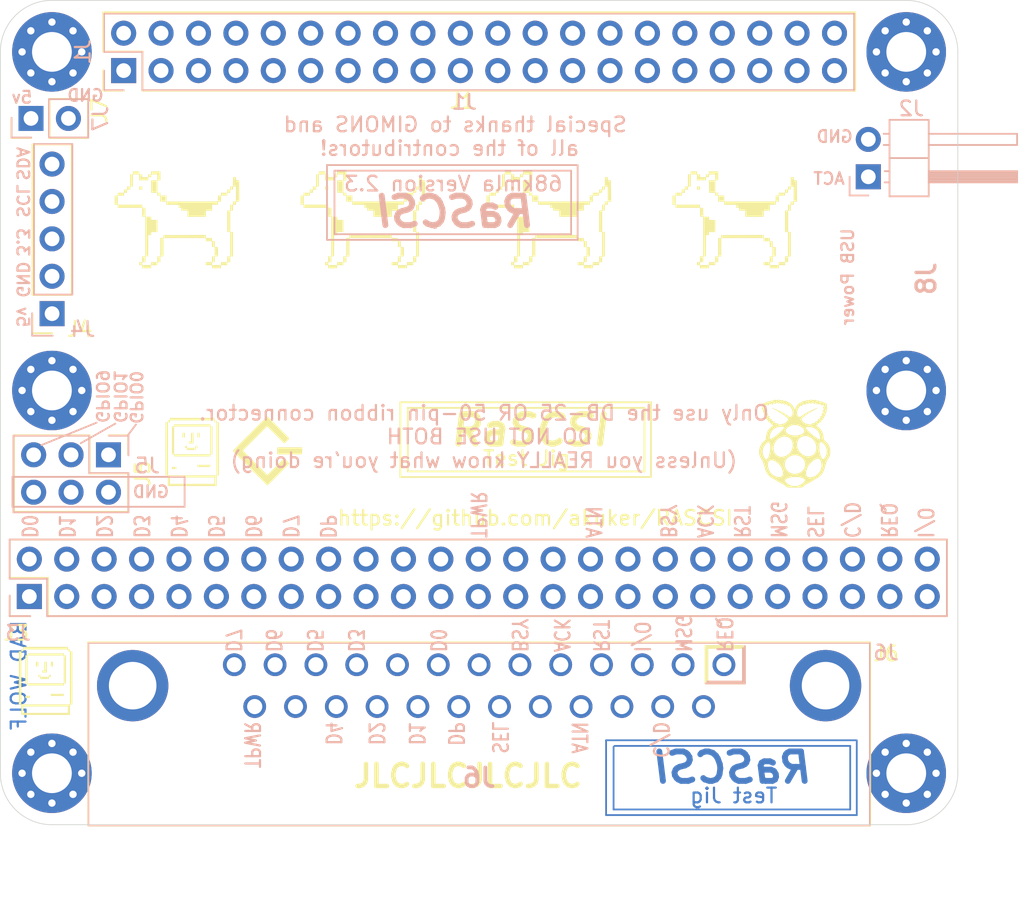
<source format=kicad_pcb>
(kicad_pcb (version 20171130) (host pcbnew "(5.1.9-16-g1737927814)-1")

  (general
    (thickness 1.6)
    (drawings 196)
    (tracks 0)
    (zones 0)
    (modules 21)
    (nets 7)
  )

  (page A4)
  (layers
    (0 Top signal)
    (31 Bottom signal)
    (32 B.Adhes user hide)
    (33 F.Adhes user hide)
    (34 B.Paste user hide)
    (35 F.Paste user hide)
    (36 B.SilkS user hide)
    (37 F.SilkS user)
    (38 B.Mask user hide)
    (39 F.Mask user hide)
    (40 Dwgs.User user hide)
    (41 Cmts.User user hide)
    (42 Eco1.User user hide)
    (43 Eco2.User user hide)
    (44 Edge.Cuts user)
    (45 Margin user hide)
    (46 B.CrtYd user hide)
    (47 F.CrtYd user hide)
    (48 B.Fab user hide)
    (49 F.Fab user hide)
  )

  (setup
    (last_trace_width 0.25)
    (user_trace_width 0.15)
    (user_trace_width 0.2)
    (user_trace_width 0.25)
    (user_trace_width 0.4)
    (user_trace_width 0.5)
    (trace_clearance 0.127)
    (zone_clearance 0.508)
    (zone_45_only no)
    (trace_min 0.127)
    (via_size 0.8)
    (via_drill 0.4)
    (via_min_size 0.45)
    (via_min_drill 0.2)
    (user_via 0.5 0.25)
    (user_via 0.8 0.4)
    (uvia_size 0.3)
    (uvia_drill 0.1)
    (uvias_allowed no)
    (uvia_min_size 0.2)
    (uvia_min_drill 0.1)
    (edge_width 0.05)
    (segment_width 0.2)
    (pcb_text_width 0.3)
    (pcb_text_size 1.5 1.5)
    (mod_edge_width 0.12)
    (mod_text_size 1 1)
    (mod_text_width 0.15)
    (pad_size 0.975 1.4)
    (pad_drill 0)
    (pad_to_mask_clearance 0.05)
    (aux_axis_origin 94.2 52.8)
    (grid_origin 154.01 126)
    (visible_elements 7FFFFF3F)
    (pcbplotparams
      (layerselection 0x010f0_ffffffff)
      (usegerberextensions false)
      (usegerberattributes true)
      (usegerberadvancedattributes true)
      (creategerberjobfile true)
      (excludeedgelayer false)
      (linewidth 0.150000)
      (plotframeref false)
      (viasonmask false)
      (mode 1)
      (useauxorigin true)
      (hpglpennumber 1)
      (hpglpenspeed 20)
      (hpglpendiameter 15.000000)
      (psnegative false)
      (psa4output false)
      (plotreference true)
      (plotvalue true)
      (plotinvisibletext false)
      (padsonsilk false)
      (subtractmaskfromsilk false)
      (outputformat 1)
      (mirror false)
      (drillshape 0)
      (scaleselection 1)
      (outputdirectory "gerbers"))
  )

  (net 0 "")
  (net 1 "Net-(H1-Pad1)")
  (net 2 "Net-(H2-Pad1)")
  (net 3 "Net-(H3-Pad1)")
  (net 4 "Net-(H4-Pad1)")
  (net 5 "Net-(H5-Pad1)")
  (net 6 "Net-(H6-Pad1)")

  (net_class Default "This is the default net class."
    (clearance 0.127)
    (trace_width 0.25)
    (via_dia 0.8)
    (via_drill 0.4)
    (uvia_dia 0.3)
    (uvia_drill 0.1)
    (add_net "Net-(H1-Pad1)")
    (add_net "Net-(H2-Pad1)")
    (add_net "Net-(H3-Pad1)")
    (add_net "Net-(H4-Pad1)")
    (add_net "Net-(H5-Pad1)")
    (add_net "Net-(H6-Pad1)")
  )

  (module SamacSys_Parts:dogcow (layer Top) (tedit 5EF54FCF) (tstamp 5F264227)
    (at 186.4995 57.42)
    (path /5EFCD6CA)
    (fp_text reference X2 (at 0.25 4.5) (layer Cmts.User) hide
      (effects (font (size 1.524 1.524) (thickness 0.3)))
    )
    (fp_text value Dogcow (at 5.5 0.5 90) (layer Cmts.User) hide
      (effects (font (size 1.524 1.524) (thickness 0.3)))
    )
    (fp_poly (pts (xy 3.996266 -2.269066) (xy 3.793066 -2.269066) (xy 3.793066 -2.065866) (xy 3.608416 -2.065866)
      (xy 3.603375 -1.960033) (xy 3.598333 -1.854199) (xy 3.501823 -1.849147) (xy 3.405313 -1.844094)
      (xy 3.400223 -1.756013) (xy 3.395133 -1.667933) (xy 3.1877 -1.663178) (xy 2.980266 -1.658424)
      (xy 2.980266 -1.253066) (xy 2.7686 -1.253128) (xy 2.7686 -1.041399) (xy 2.569633 -1.036629)
      (xy 2.370666 -1.031858) (xy 2.370666 -0.644509) (xy 1.9558 -0.634999) (xy 1.951045 -0.427566)
      (xy 1.946291 -0.220133) (xy 0.7112 -0.220133) (xy 0.7112 -0.643466) (xy 0.287867 -0.643466)
      (xy 0.287867 -0.829733) (xy 0.1016 -0.829733) (xy 0.1016 -1.032933) (xy -0.728134 -1.032933)
      (xy -0.728134 -1.252908) (xy 1.020233 -1.25722) (xy 2.7686 -1.261533) (xy 2.773371 -1.4605)
      (xy 2.778141 -1.659466) (xy 2.980266 -1.659466) (xy 2.980266 -1.845733) (xy 3.4036 -1.845733)
      (xy 3.4036 -2.065866) (xy 3.6068 -2.065866) (xy 3.6068 -2.269066) (xy 3.792319 -2.269066)
      (xy 3.801533 -2.904066) (xy 3.898071 -2.90912) (xy 3.994608 -2.914173) (xy 3.999671 -2.80752)
      (xy 4.004733 -2.700866) (xy 4.106333 -2.692399) (xy 4.207933 -2.683933) (xy 4.21235 -1.968499)
      (xy 4.216767 -1.253066) (xy 3.996266 -1.253066) (xy 3.996266 -2.269066)) (layer F.SilkS) (width 0.01))
    (fp_poly (pts (xy -1.761067 -2.912533) (xy -1.962651 -2.912533) (xy -1.967692 -2.8067) (xy -1.972733 -2.700866)
      (xy -2.573867 -2.691618) (xy -2.573867 -3.098799) (xy -2.370667 -3.098799) (xy -2.370667 -2.912533)
      (xy -1.964267 -2.912533) (xy -1.964267 -3.098799) (xy -1.761067 -3.098799) (xy -1.761067 -2.912533)) (layer F.SilkS) (width 0.01))
    (fp_poly (pts (xy -3.6068 -2.065866) (xy -3.395134 -2.065804) (xy -3.406608 -2.269066) (xy -3.183467 -2.269066)
      (xy -3.183467 -3.098799) (xy -2.9972 -3.098799) (xy -2.9972 -3.301999) (xy -2.573867 -3.301999)
      (xy -2.573867 -3.098799) (xy -2.996598 -3.098799) (xy -3.001132 -2.688166) (xy -3.005667 -2.277533)
      (xy -3.094567 -2.272415) (xy -3.183467 -2.267296) (xy -3.183467 -2.067482) (xy -3.2893 -2.062441)
      (xy -3.395134 -2.057399) (xy -3.405216 -1.845733) (xy -3.6068 -1.845733) (xy -3.6068 -2.065866)) (layer F.SilkS) (width 0.01))
    (fp_poly (pts (xy 2.370666 2.472267) (xy 2.556933 2.472267) (xy 2.556933 1.828801) (xy 2.645833 1.82906)
      (xy 2.700604 1.831687) (xy 2.742756 1.838114) (xy 2.756303 1.843008) (xy 2.764365 1.856604)
      (xy 2.769937 1.887999) (xy 2.773218 1.94095) (xy 2.774409 2.019218) (xy 2.773711 2.126561)
      (xy 2.773236 2.160249) (xy 2.7686 2.463801) (xy 2.662766 2.468842) (xy 2.556933 2.473883)
      (xy 2.556933 2.861734) (xy 2.370666 2.861734) (xy 2.370666 2.472267)) (layer F.SilkS) (width 0.01))
    (fp_poly (pts (xy 3.4036 3.064934) (xy 2.981883 3.064934) (xy 2.976841 3.170767) (xy 2.9718 3.2766)
      (xy 2.379133 3.2766) (xy 2.374092 3.170767) (xy 2.36905 3.064934) (xy 1.947333 3.064934)
      (xy 1.947333 2.861734) (xy 2.370666 2.861734) (xy 2.370666 3.064934) (xy 2.980266 3.064934)
      (xy 2.980266 2.861734) (xy 3.4036 2.861734) (xy 3.4036 3.064934)) (layer F.SilkS) (width 0.01))
    (fp_poly (pts (xy 3.6068 2.861734) (xy 3.4036 2.861734) (xy 3.4036 2.472267) (xy 3.6068 2.472267)
      (xy 3.6068 2.861734)) (layer F.SilkS) (width 0.01))
    (fp_poly (pts (xy 3.793066 0.8128) (xy 3.793066 2.472267) (xy 3.6068 2.472267) (xy 3.6068 0.8128)
      (xy 3.793066 0.8128)) (layer F.SilkS) (width 0.01))
    (fp_poly (pts (xy 3.6068 0.8128) (xy 3.4036 0.8128) (xy 3.4036 -0.643466) (xy 3.6068 -0.643466)
      (xy 3.6068 0.8128)) (layer F.SilkS) (width 0.01))
    (fp_poly (pts (xy 3.793066 -0.643466) (xy 3.6068 -0.643466) (xy 3.6068 -1.032933) (xy 3.793066 -1.032933)
      (xy 3.793066 -0.643466)) (layer F.SilkS) (width 0.01))
    (fp_poly (pts (xy 3.996266 -1.032933) (xy 3.793066 -1.032933) (xy 3.793066 -1.253066) (xy 3.996266 -1.253066)
      (xy 3.996266 -1.032933)) (layer F.SilkS) (width 0.01))
    (fp_poly (pts (xy -0.728134 -1.659466) (xy -0.728134 -1.253066) (xy -1.134533 -1.253066) (xy -1.134533 -1.659466)
      (xy -0.728134 -1.659466)) (layer F.SilkS) (width 0.01))
    (fp_poly (pts (xy -1.134533 1.219201) (xy -0.933024 1.219201) (xy -0.927945 1.121834) (xy -0.922867 1.024467)
      (xy 1.947333 1.015809) (xy 1.947333 1.218158) (xy 2.154767 1.222913) (xy 2.3622 1.227667)
      (xy 2.367241 1.333501) (xy 2.372283 1.439334) (xy 2.556933 1.439334) (xy 2.556933 1.828801)
      (xy 2.370666 1.828801) (xy 2.370666 1.439334) (xy 1.947333 1.439334) (xy 1.947333 1.219201)
      (xy -0.931334 1.219201) (xy -0.931334 2.472267) (xy -1.134533 2.472267) (xy -1.134533 1.219201)) (layer F.SilkS) (width 0.01))
    (fp_poly (pts (xy -1.337733 2.472267) (xy -1.134533 2.472267) (xy -1.134533 2.861734) (xy -1.337733 2.861734)
      (xy -1.337733 2.472267)) (layer F.SilkS) (width 0.01))
    (fp_poly (pts (xy -1.761067 3.064934) (xy -1.761067 2.861734) (xy -1.337733 2.861734) (xy -1.337733 3.064934)
      (xy -1.759451 3.064934) (xy -1.769533 3.2766) (xy -2.058425 3.28122) (xy -2.154113 3.282087)
      (xy -2.237804 3.281587) (xy -2.303713 3.279857) (xy -2.346055 3.277033) (xy -2.358992 3.274164)
      (xy -2.365298 3.252101) (xy -2.369537 3.207102) (xy -2.370667 3.163712) (xy -2.370667 3.064934)
      (xy -1.761067 3.064934)) (layer F.SilkS) (width 0.01))
    (fp_poly (pts (xy -2.370667 3.064934) (xy -2.573867 3.064934) (xy -2.573867 2.861734) (xy -2.370667 2.861734)
      (xy -2.370667 3.064934)) (layer F.SilkS) (width 0.01))
    (fp_poly (pts (xy -2.370667 -1.032933) (xy -2.370667 -0.831349) (xy -2.264834 -0.826308) (xy -2.159 -0.821266)
      (xy -2.154376 -0.520699) (xy -2.149752 -0.220133) (xy -1.762683 -0.220133) (xy -1.757642 -0.114299)
      (xy -1.7526 -0.008466) (xy -1.545167 -0.003712) (xy -1.337733 0.001043) (xy -1.337733 0.8128)
      (xy -1.761067 0.8128) (xy -1.761067 1.016001) (xy -1.963903 1.016001) (xy -1.972733 2.463801)
      (xy -2.061633 2.468919) (xy -2.150534 2.474037) (xy -2.150534 2.861734) (xy -2.370667 2.861734)
      (xy -2.370667 2.472267) (xy -2.150534 2.472267) (xy -2.150534 -0.218517) (xy -2.3622 -0.228599)
      (xy -2.371448 -0.829733) (xy -4.030133 -0.829733) (xy -4.030133 -1.032933) (xy -2.370667 -1.032933)) (layer F.SilkS) (width 0.01))
    (fp_poly (pts (xy -4.030133 -1.032933) (xy -4.233333 -1.032933) (xy -4.233333 -1.659466) (xy -4.030133 -1.659466)
      (xy -4.030133 -1.032933)) (layer F.SilkS) (width 0.01))
    (fp_poly (pts (xy -3.6068 -1.659466) (xy -4.030133 -1.659466) (xy -4.030133 -1.845733) (xy -3.6068 -1.845733)
      (xy -3.6068 -1.659466)) (layer F.SilkS) (width 0.01))
    (fp_poly (pts (xy -1.337733 -3.098799) (xy -1.761067 -3.098799) (xy -1.761067 -3.301999) (xy -1.134533 -3.301999)
      (xy -1.134533 -2.692399) (xy -1.337733 -2.692399) (xy -1.337733 -3.098799)) (layer F.SilkS) (width 0.01))
    (fp_poly (pts (xy -1.337733 -1.659466) (xy -1.337733 -1.84469) (xy -1.545167 -1.849445) (xy -1.7526 -1.854199)
      (xy -1.757129 -2.2733) (xy -1.761658 -2.692399) (xy -1.337733 -2.692399) (xy -1.337733 -1.845733)
      (xy -1.134533 -1.845733) (xy -1.134533 -1.659466) (xy -1.337733 -1.659466)) (layer F.SilkS) (width 0.01))
    (fp_poly (pts (xy -2.370667 -2.065866) (xy -2.573867 -2.065866) (xy -2.573867 -2.269066) (xy -2.370667 -2.269066)
      (xy -2.370667 -2.065866)) (layer F.SilkS) (width 0.01))
  )

  (module SamacSys_Parts:dogcow (layer Top) (tedit 5EF54FCF) (tstamp 5F26424F)
    (at 199.122333 57.42)
    (path /5EFCDFAD)
    (fp_text reference X6 (at 0.25 4.5) (layer F.SilkS) hide
      (effects (font (size 1.524 1.524) (thickness 0.3)))
    )
    (fp_text value Dogcow (at 5.5 0.5 90) (layer F.SilkS) hide
      (effects (font (size 1.524 1.524) (thickness 0.3)))
    )
    (fp_poly (pts (xy -2.370667 -2.065866) (xy -2.573867 -2.065866) (xy -2.573867 -2.269066) (xy -2.370667 -2.269066)
      (xy -2.370667 -2.065866)) (layer F.SilkS) (width 0.01))
    (fp_poly (pts (xy -1.337733 -1.659466) (xy -1.337733 -1.84469) (xy -1.545167 -1.849445) (xy -1.7526 -1.854199)
      (xy -1.757129 -2.2733) (xy -1.761658 -2.692399) (xy -1.337733 -2.692399) (xy -1.337733 -1.845733)
      (xy -1.134533 -1.845733) (xy -1.134533 -1.659466) (xy -1.337733 -1.659466)) (layer F.SilkS) (width 0.01))
    (fp_poly (pts (xy -1.337733 -3.098799) (xy -1.761067 -3.098799) (xy -1.761067 -3.301999) (xy -1.134533 -3.301999)
      (xy -1.134533 -2.692399) (xy -1.337733 -2.692399) (xy -1.337733 -3.098799)) (layer F.SilkS) (width 0.01))
    (fp_poly (pts (xy -3.6068 -1.659466) (xy -4.030133 -1.659466) (xy -4.030133 -1.845733) (xy -3.6068 -1.845733)
      (xy -3.6068 -1.659466)) (layer F.SilkS) (width 0.01))
    (fp_poly (pts (xy -4.030133 -1.032933) (xy -4.233333 -1.032933) (xy -4.233333 -1.659466) (xy -4.030133 -1.659466)
      (xy -4.030133 -1.032933)) (layer F.SilkS) (width 0.01))
    (fp_poly (pts (xy -2.370667 -1.032933) (xy -2.370667 -0.831349) (xy -2.264834 -0.826308) (xy -2.159 -0.821266)
      (xy -2.154376 -0.520699) (xy -2.149752 -0.220133) (xy -1.762683 -0.220133) (xy -1.757642 -0.114299)
      (xy -1.7526 -0.008466) (xy -1.545167 -0.003712) (xy -1.337733 0.001043) (xy -1.337733 0.8128)
      (xy -1.761067 0.8128) (xy -1.761067 1.016001) (xy -1.963903 1.016001) (xy -1.972733 2.463801)
      (xy -2.061633 2.468919) (xy -2.150534 2.474037) (xy -2.150534 2.861734) (xy -2.370667 2.861734)
      (xy -2.370667 2.472267) (xy -2.150534 2.472267) (xy -2.150534 -0.218517) (xy -2.3622 -0.228599)
      (xy -2.371448 -0.829733) (xy -4.030133 -0.829733) (xy -4.030133 -1.032933) (xy -2.370667 -1.032933)) (layer F.SilkS) (width 0.01))
    (fp_poly (pts (xy -2.370667 3.064934) (xy -2.573867 3.064934) (xy -2.573867 2.861734) (xy -2.370667 2.861734)
      (xy -2.370667 3.064934)) (layer F.SilkS) (width 0.01))
    (fp_poly (pts (xy -1.761067 3.064934) (xy -1.761067 2.861734) (xy -1.337733 2.861734) (xy -1.337733 3.064934)
      (xy -1.759451 3.064934) (xy -1.769533 3.2766) (xy -2.058425 3.28122) (xy -2.154113 3.282087)
      (xy -2.237804 3.281587) (xy -2.303713 3.279857) (xy -2.346055 3.277033) (xy -2.358992 3.274164)
      (xy -2.365298 3.252101) (xy -2.369537 3.207102) (xy -2.370667 3.163712) (xy -2.370667 3.064934)
      (xy -1.761067 3.064934)) (layer F.SilkS) (width 0.01))
    (fp_poly (pts (xy -1.337733 2.472267) (xy -1.134533 2.472267) (xy -1.134533 2.861734) (xy -1.337733 2.861734)
      (xy -1.337733 2.472267)) (layer F.SilkS) (width 0.01))
    (fp_poly (pts (xy -1.134533 1.219201) (xy -0.933024 1.219201) (xy -0.927945 1.121834) (xy -0.922867 1.024467)
      (xy 1.947333 1.015809) (xy 1.947333 1.218158) (xy 2.154767 1.222913) (xy 2.3622 1.227667)
      (xy 2.367241 1.333501) (xy 2.372283 1.439334) (xy 2.556933 1.439334) (xy 2.556933 1.828801)
      (xy 2.370666 1.828801) (xy 2.370666 1.439334) (xy 1.947333 1.439334) (xy 1.947333 1.219201)
      (xy -0.931334 1.219201) (xy -0.931334 2.472267) (xy -1.134533 2.472267) (xy -1.134533 1.219201)) (layer F.SilkS) (width 0.01))
    (fp_poly (pts (xy -0.728134 -1.659466) (xy -0.728134 -1.253066) (xy -1.134533 -1.253066) (xy -1.134533 -1.659466)
      (xy -0.728134 -1.659466)) (layer F.SilkS) (width 0.01))
    (fp_poly (pts (xy 3.996266 -1.032933) (xy 3.793066 -1.032933) (xy 3.793066 -1.253066) (xy 3.996266 -1.253066)
      (xy 3.996266 -1.032933)) (layer F.SilkS) (width 0.01))
    (fp_poly (pts (xy 3.793066 -0.643466) (xy 3.6068 -0.643466) (xy 3.6068 -1.032933) (xy 3.793066 -1.032933)
      (xy 3.793066 -0.643466)) (layer F.SilkS) (width 0.01))
    (fp_poly (pts (xy 3.6068 0.8128) (xy 3.4036 0.8128) (xy 3.4036 -0.643466) (xy 3.6068 -0.643466)
      (xy 3.6068 0.8128)) (layer F.SilkS) (width 0.01))
    (fp_poly (pts (xy 3.793066 0.8128) (xy 3.793066 2.472267) (xy 3.6068 2.472267) (xy 3.6068 0.8128)
      (xy 3.793066 0.8128)) (layer F.SilkS) (width 0.01))
    (fp_poly (pts (xy 3.6068 2.861734) (xy 3.4036 2.861734) (xy 3.4036 2.472267) (xy 3.6068 2.472267)
      (xy 3.6068 2.861734)) (layer F.SilkS) (width 0.01))
    (fp_poly (pts (xy 3.4036 3.064934) (xy 2.981883 3.064934) (xy 2.976841 3.170767) (xy 2.9718 3.2766)
      (xy 2.379133 3.2766) (xy 2.374092 3.170767) (xy 2.36905 3.064934) (xy 1.947333 3.064934)
      (xy 1.947333 2.861734) (xy 2.370666 2.861734) (xy 2.370666 3.064934) (xy 2.980266 3.064934)
      (xy 2.980266 2.861734) (xy 3.4036 2.861734) (xy 3.4036 3.064934)) (layer F.SilkS) (width 0.01))
    (fp_poly (pts (xy 2.370666 2.472267) (xy 2.556933 2.472267) (xy 2.556933 1.828801) (xy 2.645833 1.82906)
      (xy 2.700604 1.831687) (xy 2.742756 1.838114) (xy 2.756303 1.843008) (xy 2.764365 1.856604)
      (xy 2.769937 1.887999) (xy 2.773218 1.94095) (xy 2.774409 2.019218) (xy 2.773711 2.126561)
      (xy 2.773236 2.160249) (xy 2.7686 2.463801) (xy 2.662766 2.468842) (xy 2.556933 2.473883)
      (xy 2.556933 2.861734) (xy 2.370666 2.861734) (xy 2.370666 2.472267)) (layer F.SilkS) (width 0.01))
    (fp_poly (pts (xy -3.6068 -2.065866) (xy -3.395134 -2.065804) (xy -3.406608 -2.269066) (xy -3.183467 -2.269066)
      (xy -3.183467 -3.098799) (xy -2.9972 -3.098799) (xy -2.9972 -3.301999) (xy -2.573867 -3.301999)
      (xy -2.573867 -3.098799) (xy -2.996598 -3.098799) (xy -3.001132 -2.688166) (xy -3.005667 -2.277533)
      (xy -3.094567 -2.272415) (xy -3.183467 -2.267296) (xy -3.183467 -2.067482) (xy -3.2893 -2.062441)
      (xy -3.395134 -2.057399) (xy -3.405216 -1.845733) (xy -3.6068 -1.845733) (xy -3.6068 -2.065866)) (layer F.SilkS) (width 0.01))
    (fp_poly (pts (xy -1.761067 -2.912533) (xy -1.962651 -2.912533) (xy -1.967692 -2.8067) (xy -1.972733 -2.700866)
      (xy -2.573867 -2.691618) (xy -2.573867 -3.098799) (xy -2.370667 -3.098799) (xy -2.370667 -2.912533)
      (xy -1.964267 -2.912533) (xy -1.964267 -3.098799) (xy -1.761067 -3.098799) (xy -1.761067 -2.912533)) (layer F.SilkS) (width 0.01))
    (fp_poly (pts (xy 3.996266 -2.269066) (xy 3.793066 -2.269066) (xy 3.793066 -2.065866) (xy 3.608416 -2.065866)
      (xy 3.603375 -1.960033) (xy 3.598333 -1.854199) (xy 3.501823 -1.849147) (xy 3.405313 -1.844094)
      (xy 3.400223 -1.756013) (xy 3.395133 -1.667933) (xy 3.1877 -1.663178) (xy 2.980266 -1.658424)
      (xy 2.980266 -1.253066) (xy 2.7686 -1.253128) (xy 2.7686 -1.041399) (xy 2.569633 -1.036629)
      (xy 2.370666 -1.031858) (xy 2.370666 -0.644509) (xy 1.9558 -0.634999) (xy 1.951045 -0.427566)
      (xy 1.946291 -0.220133) (xy 0.7112 -0.220133) (xy 0.7112 -0.643466) (xy 0.287867 -0.643466)
      (xy 0.287867 -0.829733) (xy 0.1016 -0.829733) (xy 0.1016 -1.032933) (xy -0.728134 -1.032933)
      (xy -0.728134 -1.252908) (xy 1.020233 -1.25722) (xy 2.7686 -1.261533) (xy 2.773371 -1.4605)
      (xy 2.778141 -1.659466) (xy 2.980266 -1.659466) (xy 2.980266 -1.845733) (xy 3.4036 -1.845733)
      (xy 3.4036 -2.065866) (xy 3.6068 -2.065866) (xy 3.6068 -2.269066) (xy 3.792319 -2.269066)
      (xy 3.801533 -2.904066) (xy 3.898071 -2.90912) (xy 3.994608 -2.914173) (xy 3.999671 -2.80752)
      (xy 4.004733 -2.700866) (xy 4.106333 -2.692399) (xy 4.207933 -2.683933) (xy 4.21235 -1.968499)
      (xy 4.216767 -1.253066) (xy 3.996266 -1.253066) (xy 3.996266 -2.269066)) (layer F.SilkS) (width 0.01))
  )

  (module SamacSys_Parts:dogcow (layer Top) (tedit 5EF54FCF) (tstamp 5F264245)
    (at 211.745166 57.42)
    (path /5EFCDBC9)
    (fp_text reference X5 (at 0.25 4.5) (layer Cmts.User) hide
      (effects (font (size 1.524 1.524) (thickness 0.3)))
    )
    (fp_text value Dogcow (at 5.5 0.5 90) (layer Cmts.User) hide
      (effects (font (size 1.524 1.524) (thickness 0.3)))
    )
    (fp_poly (pts (xy 3.996266 -2.269066) (xy 3.793066 -2.269066) (xy 3.793066 -2.065866) (xy 3.608416 -2.065866)
      (xy 3.603375 -1.960033) (xy 3.598333 -1.854199) (xy 3.501823 -1.849147) (xy 3.405313 -1.844094)
      (xy 3.400223 -1.756013) (xy 3.395133 -1.667933) (xy 3.1877 -1.663178) (xy 2.980266 -1.658424)
      (xy 2.980266 -1.253066) (xy 2.7686 -1.253128) (xy 2.7686 -1.041399) (xy 2.569633 -1.036629)
      (xy 2.370666 -1.031858) (xy 2.370666 -0.644509) (xy 1.9558 -0.634999) (xy 1.951045 -0.427566)
      (xy 1.946291 -0.220133) (xy 0.7112 -0.220133) (xy 0.7112 -0.643466) (xy 0.287867 -0.643466)
      (xy 0.287867 -0.829733) (xy 0.1016 -0.829733) (xy 0.1016 -1.032933) (xy -0.728134 -1.032933)
      (xy -0.728134 -1.252908) (xy 1.020233 -1.25722) (xy 2.7686 -1.261533) (xy 2.773371 -1.4605)
      (xy 2.778141 -1.659466) (xy 2.980266 -1.659466) (xy 2.980266 -1.845733) (xy 3.4036 -1.845733)
      (xy 3.4036 -2.065866) (xy 3.6068 -2.065866) (xy 3.6068 -2.269066) (xy 3.792319 -2.269066)
      (xy 3.801533 -2.904066) (xy 3.898071 -2.90912) (xy 3.994608 -2.914173) (xy 3.999671 -2.80752)
      (xy 4.004733 -2.700866) (xy 4.106333 -2.692399) (xy 4.207933 -2.683933) (xy 4.21235 -1.968499)
      (xy 4.216767 -1.253066) (xy 3.996266 -1.253066) (xy 3.996266 -2.269066)) (layer F.SilkS) (width 0.01))
    (fp_poly (pts (xy -1.761067 -2.912533) (xy -1.962651 -2.912533) (xy -1.967692 -2.8067) (xy -1.972733 -2.700866)
      (xy -2.573867 -2.691618) (xy -2.573867 -3.098799) (xy -2.370667 -3.098799) (xy -2.370667 -2.912533)
      (xy -1.964267 -2.912533) (xy -1.964267 -3.098799) (xy -1.761067 -3.098799) (xy -1.761067 -2.912533)) (layer F.SilkS) (width 0.01))
    (fp_poly (pts (xy -3.6068 -2.065866) (xy -3.395134 -2.065804) (xy -3.406608 -2.269066) (xy -3.183467 -2.269066)
      (xy -3.183467 -3.098799) (xy -2.9972 -3.098799) (xy -2.9972 -3.301999) (xy -2.573867 -3.301999)
      (xy -2.573867 -3.098799) (xy -2.996598 -3.098799) (xy -3.001132 -2.688166) (xy -3.005667 -2.277533)
      (xy -3.094567 -2.272415) (xy -3.183467 -2.267296) (xy -3.183467 -2.067482) (xy -3.2893 -2.062441)
      (xy -3.395134 -2.057399) (xy -3.405216 -1.845733) (xy -3.6068 -1.845733) (xy -3.6068 -2.065866)) (layer F.SilkS) (width 0.01))
    (fp_poly (pts (xy 2.370666 2.472267) (xy 2.556933 2.472267) (xy 2.556933 1.828801) (xy 2.645833 1.82906)
      (xy 2.700604 1.831687) (xy 2.742756 1.838114) (xy 2.756303 1.843008) (xy 2.764365 1.856604)
      (xy 2.769937 1.887999) (xy 2.773218 1.94095) (xy 2.774409 2.019218) (xy 2.773711 2.126561)
      (xy 2.773236 2.160249) (xy 2.7686 2.463801) (xy 2.662766 2.468842) (xy 2.556933 2.473883)
      (xy 2.556933 2.861734) (xy 2.370666 2.861734) (xy 2.370666 2.472267)) (layer F.SilkS) (width 0.01))
    (fp_poly (pts (xy 3.4036 3.064934) (xy 2.981883 3.064934) (xy 2.976841 3.170767) (xy 2.9718 3.2766)
      (xy 2.379133 3.2766) (xy 2.374092 3.170767) (xy 2.36905 3.064934) (xy 1.947333 3.064934)
      (xy 1.947333 2.861734) (xy 2.370666 2.861734) (xy 2.370666 3.064934) (xy 2.980266 3.064934)
      (xy 2.980266 2.861734) (xy 3.4036 2.861734) (xy 3.4036 3.064934)) (layer F.SilkS) (width 0.01))
    (fp_poly (pts (xy 3.6068 2.861734) (xy 3.4036 2.861734) (xy 3.4036 2.472267) (xy 3.6068 2.472267)
      (xy 3.6068 2.861734)) (layer F.SilkS) (width 0.01))
    (fp_poly (pts (xy 3.793066 0.8128) (xy 3.793066 2.472267) (xy 3.6068 2.472267) (xy 3.6068 0.8128)
      (xy 3.793066 0.8128)) (layer F.SilkS) (width 0.01))
    (fp_poly (pts (xy 3.6068 0.8128) (xy 3.4036 0.8128) (xy 3.4036 -0.643466) (xy 3.6068 -0.643466)
      (xy 3.6068 0.8128)) (layer F.SilkS) (width 0.01))
    (fp_poly (pts (xy 3.793066 -0.643466) (xy 3.6068 -0.643466) (xy 3.6068 -1.032933) (xy 3.793066 -1.032933)
      (xy 3.793066 -0.643466)) (layer F.SilkS) (width 0.01))
    (fp_poly (pts (xy 3.996266 -1.032933) (xy 3.793066 -1.032933) (xy 3.793066 -1.253066) (xy 3.996266 -1.253066)
      (xy 3.996266 -1.032933)) (layer F.SilkS) (width 0.01))
    (fp_poly (pts (xy -0.728134 -1.659466) (xy -0.728134 -1.253066) (xy -1.134533 -1.253066) (xy -1.134533 -1.659466)
      (xy -0.728134 -1.659466)) (layer F.SilkS) (width 0.01))
    (fp_poly (pts (xy -1.134533 1.219201) (xy -0.933024 1.219201) (xy -0.927945 1.121834) (xy -0.922867 1.024467)
      (xy 1.947333 1.015809) (xy 1.947333 1.218158) (xy 2.154767 1.222913) (xy 2.3622 1.227667)
      (xy 2.367241 1.333501) (xy 2.372283 1.439334) (xy 2.556933 1.439334) (xy 2.556933 1.828801)
      (xy 2.370666 1.828801) (xy 2.370666 1.439334) (xy 1.947333 1.439334) (xy 1.947333 1.219201)
      (xy -0.931334 1.219201) (xy -0.931334 2.472267) (xy -1.134533 2.472267) (xy -1.134533 1.219201)) (layer F.SilkS) (width 0.01))
    (fp_poly (pts (xy -1.337733 2.472267) (xy -1.134533 2.472267) (xy -1.134533 2.861734) (xy -1.337733 2.861734)
      (xy -1.337733 2.472267)) (layer F.SilkS) (width 0.01))
    (fp_poly (pts (xy -1.761067 3.064934) (xy -1.761067 2.861734) (xy -1.337733 2.861734) (xy -1.337733 3.064934)
      (xy -1.759451 3.064934) (xy -1.769533 3.2766) (xy -2.058425 3.28122) (xy -2.154113 3.282087)
      (xy -2.237804 3.281587) (xy -2.303713 3.279857) (xy -2.346055 3.277033) (xy -2.358992 3.274164)
      (xy -2.365298 3.252101) (xy -2.369537 3.207102) (xy -2.370667 3.163712) (xy -2.370667 3.064934)
      (xy -1.761067 3.064934)) (layer F.SilkS) (width 0.01))
    (fp_poly (pts (xy -2.370667 3.064934) (xy -2.573867 3.064934) (xy -2.573867 2.861734) (xy -2.370667 2.861734)
      (xy -2.370667 3.064934)) (layer F.SilkS) (width 0.01))
    (fp_poly (pts (xy -2.370667 -1.032933) (xy -2.370667 -0.831349) (xy -2.264834 -0.826308) (xy -2.159 -0.821266)
      (xy -2.154376 -0.520699) (xy -2.149752 -0.220133) (xy -1.762683 -0.220133) (xy -1.757642 -0.114299)
      (xy -1.7526 -0.008466) (xy -1.545167 -0.003712) (xy -1.337733 0.001043) (xy -1.337733 0.8128)
      (xy -1.761067 0.8128) (xy -1.761067 1.016001) (xy -1.963903 1.016001) (xy -1.972733 2.463801)
      (xy -2.061633 2.468919) (xy -2.150534 2.474037) (xy -2.150534 2.861734) (xy -2.370667 2.861734)
      (xy -2.370667 2.472267) (xy -2.150534 2.472267) (xy -2.150534 -0.218517) (xy -2.3622 -0.228599)
      (xy -2.371448 -0.829733) (xy -4.030133 -0.829733) (xy -4.030133 -1.032933) (xy -2.370667 -1.032933)) (layer F.SilkS) (width 0.01))
    (fp_poly (pts (xy -4.030133 -1.032933) (xy -4.233333 -1.032933) (xy -4.233333 -1.659466) (xy -4.030133 -1.659466)
      (xy -4.030133 -1.032933)) (layer F.SilkS) (width 0.01))
    (fp_poly (pts (xy -3.6068 -1.659466) (xy -4.030133 -1.659466) (xy -4.030133 -1.845733) (xy -3.6068 -1.845733)
      (xy -3.6068 -1.659466)) (layer F.SilkS) (width 0.01))
    (fp_poly (pts (xy -1.337733 -3.098799) (xy -1.761067 -3.098799) (xy -1.761067 -3.301999) (xy -1.134533 -3.301999)
      (xy -1.134533 -2.692399) (xy -1.337733 -2.692399) (xy -1.337733 -3.098799)) (layer F.SilkS) (width 0.01))
    (fp_poly (pts (xy -1.337733 -1.659466) (xy -1.337733 -1.84469) (xy -1.545167 -1.849445) (xy -1.7526 -1.854199)
      (xy -1.757129 -2.2733) (xy -1.761658 -2.692399) (xy -1.337733 -2.692399) (xy -1.337733 -1.845733)
      (xy -1.134533 -1.845733) (xy -1.134533 -1.659466) (xy -1.337733 -1.659466)) (layer F.SilkS) (width 0.01))
    (fp_poly (pts (xy -2.370667 -2.065866) (xy -2.573867 -2.065866) (xy -2.573867 -2.269066) (xy -2.370667 -2.269066)
      (xy -2.370667 -2.065866)) (layer F.SilkS) (width 0.01))
  )

  (module SamacSys_Parts:scsi_logo (layer Top) (tedit 5F5D1090) (tstamp 5F3CA789)
    (at 192.49 73.1)
    (path /5FB668EF)
    (fp_text reference X8 (at -2.56 -2.6) (layer Cmts.User) hide
      (effects (font (size 1.524 1.524) (thickness 0.3)))
    )
    (fp_text value Pi (at -4.15 2.12) (layer Cmts.User) hide
      (effects (font (size 1.524 1.524) (thickness 0.3)))
    )
    (fp_poly (pts (xy 0.14 2.29) (xy -2.15 0) (xy 0.13 -2.28) (xy 1.57 -0.84)
      (xy 1.29 -0.56) (xy 0.12 -1.73) (xy -1.59 -0.02) (xy 0.14 1.71)
      (xy 1.28 0.57) (xy 1.57 0.86)) (layer F.SilkS) (width 0.1))
    (fp_poly (pts (xy 0.85 -0.19) (xy 2.45 -0.19) (xy 2.45 0.19) (xy 0.85 0.19)) (layer F.SilkS) (width 0.1))
  )

  (module SamacSys_Parts:dogcow (layer Top) (tedit 5EF54FCF) (tstamp 5F26422C)
    (at 224.368 57.42)
    (path /5EFCDD94)
    (fp_text reference X4 (at 0.25 4.5) (layer F.SilkS) hide
      (effects (font (size 1.524 1.524) (thickness 0.3)))
    )
    (fp_text value Dogcow (at 5.5 0.5 90) (layer F.SilkS) hide
      (effects (font (size 1.524 1.524) (thickness 0.3)))
    )
    (fp_poly (pts (xy -2.370667 -2.065866) (xy -2.573867 -2.065866) (xy -2.573867 -2.269066) (xy -2.370667 -2.269066)
      (xy -2.370667 -2.065866)) (layer F.SilkS) (width 0.01))
    (fp_poly (pts (xy -1.337733 -1.659466) (xy -1.337733 -1.84469) (xy -1.545167 -1.849445) (xy -1.7526 -1.854199)
      (xy -1.757129 -2.2733) (xy -1.761658 -2.692399) (xy -1.337733 -2.692399) (xy -1.337733 -1.845733)
      (xy -1.134533 -1.845733) (xy -1.134533 -1.659466) (xy -1.337733 -1.659466)) (layer F.SilkS) (width 0.01))
    (fp_poly (pts (xy -1.337733 -3.098799) (xy -1.761067 -3.098799) (xy -1.761067 -3.301999) (xy -1.134533 -3.301999)
      (xy -1.134533 -2.692399) (xy -1.337733 -2.692399) (xy -1.337733 -3.098799)) (layer F.SilkS) (width 0.01))
    (fp_poly (pts (xy -3.6068 -1.659466) (xy -4.030133 -1.659466) (xy -4.030133 -1.845733) (xy -3.6068 -1.845733)
      (xy -3.6068 -1.659466)) (layer F.SilkS) (width 0.01))
    (fp_poly (pts (xy -4.030133 -1.032933) (xy -4.233333 -1.032933) (xy -4.233333 -1.659466) (xy -4.030133 -1.659466)
      (xy -4.030133 -1.032933)) (layer F.SilkS) (width 0.01))
    (fp_poly (pts (xy -2.370667 -1.032933) (xy -2.370667 -0.831349) (xy -2.264834 -0.826308) (xy -2.159 -0.821266)
      (xy -2.154376 -0.520699) (xy -2.149752 -0.220133) (xy -1.762683 -0.220133) (xy -1.757642 -0.114299)
      (xy -1.7526 -0.008466) (xy -1.545167 -0.003712) (xy -1.337733 0.001043) (xy -1.337733 0.8128)
      (xy -1.761067 0.8128) (xy -1.761067 1.016001) (xy -1.963903 1.016001) (xy -1.972733 2.463801)
      (xy -2.061633 2.468919) (xy -2.150534 2.474037) (xy -2.150534 2.861734) (xy -2.370667 2.861734)
      (xy -2.370667 2.472267) (xy -2.150534 2.472267) (xy -2.150534 -0.218517) (xy -2.3622 -0.228599)
      (xy -2.371448 -0.829733) (xy -4.030133 -0.829733) (xy -4.030133 -1.032933) (xy -2.370667 -1.032933)) (layer F.SilkS) (width 0.01))
    (fp_poly (pts (xy -2.370667 3.064934) (xy -2.573867 3.064934) (xy -2.573867 2.861734) (xy -2.370667 2.861734)
      (xy -2.370667 3.064934)) (layer F.SilkS) (width 0.01))
    (fp_poly (pts (xy -1.761067 3.064934) (xy -1.761067 2.861734) (xy -1.337733 2.861734) (xy -1.337733 3.064934)
      (xy -1.759451 3.064934) (xy -1.769533 3.2766) (xy -2.058425 3.28122) (xy -2.154113 3.282087)
      (xy -2.237804 3.281587) (xy -2.303713 3.279857) (xy -2.346055 3.277033) (xy -2.358992 3.274164)
      (xy -2.365298 3.252101) (xy -2.369537 3.207102) (xy -2.370667 3.163712) (xy -2.370667 3.064934)
      (xy -1.761067 3.064934)) (layer F.SilkS) (width 0.01))
    (fp_poly (pts (xy -1.337733 2.472267) (xy -1.134533 2.472267) (xy -1.134533 2.861734) (xy -1.337733 2.861734)
      (xy -1.337733 2.472267)) (layer F.SilkS) (width 0.01))
    (fp_poly (pts (xy -1.134533 1.219201) (xy -0.933024 1.219201) (xy -0.927945 1.121834) (xy -0.922867 1.024467)
      (xy 1.947333 1.015809) (xy 1.947333 1.218158) (xy 2.154767 1.222913) (xy 2.3622 1.227667)
      (xy 2.367241 1.333501) (xy 2.372283 1.439334) (xy 2.556933 1.439334) (xy 2.556933 1.828801)
      (xy 2.370666 1.828801) (xy 2.370666 1.439334) (xy 1.947333 1.439334) (xy 1.947333 1.219201)
      (xy -0.931334 1.219201) (xy -0.931334 2.472267) (xy -1.134533 2.472267) (xy -1.134533 1.219201)) (layer F.SilkS) (width 0.01))
    (fp_poly (pts (xy -0.728134 -1.659466) (xy -0.728134 -1.253066) (xy -1.134533 -1.253066) (xy -1.134533 -1.659466)
      (xy -0.728134 -1.659466)) (layer F.SilkS) (width 0.01))
    (fp_poly (pts (xy 3.996266 -1.032933) (xy 3.793066 -1.032933) (xy 3.793066 -1.253066) (xy 3.996266 -1.253066)
      (xy 3.996266 -1.032933)) (layer F.SilkS) (width 0.01))
    (fp_poly (pts (xy 3.793066 -0.643466) (xy 3.6068 -0.643466) (xy 3.6068 -1.032933) (xy 3.793066 -1.032933)
      (xy 3.793066 -0.643466)) (layer F.SilkS) (width 0.01))
    (fp_poly (pts (xy 3.6068 0.8128) (xy 3.4036 0.8128) (xy 3.4036 -0.643466) (xy 3.6068 -0.643466)
      (xy 3.6068 0.8128)) (layer F.SilkS) (width 0.01))
    (fp_poly (pts (xy 3.793066 0.8128) (xy 3.793066 2.472267) (xy 3.6068 2.472267) (xy 3.6068 0.8128)
      (xy 3.793066 0.8128)) (layer F.SilkS) (width 0.01))
    (fp_poly (pts (xy 3.6068 2.861734) (xy 3.4036 2.861734) (xy 3.4036 2.472267) (xy 3.6068 2.472267)
      (xy 3.6068 2.861734)) (layer F.SilkS) (width 0.01))
    (fp_poly (pts (xy 3.4036 3.064934) (xy 2.981883 3.064934) (xy 2.976841 3.170767) (xy 2.9718 3.2766)
      (xy 2.379133 3.2766) (xy 2.374092 3.170767) (xy 2.36905 3.064934) (xy 1.947333 3.064934)
      (xy 1.947333 2.861734) (xy 2.370666 2.861734) (xy 2.370666 3.064934) (xy 2.980266 3.064934)
      (xy 2.980266 2.861734) (xy 3.4036 2.861734) (xy 3.4036 3.064934)) (layer F.SilkS) (width 0.01))
    (fp_poly (pts (xy 2.370666 2.472267) (xy 2.556933 2.472267) (xy 2.556933 1.828801) (xy 2.645833 1.82906)
      (xy 2.700604 1.831687) (xy 2.742756 1.838114) (xy 2.756303 1.843008) (xy 2.764365 1.856604)
      (xy 2.769937 1.887999) (xy 2.773218 1.94095) (xy 2.774409 2.019218) (xy 2.773711 2.126561)
      (xy 2.773236 2.160249) (xy 2.7686 2.463801) (xy 2.662766 2.468842) (xy 2.556933 2.473883)
      (xy 2.556933 2.861734) (xy 2.370666 2.861734) (xy 2.370666 2.472267)) (layer F.SilkS) (width 0.01))
    (fp_poly (pts (xy -3.6068 -2.065866) (xy -3.395134 -2.065804) (xy -3.406608 -2.269066) (xy -3.183467 -2.269066)
      (xy -3.183467 -3.098799) (xy -2.9972 -3.098799) (xy -2.9972 -3.301999) (xy -2.573867 -3.301999)
      (xy -2.573867 -3.098799) (xy -2.996598 -3.098799) (xy -3.001132 -2.688166) (xy -3.005667 -2.277533)
      (xy -3.094567 -2.272415) (xy -3.183467 -2.267296) (xy -3.183467 -2.067482) (xy -3.2893 -2.062441)
      (xy -3.395134 -2.057399) (xy -3.405216 -1.845733) (xy -3.6068 -1.845733) (xy -3.6068 -2.065866)) (layer F.SilkS) (width 0.01))
    (fp_poly (pts (xy -1.761067 -2.912533) (xy -1.962651 -2.912533) (xy -1.967692 -2.8067) (xy -1.972733 -2.700866)
      (xy -2.573867 -2.691618) (xy -2.573867 -3.098799) (xy -2.370667 -3.098799) (xy -2.370667 -2.912533)
      (xy -1.964267 -2.912533) (xy -1.964267 -3.098799) (xy -1.761067 -3.098799) (xy -1.761067 -2.912533)) (layer F.SilkS) (width 0.01))
    (fp_poly (pts (xy 3.996266 -2.269066) (xy 3.793066 -2.269066) (xy 3.793066 -2.065866) (xy 3.608416 -2.065866)
      (xy 3.603375 -1.960033) (xy 3.598333 -1.854199) (xy 3.501823 -1.849147) (xy 3.405313 -1.844094)
      (xy 3.400223 -1.756013) (xy 3.395133 -1.667933) (xy 3.1877 -1.663178) (xy 2.980266 -1.658424)
      (xy 2.980266 -1.253066) (xy 2.7686 -1.253128) (xy 2.7686 -1.041399) (xy 2.569633 -1.036629)
      (xy 2.370666 -1.031858) (xy 2.370666 -0.644509) (xy 1.9558 -0.634999) (xy 1.951045 -0.427566)
      (xy 1.946291 -0.220133) (xy 0.7112 -0.220133) (xy 0.7112 -0.643466) (xy 0.287867 -0.643466)
      (xy 0.287867 -0.829733) (xy 0.1016 -0.829733) (xy 0.1016 -1.032933) (xy -0.728134 -1.032933)
      (xy -0.728134 -1.252908) (xy 1.020233 -1.25722) (xy 2.7686 -1.261533) (xy 2.773371 -1.4605)
      (xy 2.778141 -1.659466) (xy 2.980266 -1.659466) (xy 2.980266 -1.845733) (xy 3.4036 -1.845733)
      (xy 3.4036 -2.065866) (xy 3.6068 -2.065866) (xy 3.6068 -2.269066) (xy 3.792319 -2.269066)
      (xy 3.801533 -2.904066) (xy 3.898071 -2.90912) (xy 3.994608 -2.914173) (xy 3.999671 -2.80752)
      (xy 4.004733 -2.700866) (xy 4.106333 -2.692399) (xy 4.207933 -2.683933) (xy 4.21235 -1.968499)
      (xy 4.216767 -1.253066) (xy 3.996266 -1.253066) (xy 3.996266 -2.269066)) (layer F.SilkS) (width 0.01))
  )

  (module SamacSys_Parts:L717SDB25PA4CH4F (layer Bottom) (tedit 0) (tstamp 5F3CACB0)
    (at 223.6216 87.63 180)
    (descr L717SDB25PA4CH4F-4)
    (tags Connector)
    (path /5FA017A4)
    (fp_text reference J6 (at 16.62 -7.67) (layer B.SilkS)
      (effects (font (size 1.27 1.27) (thickness 0.254)) (justify mirror))
    )
    (fp_text value "CONNFLY DB-25" (at 16.62 -7.67) (layer B.SilkS) hide
      (effects (font (size 1.27 1.27) (thickness 0.254)) (justify mirror))
    )
    (fp_line (start -9.9 -10.92) (end -9.9 1.48) (layer B.SilkS) (width 0.1))
    (fp_line (start 43.14 -10.92) (end -9.9 -10.92) (layer B.SilkS) (width 0.1))
    (fp_line (start 43.14 1.48) (end 43.14 -10.92) (layer B.SilkS) (width 0.1))
    (fp_line (start -9.9 1.48) (end 43.14 1.48) (layer B.SilkS) (width 0.1))
    (fp_line (start -10.4 -17.32) (end -10.4 1.98) (layer B.CrtYd) (width 0.1))
    (fp_line (start 43.64 -17.32) (end -10.4 -17.32) (layer B.CrtYd) (width 0.1))
    (fp_line (start 43.64 1.98) (end 43.64 -17.32) (layer B.CrtYd) (width 0.1))
    (fp_line (start -10.4 1.98) (end 43.64 1.98) (layer B.CrtYd) (width 0.1))
    (fp_line (start -2.86 -10.92) (end -2.86 -16.82) (layer B.Fab) (width 0.2))
    (fp_line (start 36.1 -10.92) (end -2.86 -10.92) (layer B.Fab) (width 0.2))
    (fp_line (start 36.1 -16.82) (end 36.1 -10.92) (layer B.Fab) (width 0.2))
    (fp_line (start -2.86 -16.82) (end 36.1 -16.82) (layer B.Fab) (width 0.2))
    (fp_line (start -9.9 -10.92) (end -9.9 1.48) (layer B.Fab) (width 0.2))
    (fp_line (start 43.14 -10.92) (end -9.9 -10.92) (layer B.Fab) (width 0.2))
    (fp_line (start 43.14 1.48) (end 43.14 -10.92) (layer B.Fab) (width 0.2))
    (fp_line (start -9.9 1.48) (end 43.14 1.48) (layer B.Fab) (width 0.2))
    (fp_text user %R (at 16.62 -7.67) (layer B.Fab)
      (effects (font (size 1.27 1.27) (thickness 0.254)) (justify mirror))
    )
    (pad MH2 thru_hole circle (at 40.14 -1.42 180) (size 4.845 4.845) (drill 3.23) (layers *.Cu *.Mask))
    (pad MH1 thru_hole circle (at -6.9 -1.42 180) (size 4.845 4.845) (drill 3.23) (layers *.Cu *.Mask))
    (pad 25 thru_hole circle (at 31.855 -2.84 180) (size 1.545 1.545) (drill 1.03) (layers *.Cu *.Mask))
    (pad 24 thru_hole circle (at 29.085 -2.84 180) (size 1.545 1.545) (drill 1.03) (layers *.Cu *.Mask))
    (pad 23 thru_hole circle (at 26.315 -2.84 180) (size 1.545 1.545) (drill 1.03) (layers *.Cu *.Mask))
    (pad 22 thru_hole circle (at 23.545 -2.84 180) (size 1.545 1.545) (drill 1.03) (layers *.Cu *.Mask))
    (pad 21 thru_hole circle (at 20.775 -2.84 180) (size 1.545 1.545) (drill 1.03) (layers *.Cu *.Mask))
    (pad 20 thru_hole circle (at 18.005 -2.84 180) (size 1.545 1.545) (drill 1.03) (layers *.Cu *.Mask))
    (pad 19 thru_hole circle (at 15.235 -2.84 180) (size 1.545 1.545) (drill 1.03) (layers *.Cu *.Mask))
    (pad 18 thru_hole circle (at 12.465 -2.84 180) (size 1.545 1.545) (drill 1.03) (layers *.Cu *.Mask))
    (pad 17 thru_hole circle (at 9.695 -2.84 180) (size 1.545 1.545) (drill 1.03) (layers *.Cu *.Mask))
    (pad 16 thru_hole circle (at 6.925 -2.84 180) (size 1.545 1.545) (drill 1.03) (layers *.Cu *.Mask))
    (pad 15 thru_hole circle (at 4.155 -2.84 180) (size 1.545 1.545) (drill 1.03) (layers *.Cu *.Mask))
    (pad 14 thru_hole circle (at 1.385 -2.84 180) (size 1.545 1.545) (drill 1.03) (layers *.Cu *.Mask))
    (pad 13 thru_hole circle (at 33.24 0 180) (size 1.545 1.545) (drill 1.03) (layers *.Cu *.Mask))
    (pad 12 thru_hole circle (at 30.47 0 180) (size 1.545 1.545) (drill 1.03) (layers *.Cu *.Mask))
    (pad 11 thru_hole circle (at 27.7 0 180) (size 1.545 1.545) (drill 1.03) (layers *.Cu *.Mask))
    (pad 10 thru_hole circle (at 24.93 0 180) (size 1.545 1.545) (drill 1.03) (layers *.Cu *.Mask))
    (pad 9 thru_hole circle (at 22.16 0 180) (size 1.545 1.545) (drill 1.03) (layers *.Cu *.Mask))
    (pad 8 thru_hole circle (at 19.39 0 180) (size 1.545 1.545) (drill 1.03) (layers *.Cu *.Mask))
    (pad 7 thru_hole circle (at 16.62 0 180) (size 1.545 1.545) (drill 1.03) (layers *.Cu *.Mask))
    (pad 6 thru_hole circle (at 13.85 0 180) (size 1.545 1.545) (drill 1.03) (layers *.Cu *.Mask))
    (pad 5 thru_hole circle (at 11.08 0 180) (size 1.545 1.545) (drill 1.03) (layers *.Cu *.Mask))
    (pad 4 thru_hole circle (at 8.31 0 180) (size 1.545 1.545) (drill 1.03) (layers *.Cu *.Mask))
    (pad 3 thru_hole circle (at 5.54 0 180) (size 1.545 1.545) (drill 1.03) (layers *.Cu *.Mask))
    (pad 2 thru_hole circle (at 2.77 0 180) (size 1.545 1.545) (drill 1.03) (layers *.Cu *.Mask))
    (pad 1 thru_hole circle (at 0 0 180) (size 1.545 1.545) (drill 1.03) (layers *.Cu *.Mask))
    (model C:\Users\theto\Downloads\RASCSI\hw\rascsi_2p1\SamacSys_Parts.3dshapes\L717SDB25PA4CH4F.stp
      (at (xyz 0 0 0))
      (scale (xyz 1 1 1))
      (rotate (xyz 0 0 0))
    )
  )

  (module SamacSys_Parts:mac_happy_small (layer Top) (tedit 0) (tstamp 5F3EAA82)
    (at 177.6095 88.7095)
    (path /5EFCC51E)
    (fp_text reference X1 (at 0 0) (layer F.SilkS) hide
      (effects (font (size 1.524 1.524) (thickness 0.3)))
    )
    (fp_text value Mac (at 0.75 0) (layer F.SilkS) hide
      (effects (font (size 1.524 1.524) (thickness 0.3)))
    )
    (fp_poly (pts (xy 0.461818 -0.969818) (xy 0.323273 -0.969818) (xy 0.323273 -1.27) (xy 0.461818 -1.27)
      (xy 0.461818 -0.969818)) (layer F.SilkS) (width 0.01))
    (fp_poly (pts (xy -0.531091 -0.969818) (xy -0.692727 -0.969818) (xy -0.692727 -1.27) (xy -0.531091 -1.27)
      (xy -0.531091 -0.969818)) (layer F.SilkS) (width 0.01))
    (fp_poly (pts (xy 0.046182 -0.554182) (xy -0.254 -0.554182) (xy -0.254 -0.623454) (xy -0.248278 -0.67252)
      (xy -0.221289 -0.690605) (xy -0.184727 -0.692727) (xy -0.115454 -0.692727) (xy -0.115454 -1.27)
      (xy 0.046182 -1.27) (xy 0.046182 -0.554182)) (layer F.SilkS) (width 0.01))
    (fp_poly (pts (xy 0.303066 -0.386824) (xy 0.321151 -0.359835) (xy 0.323273 -0.323273) (xy 0.317551 -0.274207)
      (xy 0.290562 -0.256122) (xy 0.254 -0.254) (xy 0.204934 -0.248278) (xy 0.18685 -0.221289)
      (xy 0.184727 -0.184727) (xy 0.184727 -0.115454) (xy -0.392545 -0.115454) (xy -0.392545 -0.184727)
      (xy -0.398267 -0.233793) (xy -0.425256 -0.251878) (xy -0.461818 -0.254) (xy -0.510884 -0.259722)
      (xy -0.528969 -0.286711) (xy -0.531091 -0.323273) (xy -0.525369 -0.372339) (xy -0.49838 -0.390423)
      (xy -0.461818 -0.392545) (xy -0.412752 -0.386824) (xy -0.394668 -0.359835) (xy -0.392545 -0.323273)
      (xy -0.392545 -0.254) (xy 0.184727 -0.254) (xy 0.184727 -0.323273) (xy 0.190449 -0.372339)
      (xy 0.217438 -0.390423) (xy 0.254 -0.392545) (xy 0.303066 -0.386824)) (layer F.SilkS) (width 0.01))
    (fp_poly (pts (xy 1.200727 -1.778) (xy 1.206449 -1.728934) (xy 1.233438 -1.710849) (xy 1.27 -1.708727)
      (xy 1.339273 -1.708727) (xy 1.339273 0.184727) (xy 1.27 0.184727) (xy 1.220934 0.190449)
      (xy 1.20285 0.217438) (xy 1.200727 0.254) (xy 1.200727 0.323273) (xy -1.27 0.323273)
      (xy -1.27 0.254) (xy -1.275722 0.204934) (xy -1.302711 0.18685) (xy -1.339273 0.184727)
      (xy -1.408545 0.184727) (xy -1.408545 -1.708727) (xy -1.339273 -1.708727) (xy -1.27 -1.708727)
      (xy -1.27 0.184727) (xy 1.200727 0.184727) (xy 1.200727 -1.708727) (xy -1.27 -1.708727)
      (xy -1.339273 -1.708727) (xy -1.290207 -1.714449) (xy -1.272122 -1.741438) (xy -1.27 -1.778)
      (xy -1.27 -1.847273) (xy 1.200727 -1.847273) (xy 1.200727 -1.778)) (layer F.SilkS) (width 0.01))
    (fp_poly (pts (xy 1.200727 1.039091) (xy 0.323273 1.039091) (xy 0.323273 0.900546) (xy 1.200727 0.900546)
      (xy 1.200727 1.039091)) (layer F.SilkS) (width 0.01))
    (fp_poly (pts (xy -1.108364 1.177636) (xy -1.408545 1.177636) (xy -1.408545 1.039091) (xy -1.108364 1.039091)
      (xy -1.108364 1.177636)) (layer F.SilkS) (width 0.01))
    (fp_poly (pts (xy 1.477818 -2.205182) (xy 1.48168 -2.150883) (xy 1.501267 -2.128612) (xy 1.547091 -2.124364)
      (xy 1.596157 -2.118642) (xy 1.614241 -2.091653) (xy 1.616364 -2.055091) (xy 1.620869 -2.008549)
      (xy 1.643721 -1.98946) (xy 1.697182 -1.985818) (xy 1.778 -1.985818) (xy 1.778 1.616364)
      (xy 1.616364 1.616364) (xy 1.616364 2.332182) (xy -1.685636 2.332182) (xy -1.685636 1.754909)
      (xy -1.547091 1.754909) (xy -1.547091 2.193636) (xy 1.477818 2.193636) (xy 1.477818 1.754909)
      (xy -1.547091 1.754909) (xy -1.685636 1.754909) (xy -1.685636 1.616364) (xy -1.847273 1.616364)
      (xy -1.847273 -1.985818) (xy -1.766454 -1.985818) (xy -1.685636 -1.985818) (xy -1.685636 1.616364)
      (xy 1.616364 1.616364) (xy 1.616364 -1.985818) (xy 1.547091 -1.985818) (xy 1.498025 -1.99154)
      (xy 1.47994 -2.018529) (xy 1.477818 -2.055091) (xy 1.477818 -2.124364) (xy -1.547091 -2.124364)
      (xy -1.547091 -2.055091) (xy -1.552812 -2.006025) (xy -1.579802 -1.98794) (xy -1.616364 -1.985818)
      (xy -1.685636 -1.985818) (xy -1.766454 -1.985818) (xy -1.712156 -1.98968) (xy -1.689885 -2.009267)
      (xy -1.685636 -2.055091) (xy -1.679915 -2.104157) (xy -1.652925 -2.122241) (xy -1.616364 -2.124364)
      (xy -1.569822 -2.128869) (xy -1.550732 -2.151721) (xy -1.547091 -2.205182) (xy -1.547091 -2.286)
      (xy 1.477818 -2.286) (xy 1.477818 -2.205182)) (layer F.SilkS) (width 0.01))
  )

  (module Connector_PinHeader_2.54mm:PinHeader_1x02_P2.54mm_Horizontal (layer Bottom) (tedit 59FED5CB) (tstamp 5F3E5ABB)
    (at 233.426 54.483)
    (descr "Through hole angled pin header, 1x02, 2.54mm pitch, 6mm pin length, single row")
    (tags "Through hole angled pin header THT 1x02 2.54mm single row")
    (path /5F9E980B)
    (fp_text reference J2 (at 2.921 -4.6355) (layer B.SilkS)
      (effects (font (size 1 1) (thickness 0.15)) (justify mirror))
    )
    (fp_text value DNP (at 4.385 -4.81) (layer B.Fab)
      (effects (font (size 1 1) (thickness 0.15)) (justify mirror))
    )
    (fp_line (start 2.135 1.27) (end 4.04 1.27) (layer B.Fab) (width 0.1))
    (fp_line (start 4.04 1.27) (end 4.04 -3.81) (layer B.Fab) (width 0.1))
    (fp_line (start 4.04 -3.81) (end 1.5 -3.81) (layer B.Fab) (width 0.1))
    (fp_line (start 1.5 -3.81) (end 1.5 0.635) (layer B.Fab) (width 0.1))
    (fp_line (start 1.5 0.635) (end 2.135 1.27) (layer B.Fab) (width 0.1))
    (fp_line (start -0.32 0.32) (end 1.5 0.32) (layer B.Fab) (width 0.1))
    (fp_line (start -0.32 0.32) (end -0.32 -0.32) (layer B.Fab) (width 0.1))
    (fp_line (start -0.32 -0.32) (end 1.5 -0.32) (layer B.Fab) (width 0.1))
    (fp_line (start 4.04 0.32) (end 10.04 0.32) (layer B.Fab) (width 0.1))
    (fp_line (start 10.04 0.32) (end 10.04 -0.32) (layer B.Fab) (width 0.1))
    (fp_line (start 4.04 -0.32) (end 10.04 -0.32) (layer B.Fab) (width 0.1))
    (fp_line (start -0.32 -2.22) (end 1.5 -2.22) (layer B.Fab) (width 0.1))
    (fp_line (start -0.32 -2.22) (end -0.32 -2.86) (layer B.Fab) (width 0.1))
    (fp_line (start -0.32 -2.86) (end 1.5 -2.86) (layer B.Fab) (width 0.1))
    (fp_line (start 4.04 -2.22) (end 10.04 -2.22) (layer B.Fab) (width 0.1))
    (fp_line (start 10.04 -2.22) (end 10.04 -2.86) (layer B.Fab) (width 0.1))
    (fp_line (start 4.04 -2.86) (end 10.04 -2.86) (layer B.Fab) (width 0.1))
    (fp_line (start 1.44 1.33) (end 1.44 -3.87) (layer B.SilkS) (width 0.12))
    (fp_line (start 1.44 -3.87) (end 4.1 -3.87) (layer B.SilkS) (width 0.12))
    (fp_line (start 4.1 -3.87) (end 4.1 1.33) (layer B.SilkS) (width 0.12))
    (fp_line (start 4.1 1.33) (end 1.44 1.33) (layer B.SilkS) (width 0.12))
    (fp_line (start 4.1 0.38) (end 10.1 0.38) (layer B.SilkS) (width 0.12))
    (fp_line (start 10.1 0.38) (end 10.1 -0.38) (layer B.SilkS) (width 0.12))
    (fp_line (start 10.1 -0.38) (end 4.1 -0.38) (layer B.SilkS) (width 0.12))
    (fp_line (start 4.1 0.32) (end 10.1 0.32) (layer B.SilkS) (width 0.12))
    (fp_line (start 4.1 0.2) (end 10.1 0.2) (layer B.SilkS) (width 0.12))
    (fp_line (start 4.1 0.08) (end 10.1 0.08) (layer B.SilkS) (width 0.12))
    (fp_line (start 4.1 -0.04) (end 10.1 -0.04) (layer B.SilkS) (width 0.12))
    (fp_line (start 4.1 -0.16) (end 10.1 -0.16) (layer B.SilkS) (width 0.12))
    (fp_line (start 4.1 -0.28) (end 10.1 -0.28) (layer B.SilkS) (width 0.12))
    (fp_line (start 1.11 0.38) (end 1.44 0.38) (layer B.SilkS) (width 0.12))
    (fp_line (start 1.11 -0.38) (end 1.44 -0.38) (layer B.SilkS) (width 0.12))
    (fp_line (start 1.44 -1.27) (end 4.1 -1.27) (layer B.SilkS) (width 0.12))
    (fp_line (start 4.1 -2.16) (end 10.1 -2.16) (layer B.SilkS) (width 0.12))
    (fp_line (start 10.1 -2.16) (end 10.1 -2.92) (layer B.SilkS) (width 0.12))
    (fp_line (start 10.1 -2.92) (end 4.1 -2.92) (layer B.SilkS) (width 0.12))
    (fp_line (start 1.042929 -2.16) (end 1.44 -2.16) (layer B.SilkS) (width 0.12))
    (fp_line (start 1.042929 -2.92) (end 1.44 -2.92) (layer B.SilkS) (width 0.12))
    (fp_line (start -1.27 0) (end -1.27 1.27) (layer B.SilkS) (width 0.12))
    (fp_line (start -1.27 1.27) (end 0 1.27) (layer B.SilkS) (width 0.12))
    (fp_line (start -1.8 1.8) (end -1.8 -4.35) (layer B.CrtYd) (width 0.05))
    (fp_line (start -1.8 -4.35) (end 10.55 -4.35) (layer B.CrtYd) (width 0.05))
    (fp_line (start 10.55 -4.35) (end 10.55 1.8) (layer B.CrtYd) (width 0.05))
    (fp_line (start 10.55 1.8) (end -1.8 1.8) (layer B.CrtYd) (width 0.05))
    (fp_text user %R (at 2.77 -1.27 -90) (layer B.Fab)
      (effects (font (size 1 1) (thickness 0.15)) (justify mirror))
    )
    (pad 2 thru_hole oval (at 0 -2.54) (size 1.7 1.7) (drill 1) (layers *.Cu *.Mask))
    (pad 1 thru_hole rect (at 0 0) (size 1.7 1.7) (drill 1) (layers *.Cu *.Mask))
    (model ${KISYS3DMOD}/Connector_PinHeader_2.54mm.3dshapes/PinHeader_1x02_P2.54mm_Horizontal.wrl
      (at (xyz 0 0 0))
      (scale (xyz 1 1 1))
      (rotate (xyz 0 0 0))
    )
  )

  (module Connector_PinHeader_2.54mm:PinHeader_1x02_P2.54mm_Vertical (layer Top) (tedit 59FED5CC) (tstamp 5F3DB48A)
    (at 176.58 50.52 90)
    (descr "Through hole straight pin header, 1x02, 2.54mm pitch, single row")
    (tags "Through hole pin header THT 1x02 2.54mm single row")
    (path /5F729663)
    (fp_text reference J7 (at 0.5455 4.649 90) (layer F.SilkS)
      (effects (font (size 1 1) (thickness 0.15)))
    )
    (fp_text value DNP (at 0 4.87 90) (layer F.Fab)
      (effects (font (size 1 1) (thickness 0.15)))
    )
    (fp_line (start -0.635 -1.27) (end 1.27 -1.27) (layer F.Fab) (width 0.1))
    (fp_line (start 1.27 -1.27) (end 1.27 3.81) (layer F.Fab) (width 0.1))
    (fp_line (start 1.27 3.81) (end -1.27 3.81) (layer F.Fab) (width 0.1))
    (fp_line (start -1.27 3.81) (end -1.27 -0.635) (layer F.Fab) (width 0.1))
    (fp_line (start -1.27 -0.635) (end -0.635 -1.27) (layer F.Fab) (width 0.1))
    (fp_line (start -1.33 3.87) (end 1.33 3.87) (layer F.SilkS) (width 0.12))
    (fp_line (start -1.33 1.27) (end -1.33 3.87) (layer F.SilkS) (width 0.12))
    (fp_line (start 1.33 1.27) (end 1.33 3.87) (layer F.SilkS) (width 0.12))
    (fp_line (start -1.33 1.27) (end 1.33 1.27) (layer F.SilkS) (width 0.12))
    (fp_line (start -1.33 0) (end -1.33 -1.33) (layer F.SilkS) (width 0.12))
    (fp_line (start -1.33 -1.33) (end 0 -1.33) (layer F.SilkS) (width 0.12))
    (fp_line (start -1.8 -1.8) (end -1.8 4.35) (layer F.CrtYd) (width 0.05))
    (fp_line (start -1.8 4.35) (end 1.8 4.35) (layer F.CrtYd) (width 0.05))
    (fp_line (start 1.8 4.35) (end 1.8 -1.8) (layer F.CrtYd) (width 0.05))
    (fp_line (start 1.8 -1.8) (end -1.8 -1.8) (layer F.CrtYd) (width 0.05))
    (fp_text user %R (at 0 1.27) (layer F.Fab)
      (effects (font (size 1 1) (thickness 0.15)))
    )
    (pad 2 thru_hole oval (at 0 2.54 90) (size 1.7 1.7) (drill 1) (layers *.Cu *.Mask))
    (pad 1 thru_hole rect (at 0 0 90) (size 1.7 1.7) (drill 1) (layers *.Cu *.Mask))
    (model ${KISYS3DMOD}/Connector_PinHeader_2.54mm.3dshapes/PinHeader_1x02_P2.54mm_Vertical.wrl
      (at (xyz 0 0 0))
      (scale (xyz 1 1 1))
      (rotate (xyz 0 0 0))
    )
  )

  (module Connector_PinHeader_2.54mm:PinHeader_2x03_P2.54mm_Vertical (layer Top) (tedit 59FED5CC) (tstamp 5F3D7FE1)
    (at 181.84 73.37 270)
    (descr "Through hole straight pin header, 2x03, 2.54mm pitch, double rows")
    (tags "Through hole pin header THT 2x03 2.54mm double row")
    (path /5F604F7F)
    (fp_text reference J5 (at 1.27 -2.33 90) (layer F.SilkS)
      (effects (font (size 1 1) (thickness 0.15)))
    )
    (fp_text value DNP (at 1.27 7.41 90) (layer F.Fab)
      (effects (font (size 1 1) (thickness 0.15)))
    )
    (fp_line (start 0 -1.27) (end 3.81 -1.27) (layer F.Fab) (width 0.1))
    (fp_line (start 3.81 -1.27) (end 3.81 6.35) (layer F.Fab) (width 0.1))
    (fp_line (start 3.81 6.35) (end -1.27 6.35) (layer F.Fab) (width 0.1))
    (fp_line (start -1.27 6.35) (end -1.27 0) (layer F.Fab) (width 0.1))
    (fp_line (start -1.27 0) (end 0 -1.27) (layer F.Fab) (width 0.1))
    (fp_line (start -1.33 6.41) (end 3.87 6.41) (layer F.SilkS) (width 0.12))
    (fp_line (start -1.33 1.27) (end -1.33 6.41) (layer F.SilkS) (width 0.12))
    (fp_line (start 3.87 -1.33) (end 3.87 6.41) (layer F.SilkS) (width 0.12))
    (fp_line (start -1.33 1.27) (end 1.27 1.27) (layer F.SilkS) (width 0.12))
    (fp_line (start 1.27 1.27) (end 1.27 -1.33) (layer F.SilkS) (width 0.12))
    (fp_line (start 1.27 -1.33) (end 3.87 -1.33) (layer F.SilkS) (width 0.12))
    (fp_line (start -1.33 0) (end -1.33 -1.33) (layer F.SilkS) (width 0.12))
    (fp_line (start -1.33 -1.33) (end 0 -1.33) (layer F.SilkS) (width 0.12))
    (fp_line (start -1.8 -1.8) (end -1.8 6.85) (layer F.CrtYd) (width 0.05))
    (fp_line (start -1.8 6.85) (end 4.35 6.85) (layer F.CrtYd) (width 0.05))
    (fp_line (start 4.35 6.85) (end 4.35 -1.8) (layer F.CrtYd) (width 0.05))
    (fp_line (start 4.35 -1.8) (end -1.8 -1.8) (layer F.CrtYd) (width 0.05))
    (fp_text user %R (at 1.27 2.54) (layer F.Fab)
      (effects (font (size 1 1) (thickness 0.15)))
    )
    (pad 6 thru_hole oval (at 2.54 5.08 270) (size 1.7 1.7) (drill 1) (layers *.Cu *.Mask))
    (pad 5 thru_hole oval (at 0 5.08 270) (size 1.7 1.7) (drill 1) (layers *.Cu *.Mask))
    (pad 4 thru_hole oval (at 2.54 2.54 270) (size 1.7 1.7) (drill 1) (layers *.Cu *.Mask))
    (pad 3 thru_hole oval (at 0 2.54 270) (size 1.7 1.7) (drill 1) (layers *.Cu *.Mask))
    (pad 2 thru_hole oval (at 2.54 0 270) (size 1.7 1.7) (drill 1) (layers *.Cu *.Mask))
    (pad 1 thru_hole rect (at 0 0 270) (size 1.7 1.7) (drill 1) (layers *.Cu *.Mask))
    (model ${KISYS3DMOD}/Connector_PinHeader_2.54mm.3dshapes/PinHeader_2x03_P2.54mm_Vertical.wrl
      (at (xyz 0 0 0))
      (scale (xyz 1 1 1))
      (rotate (xyz 0 0 0))
    )
  )

  (module Connector_PinHeader_2.54mm:PinHeader_2x25_P2.54mm_Vertical (layer Top) (tedit 59FED5CC) (tstamp 5EF47D27)
    (at 176.4665 82.9945 90)
    (descr "Through hole straight pin header, 2x25, 2.54mm pitch, double rows")
    (tags "Through hole pin header THT 2x25 2.54mm double row")
    (path /5EF63F70)
    (fp_text reference J3 (at -2.4765 -0.889 180) (layer F.SilkS)
      (effects (font (size 1 1) (thickness 0.15)))
    )
    (fp_text value Conn_02x25_Odd_Even (at 1.27 63.29 90) (layer F.Fab)
      (effects (font (size 1 1) (thickness 0.15)))
    )
    (fp_line (start 0 -1.27) (end 3.81 -1.27) (layer F.Fab) (width 0.1))
    (fp_line (start 3.81 -1.27) (end 3.81 62.23) (layer F.Fab) (width 0.1))
    (fp_line (start 3.81 62.23) (end -1.27 62.23) (layer F.Fab) (width 0.1))
    (fp_line (start -1.27 62.23) (end -1.27 0) (layer F.Fab) (width 0.1))
    (fp_line (start -1.27 0) (end 0 -1.27) (layer F.Fab) (width 0.1))
    (fp_line (start -1.33 62.29) (end 3.87 62.29) (layer F.SilkS) (width 0.12))
    (fp_line (start -1.33 1.27) (end -1.33 62.29) (layer F.SilkS) (width 0.12))
    (fp_line (start 3.87 -1.33) (end 3.87 62.29) (layer F.SilkS) (width 0.12))
    (fp_line (start -1.33 1.27) (end 1.27 1.27) (layer F.SilkS) (width 0.12))
    (fp_line (start 1.27 1.27) (end 1.27 -1.33) (layer F.SilkS) (width 0.12))
    (fp_line (start 1.27 -1.33) (end 3.87 -1.33) (layer F.SilkS) (width 0.12))
    (fp_line (start -1.33 0) (end -1.33 -1.33) (layer F.SilkS) (width 0.12))
    (fp_line (start -1.33 -1.33) (end 0 -1.33) (layer F.SilkS) (width 0.12))
    (fp_line (start -1.8 -1.8) (end -1.8 62.75) (layer F.CrtYd) (width 0.05))
    (fp_line (start -1.8 62.75) (end 4.35 62.75) (layer F.CrtYd) (width 0.05))
    (fp_line (start 4.35 62.75) (end 4.35 -1.8) (layer F.CrtYd) (width 0.05))
    (fp_line (start 4.35 -1.8) (end -1.8 -1.8) (layer F.CrtYd) (width 0.05))
    (fp_text user %R (at 1.27 30.48) (layer F.Fab)
      (effects (font (size 1 1) (thickness 0.15)))
    )
    (pad 50 thru_hole oval (at 2.54 60.96 90) (size 1.7 1.7) (drill 1) (layers *.Cu *.Mask))
    (pad 49 thru_hole oval (at 0 60.96 90) (size 1.7 1.7) (drill 1) (layers *.Cu *.Mask))
    (pad 48 thru_hole oval (at 2.54 58.42 90) (size 1.7 1.7) (drill 1) (layers *.Cu *.Mask))
    (pad 47 thru_hole oval (at 0 58.42 90) (size 1.7 1.7) (drill 1) (layers *.Cu *.Mask))
    (pad 46 thru_hole oval (at 2.54 55.88 90) (size 1.7 1.7) (drill 1) (layers *.Cu *.Mask))
    (pad 45 thru_hole oval (at 0 55.88 90) (size 1.7 1.7) (drill 1) (layers *.Cu *.Mask))
    (pad 44 thru_hole oval (at 2.54 53.34 90) (size 1.7 1.7) (drill 1) (layers *.Cu *.Mask))
    (pad 43 thru_hole oval (at 0 53.34 90) (size 1.7 1.7) (drill 1) (layers *.Cu *.Mask))
    (pad 42 thru_hole oval (at 2.54 50.8 90) (size 1.7 1.7) (drill 1) (layers *.Cu *.Mask))
    (pad 41 thru_hole oval (at 0 50.8 90) (size 1.7 1.7) (drill 1) (layers *.Cu *.Mask))
    (pad 40 thru_hole oval (at 2.54 48.26 90) (size 1.7 1.7) (drill 1) (layers *.Cu *.Mask))
    (pad 39 thru_hole oval (at 0 48.26 90) (size 1.7 1.7) (drill 1) (layers *.Cu *.Mask))
    (pad 38 thru_hole oval (at 2.54 45.72 90) (size 1.7 1.7) (drill 1) (layers *.Cu *.Mask))
    (pad 37 thru_hole oval (at 0 45.72 90) (size 1.7 1.7) (drill 1) (layers *.Cu *.Mask))
    (pad 36 thru_hole oval (at 2.54 43.18 90) (size 1.7 1.7) (drill 1) (layers *.Cu *.Mask))
    (pad 35 thru_hole oval (at 0 43.18 90) (size 1.7 1.7) (drill 1) (layers *.Cu *.Mask))
    (pad 34 thru_hole oval (at 2.54 40.64 90) (size 1.7 1.7) (drill 1) (layers *.Cu *.Mask))
    (pad 33 thru_hole oval (at 0 40.64 90) (size 1.7 1.7) (drill 1) (layers *.Cu *.Mask))
    (pad 32 thru_hole oval (at 2.54 38.1 90) (size 1.7 1.7) (drill 1) (layers *.Cu *.Mask))
    (pad 31 thru_hole oval (at 0 38.1 90) (size 1.7 1.7) (drill 1) (layers *.Cu *.Mask))
    (pad 30 thru_hole oval (at 2.54 35.56 90) (size 1.7 1.7) (drill 1) (layers *.Cu *.Mask))
    (pad 29 thru_hole oval (at 0 35.56 90) (size 1.7 1.7) (drill 1) (layers *.Cu *.Mask))
    (pad 28 thru_hole oval (at 2.54 33.02 90) (size 1.7 1.7) (drill 1) (layers *.Cu *.Mask))
    (pad 27 thru_hole oval (at 0 33.02 90) (size 1.7 1.7) (drill 1) (layers *.Cu *.Mask))
    (pad 26 thru_hole oval (at 2.54 30.48 90) (size 1.7 1.7) (drill 1) (layers *.Cu *.Mask))
    (pad 25 thru_hole oval (at 0 30.48 90) (size 1.7 1.7) (drill 1) (layers *.Cu *.Mask))
    (pad 24 thru_hole oval (at 2.54 27.94 90) (size 1.7 1.7) (drill 1) (layers *.Cu *.Mask))
    (pad 23 thru_hole oval (at 0 27.94 90) (size 1.7 1.7) (drill 1) (layers *.Cu *.Mask))
    (pad 22 thru_hole oval (at 2.54 25.4 90) (size 1.7 1.7) (drill 1) (layers *.Cu *.Mask))
    (pad 21 thru_hole oval (at 0 25.4 90) (size 1.7 1.7) (drill 1) (layers *.Cu *.Mask))
    (pad 20 thru_hole oval (at 2.54 22.86 90) (size 1.7 1.7) (drill 1) (layers *.Cu *.Mask))
    (pad 19 thru_hole oval (at 0 22.86 90) (size 1.7 1.7) (drill 1) (layers *.Cu *.Mask))
    (pad 18 thru_hole oval (at 2.54 20.32 90) (size 1.7 1.7) (drill 1) (layers *.Cu *.Mask))
    (pad 17 thru_hole oval (at 0 20.32 90) (size 1.7 1.7) (drill 1) (layers *.Cu *.Mask))
    (pad 16 thru_hole oval (at 2.54 17.78 90) (size 1.7 1.7) (drill 1) (layers *.Cu *.Mask))
    (pad 15 thru_hole oval (at 0 17.78 90) (size 1.7 1.7) (drill 1) (layers *.Cu *.Mask))
    (pad 14 thru_hole oval (at 2.54 15.24 90) (size 1.7 1.7) (drill 1) (layers *.Cu *.Mask))
    (pad 13 thru_hole oval (at 0 15.24 90) (size 1.7 1.7) (drill 1) (layers *.Cu *.Mask))
    (pad 12 thru_hole oval (at 2.54 12.7 90) (size 1.7 1.7) (drill 1) (layers *.Cu *.Mask))
    (pad 11 thru_hole oval (at 0 12.7 90) (size 1.7 1.7) (drill 1) (layers *.Cu *.Mask))
    (pad 10 thru_hole oval (at 2.54 10.16 90) (size 1.7 1.7) (drill 1) (layers *.Cu *.Mask))
    (pad 9 thru_hole oval (at 0 10.16 90) (size 1.7 1.7) (drill 1) (layers *.Cu *.Mask))
    (pad 8 thru_hole oval (at 2.54 7.62 90) (size 1.7 1.7) (drill 1) (layers *.Cu *.Mask))
    (pad 7 thru_hole oval (at 0 7.62 90) (size 1.7 1.7) (drill 1) (layers *.Cu *.Mask))
    (pad 6 thru_hole oval (at 2.54 5.08 90) (size 1.7 1.7) (drill 1) (layers *.Cu *.Mask))
    (pad 5 thru_hole oval (at 0 5.08 90) (size 1.7 1.7) (drill 1) (layers *.Cu *.Mask))
    (pad 4 thru_hole oval (at 2.54 2.54 90) (size 1.7 1.7) (drill 1) (layers *.Cu *.Mask))
    (pad 3 thru_hole oval (at 0 2.54 90) (size 1.7 1.7) (drill 1) (layers *.Cu *.Mask))
    (pad 2 thru_hole oval (at 2.54 0 90) (size 1.7 1.7) (drill 1) (layers *.Cu *.Mask))
    (pad 1 thru_hole rect (at 0 0 90) (size 1.7 1.7) (drill 1) (layers *.Cu *.Mask))
    (model ${KISYS3DMOD}/Connector_PinHeader_2.54mm.3dshapes/PinHeader_2x25_P2.54mm_Vertical.wrl
      (at (xyz 0 0 0))
      (scale (xyz 1 1 1))
      (rotate (xyz 0 0 0))
    )
  )

  (module SamacSys_Parts:mac_happy_small (layer Top) (tedit 0) (tstamp 5F2761EE)
    (at 187.56 73.15)
    (path /5EFCD8D2)
    (fp_text reference X3 (at 0.0635 0.127) (layer Cmts.User) hide
      (effects (font (size 1.524 1.524) (thickness 0.3)))
    )
    (fp_text value Mac (at 0.75 0) (layer Cmts.User) hide
      (effects (font (size 1.524 1.524) (thickness 0.3)))
    )
    (fp_poly (pts (xy 0.461818 -0.969818) (xy 0.323273 -0.969818) (xy 0.323273 -1.27) (xy 0.461818 -1.27)
      (xy 0.461818 -0.969818)) (layer F.SilkS) (width 0.01))
    (fp_poly (pts (xy -0.531091 -0.969818) (xy -0.692727 -0.969818) (xy -0.692727 -1.27) (xy -0.531091 -1.27)
      (xy -0.531091 -0.969818)) (layer F.SilkS) (width 0.01))
    (fp_poly (pts (xy 0.046182 -0.554182) (xy -0.254 -0.554182) (xy -0.254 -0.623454) (xy -0.248278 -0.67252)
      (xy -0.221289 -0.690605) (xy -0.184727 -0.692727) (xy -0.115454 -0.692727) (xy -0.115454 -1.27)
      (xy 0.046182 -1.27) (xy 0.046182 -0.554182)) (layer F.SilkS) (width 0.01))
    (fp_poly (pts (xy 0.303066 -0.386824) (xy 0.321151 -0.359835) (xy 0.323273 -0.323273) (xy 0.317551 -0.274207)
      (xy 0.290562 -0.256122) (xy 0.254 -0.254) (xy 0.204934 -0.248278) (xy 0.18685 -0.221289)
      (xy 0.184727 -0.184727) (xy 0.184727 -0.115454) (xy -0.392545 -0.115454) (xy -0.392545 -0.184727)
      (xy -0.398267 -0.233793) (xy -0.425256 -0.251878) (xy -0.461818 -0.254) (xy -0.510884 -0.259722)
      (xy -0.528969 -0.286711) (xy -0.531091 -0.323273) (xy -0.525369 -0.372339) (xy -0.49838 -0.390423)
      (xy -0.461818 -0.392545) (xy -0.412752 -0.386824) (xy -0.394668 -0.359835) (xy -0.392545 -0.323273)
      (xy -0.392545 -0.254) (xy 0.184727 -0.254) (xy 0.184727 -0.323273) (xy 0.190449 -0.372339)
      (xy 0.217438 -0.390423) (xy 0.254 -0.392545) (xy 0.303066 -0.386824)) (layer F.SilkS) (width 0.01))
    (fp_poly (pts (xy 1.200727 -1.778) (xy 1.206449 -1.728934) (xy 1.233438 -1.710849) (xy 1.27 -1.708727)
      (xy 1.339273 -1.708727) (xy 1.339273 0.184727) (xy 1.27 0.184727) (xy 1.220934 0.190449)
      (xy 1.20285 0.217438) (xy 1.200727 0.254) (xy 1.200727 0.323273) (xy -1.27 0.323273)
      (xy -1.27 0.254) (xy -1.275722 0.204934) (xy -1.302711 0.18685) (xy -1.339273 0.184727)
      (xy -1.408545 0.184727) (xy -1.408545 -1.708727) (xy -1.339273 -1.708727) (xy -1.27 -1.708727)
      (xy -1.27 0.184727) (xy 1.200727 0.184727) (xy 1.200727 -1.708727) (xy -1.27 -1.708727)
      (xy -1.339273 -1.708727) (xy -1.290207 -1.714449) (xy -1.272122 -1.741438) (xy -1.27 -1.778)
      (xy -1.27 -1.847273) (xy 1.200727 -1.847273) (xy 1.200727 -1.778)) (layer F.SilkS) (width 0.01))
    (fp_poly (pts (xy 1.200727 1.039091) (xy 0.323273 1.039091) (xy 0.323273 0.900546) (xy 1.200727 0.900546)
      (xy 1.200727 1.039091)) (layer F.SilkS) (width 0.01))
    (fp_poly (pts (xy -1.108364 1.177636) (xy -1.408545 1.177636) (xy -1.408545 1.039091) (xy -1.108364 1.039091)
      (xy -1.108364 1.177636)) (layer F.SilkS) (width 0.01))
    (fp_poly (pts (xy 1.477818 -2.205182) (xy 1.48168 -2.150883) (xy 1.501267 -2.128612) (xy 1.547091 -2.124364)
      (xy 1.596157 -2.118642) (xy 1.614241 -2.091653) (xy 1.616364 -2.055091) (xy 1.620869 -2.008549)
      (xy 1.643721 -1.98946) (xy 1.697182 -1.985818) (xy 1.778 -1.985818) (xy 1.778 1.616364)
      (xy 1.616364 1.616364) (xy 1.616364 2.332182) (xy -1.685636 2.332182) (xy -1.685636 1.754909)
      (xy -1.547091 1.754909) (xy -1.547091 2.193636) (xy 1.477818 2.193636) (xy 1.477818 1.754909)
      (xy -1.547091 1.754909) (xy -1.685636 1.754909) (xy -1.685636 1.616364) (xy -1.847273 1.616364)
      (xy -1.847273 -1.985818) (xy -1.766454 -1.985818) (xy -1.685636 -1.985818) (xy -1.685636 1.616364)
      (xy 1.616364 1.616364) (xy 1.616364 -1.985818) (xy 1.547091 -1.985818) (xy 1.498025 -1.99154)
      (xy 1.47994 -2.018529) (xy 1.477818 -2.055091) (xy 1.477818 -2.124364) (xy -1.547091 -2.124364)
      (xy -1.547091 -2.055091) (xy -1.552812 -2.006025) (xy -1.579802 -1.98794) (xy -1.616364 -1.985818)
      (xy -1.685636 -1.985818) (xy -1.766454 -1.985818) (xy -1.712156 -1.98968) (xy -1.689885 -2.009267)
      (xy -1.685636 -2.055091) (xy -1.679915 -2.104157) (xy -1.652925 -2.122241) (xy -1.616364 -2.124364)
      (xy -1.569822 -2.128869) (xy -1.550732 -2.151721) (xy -1.547091 -2.205182) (xy -1.547091 -2.286)
      (xy 1.477818 -2.286) (xy 1.477818 -2.205182)) (layer F.SilkS) (width 0.01))
  )

  (module SamacSys_Parts:pi_logo (layer Top) (tedit 0) (tstamp 5F264254)
    (at 228.432 72.66)
    (path /5F2D2B3B)
    (fp_text reference X7 (at 0 0) (layer Cmts.User) hide
      (effects (font (size 1.524 1.524) (thickness 0.3)))
    )
    (fp_text value Pi (at 0.75 0) (layer Cmts.User) hide
      (effects (font (size 1.524 1.524) (thickness 0.3)))
    )
    (fp_poly (pts (xy -1.074143 -3.030774) (xy -1.055953 -3.029833) (xy -1.044191 -3.028153) (xy -1.037848 -3.025639)
      (xy -1.037501 -3.025362) (xy -1.029214 -3.020241) (xy -1.015368 -3.013573) (xy -0.998267 -3.006268)
      (xy -0.980218 -2.999236) (xy -0.963526 -2.993386) (xy -0.950498 -2.989629) (xy -0.944669 -2.988731)
      (xy -0.935363 -2.989543) (xy -0.920544 -2.991705) (xy -0.902977 -2.994799) (xy -0.897767 -2.99581)
      (xy -0.871586 -2.99975) (xy -0.848052 -3.000099) (xy -0.825036 -2.996458) (xy -0.800409 -2.988428)
      (xy -0.772042 -2.975607) (xy -0.761315 -2.970162) (xy -0.716179 -2.946781) (xy -0.665778 -2.949315)
      (xy -0.635143 -2.950064) (xy -0.609229 -2.948493) (xy -0.586421 -2.943937) (xy -0.565103 -2.935727)
      (xy -0.543658 -2.923198) (xy -0.520471 -2.905682) (xy -0.493926 -2.882512) (xy -0.485807 -2.875046)
      (xy -0.470268 -2.861257) (xy -0.4559 -2.849608) (xy -0.444378 -2.841389) (xy -0.437716 -2.837963)
      (xy -0.428012 -2.836893) (xy -0.413061 -2.836727) (xy -0.396035 -2.837497) (xy -0.395426 -2.837543)
      (xy -0.364217 -2.839903) (xy -0.327357 -2.813777) (xy -0.272788 -2.770378) (xy -0.220638 -2.719449)
      (xy -0.17155 -2.661735) (xy -0.126167 -2.597984) (xy -0.089943 -2.537734) (xy -0.078067 -2.515199)
      (xy -0.064922 -2.488448) (xy -0.051451 -2.459574) (xy -0.038593 -2.43067) (xy -0.027289 -2.403829)
      (xy -0.01848 -2.381144) (xy -0.014869 -2.370667) (xy -0.010356 -2.357475) (xy -0.006467 -2.347703)
      (xy -0.0046 -2.344249) (xy -0.002174 -2.346844) (xy 0.002624 -2.35608) (xy 0.009197 -2.37067)
      (xy 0.016948 -2.389325) (xy 0.020888 -2.399282) (xy 0.058655 -2.486113) (xy 0.10188 -2.566809)
      (xy 0.150421 -2.641115) (xy 0.171465 -2.669212) (xy 0.191884 -2.693484) (xy 0.2169 -2.720201)
      (xy 0.244616 -2.747565) (xy 0.273137 -2.773775) (xy 0.300566 -2.797033) (xy 0.325007 -2.81554)
      (xy 0.327534 -2.817279) (xy 0.363721 -2.841859) (xy 0.440683 -2.836397) (xy 0.484946 -2.878493)
      (xy 0.509675 -2.901026) (xy 0.530643 -2.917853) (xy 0.549204 -2.930014) (xy 0.557763 -2.934553)
      (xy 0.568973 -2.939915) (xy 0.578289 -2.9437) (xy 0.587545 -2.946195) (xy 0.598576 -2.947684)
      (xy 0.613215 -2.948453) (xy 0.633298 -2.948787) (xy 0.65009 -2.948905) (xy 0.713863 -2.949292)
      (xy 0.757099 -2.970854) (xy 0.784646 -2.983943) (xy 0.807422 -2.992846) (xy 0.827769 -2.99797)
      (xy 0.848029 -2.999722) (xy 0.870544 -2.998508) (xy 0.896115 -2.994984) (xy 0.915803 -2.991932)
      (xy 0.931158 -2.990271) (xy 0.944142 -2.990362) (xy 0.956722 -2.992569) (xy 0.97086 -2.997254)
      (xy 0.988522 -3.004781) (xy 1.011671 -3.015512) (xy 1.014535 -3.016855) (xy 1.027289 -3.022679)
      (xy 1.0377 -3.026645) (xy 1.047907 -3.029111) (xy 1.060053 -3.030433) (xy 1.076279 -3.030966)
      (xy 1.098726 -3.031067) (xy 1.10001 -3.031067) (xy 1.120786 -3.030778) (xy 1.138379 -3.029989)
      (xy 1.151124 -3.028813) (xy 1.157358 -3.027366) (xy 1.157656 -3.027093) (xy 1.162431 -3.022994)
      (xy 1.17229 -3.016441) (xy 1.182247 -3.010504) (xy 1.204383 -2.997888) (xy 1.248833 -3.008033)
      (xy 1.283391 -3.015299) (xy 1.311667 -3.019738) (xy 1.335304 -3.021496) (xy 1.355948 -3.020723)
      (xy 1.369035 -3.018842) (xy 1.397459 -3.011087) (xy 1.427191 -2.99884) (xy 1.453897 -2.983921)
      (xy 1.456732 -2.98201) (xy 1.463402 -2.977778) (xy 1.47016 -2.974822) (xy 1.478695 -2.972883)
      (xy 1.490693 -2.971701) (xy 1.507844 -2.971014) (xy 1.530815 -2.970577) (xy 1.554994 -2.970079)
      (xy 1.572637 -2.969253) (xy 1.585677 -2.967818) (xy 1.596045 -2.965495) (xy 1.605671 -2.962004)
      (xy 1.61314 -2.958651) (xy 1.630171 -2.948997) (xy 1.647481 -2.936629) (xy 1.655383 -2.92981)
      (xy 1.674103 -2.912002) (xy 1.699593 -2.916437) (xy 1.715374 -2.918327) (xy 1.732988 -2.918512)
      (xy 1.754821 -2.916939) (xy 1.773766 -2.914778) (xy 1.814517 -2.90825) (xy 1.84876 -2.899319)
      (xy 1.878294 -2.887217) (xy 1.904919 -2.871173) (xy 1.930433 -2.850419) (xy 1.935628 -2.845571)
      (xy 1.948013 -2.834044) (xy 1.956608 -2.827358) (xy 1.963673 -2.824431) (xy 1.971471 -2.824183)
      (xy 1.978602 -2.825028) (xy 1.995622 -2.825548) (xy 2.017843 -2.823721) (xy 2.042483 -2.820018)
      (xy 2.066759 -2.814911) (xy 2.087886 -2.808869) (xy 2.098358 -2.804781) (xy 2.128028 -2.786779)
      (xy 2.152086 -2.762948) (xy 2.169791 -2.734321) (xy 2.180397 -2.701932) (xy 2.182527 -2.68775)
      (xy 2.182883 -2.657704) (xy 2.178711 -2.626306) (xy 2.170628 -2.597425) (xy 2.166552 -2.587684)
      (xy 2.157805 -2.569076) (xy 2.178288 -2.526369) (xy 2.190812 -2.497767) (xy 2.198315 -2.473581)
      (xy 2.201074 -2.451625) (xy 2.199365 -2.429709) (xy 2.193526 -2.405849) (xy 2.186525 -2.387459)
      (xy 2.176547 -2.366745) (xy 2.165728 -2.348133) (xy 2.165519 -2.347814) (xy 2.156608 -2.333678)
      (xy 2.149892 -2.321886) (xy 2.1465 -2.314461) (xy 2.146299 -2.313406) (xy 2.147844 -2.306441)
      (xy 2.151695 -2.295443) (xy 2.153166 -2.291809) (xy 2.156981 -2.279541) (xy 2.158353 -2.265214)
      (xy 2.157544 -2.245862) (xy 2.157377 -2.243826) (xy 2.154116 -2.221352) (xy 2.14777 -2.199637)
      (xy 2.137593 -2.177037) (xy 2.122842 -2.151909) (xy 2.10277 -2.122607) (xy 2.101905 -2.121407)
      (xy 2.073245 -2.081698) (xy 2.078465 -2.059941) (xy 2.081034 -2.046506) (xy 2.081289 -2.034476)
      (xy 2.079083 -2.020263) (xy 2.07638 -2.008634) (xy 2.06796 -1.979842) (xy 2.057489 -1.955473)
      (xy 2.04365 -1.933471) (xy 2.025126 -1.911779) (xy 2.000599 -1.88834) (xy 1.997691 -1.885755)
      (xy 1.987759 -1.876625) (xy 1.981799 -1.869188) (xy 1.978557 -1.860653) (xy 1.976783 -1.848231)
      (xy 1.975849 -1.837072) (xy 1.973617 -1.81877) (xy 1.970158 -1.801352) (xy 1.966306 -1.788821)
      (xy 1.950443 -1.759467) (xy 1.927851 -1.729257) (xy 1.899919 -1.699741) (xy 1.868038 -1.672468)
      (xy 1.850758 -1.659959) (xy 1.833846 -1.64789) (xy 1.822489 -1.637802) (xy 1.814917 -1.627435)
      (xy 1.809358 -1.614528) (xy 1.805599 -1.602371) (xy 1.7997 -1.585016) (xy 1.792395 -1.567845)
      (xy 1.787877 -1.559162) (xy 1.77047 -1.535937) (xy 1.746484 -1.513205) (xy 1.717766 -1.49227)
      (xy 1.686165 -1.474432) (xy 1.653529 -1.460994) (xy 1.644649 -1.458252) (xy 1.627588 -1.452983)
      (xy 1.616944 -1.448155) (xy 1.610869 -1.442382) (xy 1.607515 -1.434273) (xy 1.606407 -1.429516)
      (xy 1.596866 -1.403678) (xy 1.579698 -1.378982) (xy 1.55573 -1.356117) (xy 1.525789 -1.33577)
      (xy 1.490702 -1.318631) (xy 1.46035 -1.307949) (xy 1.444917 -1.303113) (xy 1.432708 -1.298844)
      (xy 1.425961 -1.295936) (xy 1.425466 -1.295589) (xy 1.427743 -1.292416) (xy 1.436055 -1.285366)
      (xy 1.44937 -1.275224) (xy 1.466654 -1.262778) (xy 1.486849 -1.248832) (xy 1.52764 -1.220897)
      (xy 1.562277 -1.196468) (xy 1.591868 -1.174694) (xy 1.617521 -1.154728) (xy 1.640343 -1.13572)
      (xy 1.661442 -1.11682) (xy 1.671743 -1.107096) (xy 1.730178 -1.046164) (xy 1.781156 -0.982441)
      (xy 1.825035 -0.915266) (xy 1.862178 -0.843979) (xy 1.892945 -0.767921) (xy 1.917696 -0.68643)
      (xy 1.929829 -0.634562) (xy 1.936201 -0.601985) (xy 1.941448 -0.569733) (xy 1.945771 -0.536021)
      (xy 1.949372 -0.499066) (xy 1.952454 -0.457082) (xy 1.955021 -0.412178) (xy 1.958316 -0.348105)
      (xy 1.977591 -0.314811) (xy 1.987252 -0.298899) (xy 1.996106 -0.286887) (xy 2.006258 -0.276575)
      (xy 2.019812 -0.265762) (xy 2.034541 -0.255257) (xy 2.060341 -0.235779) (xy 2.089278 -0.211447)
      (xy 2.11935 -0.184137) (xy 2.148558 -0.155725) (xy 2.1749 -0.128088) (xy 2.195213 -0.104553)
      (xy 2.233653 -0.053156) (xy 2.269714 0.002371) (xy 2.302734 0.060618) (xy 2.332047 0.120179)
      (xy 2.356992 0.179646) (xy 2.376905 0.237611) (xy 2.391122 0.292667) (xy 2.396452 0.322409)
      (xy 2.399231 0.339083) (xy 2.402102 0.35258) (xy 2.404565 0.360654) (xy 2.405196 0.361738)
      (xy 2.406151 0.366893) (xy 2.406953 0.379224) (xy 2.407602 0.397519) (xy 2.4081 0.420563)
      (xy 2.408447 0.447144) (xy 2.408644 0.476048) (xy 2.408692 0.506062) (xy 2.408591 0.535971)
      (xy 2.408342 0.564564) (xy 2.407946 0.590626) (xy 2.407404 0.612944) (xy 2.406717 0.630305)
      (xy 2.405884 0.641494) (xy 2.405021 0.645281) (xy 2.402278 0.650517) (xy 2.399555 0.661189)
      (xy 2.398456 0.667756) (xy 2.395405 0.683811) (xy 2.390142 0.705684) (xy 2.38329 0.731213)
      (xy 2.375469 0.758236) (xy 2.367301 0.784591) (xy 2.359407 0.808118) (xy 2.353696 0.823475)
      (xy 2.32235 0.893107) (xy 2.283926 0.962684) (xy 2.239601 1.030272) (xy 2.190553 1.093934)
      (xy 2.185906 1.099454) (xy 2.17463 1.113924) (xy 2.166683 1.126483) (xy 2.163278 1.135177)
      (xy 2.163233 1.135893) (xy 2.162125 1.143197) (xy 2.159055 1.157194) (xy 2.154405 1.176444)
      (xy 2.148557 1.199504) (xy 2.141893 1.224934) (xy 2.134794 1.251291) (xy 2.127642 1.277133)
      (xy 2.120819 1.301019) (xy 2.114707 1.321507) (xy 2.11091 1.3335) (xy 2.106265 1.347193)
      (xy 2.099326 1.367086) (xy 2.090714 1.391428) (xy 2.081047 1.418469) (xy 2.070946 1.44646)
      (xy 2.068593 1.452941) (xy 2.054445 1.493081) (xy 2.043481 1.527093) (xy 2.035252 1.556497)
      (xy 2.029308 1.582814) (xy 2.027868 1.590525) (xy 2.008033 1.678269) (xy 1.980092 1.763796)
      (xy 1.944192 1.846794) (xy 1.900478 1.926948) (xy 1.849094 2.003943) (xy 1.817759 2.044655)
      (xy 1.798047 2.067709) (xy 1.773567 2.094266) (xy 1.74614 2.122511) (xy 1.717586 2.15063)
      (xy 1.689728 2.176809) (xy 1.664386 2.199234) (xy 1.653752 2.20805) (xy 1.614397 2.237844)
      (xy 1.571359 2.267056) (xy 1.526629 2.294509) (xy 1.482201 2.319026) (xy 1.440068 2.33943)
      (xy 1.411009 2.351387) (xy 1.393462 2.3588) (xy 1.376729 2.367311) (xy 1.364443 2.375071)
      (xy 1.334333 2.397335) (xy 1.298556 2.422564) (xy 1.258849 2.449622) (xy 1.216951 2.47737)
      (xy 1.174599 2.50467) (xy 1.133532 2.530383) (xy 1.095486 2.553373) (xy 1.067325 2.569639)
      (xy 1.038755 2.585119) (xy 1.005678 2.602096) (xy 0.969915 2.619715) (xy 0.933284 2.63712)
      (xy 0.897603 2.653455) (xy 0.864694 2.667864) (xy 0.836373 2.679491) (xy 0.823469 2.68437)
      (xy 0.803409 2.691747) (xy 0.788271 2.697928) (xy 0.776009 2.704183) (xy 0.764574 2.711781)
      (xy 0.751919 2.721991) (xy 0.735996 2.736083) (xy 0.727194 2.744051) (xy 0.672074 2.792149)
      (xy 0.619444 2.834019) (xy 0.567714 2.870849) (xy 0.515291 2.90383) (xy 0.506392 2.909026)
      (xy 0.463685 2.9337) (xy -0.002049 2.93369) (xy -0.467784 2.93368) (xy -0.504927 2.912846)
      (xy -0.551153 2.885523) (xy -0.59491 2.856581) (xy -0.638057 2.824649) (xy -0.682459 2.788355)
      (xy -0.725313 2.750572) (xy -0.743208 2.734888) (xy -0.760497 2.720727) (xy -0.775506 2.709393)
      (xy -0.786563 2.702191) (xy -0.788893 2.701015) (xy -0.800158 2.696162) (xy -0.816771 2.689179)
      (xy -0.836235 2.681111) (xy -0.850901 2.675097) (xy -0.943191 2.634912) (xy -1.032978 2.590526)
      (xy -1.121746 2.541105) (xy -1.210983 2.485814) (xy -1.235335 2.469259) (xy -0.663798 2.469259)
      (xy -0.658552 2.489747) (xy -0.651702 2.504456) (xy -0.630798 2.537549) (xy -0.602618 2.571902)
      (xy -0.568118 2.606788) (xy -0.528253 2.641478) (xy -0.483978 2.675245) (xy -0.436248 2.707361)
      (xy -0.386017 2.737099) (xy -0.33424 2.763731) (xy -0.281873 2.786528) (xy -0.281261 2.786769)
      (xy -0.228312 2.805989) (xy -0.178469 2.820436) (xy -0.129216 2.830581) (xy -0.078035 2.836898)
      (xy -0.022408 2.839861) (xy 0.003147 2.84022) (xy 0.033958 2.840207) (xy 0.058467 2.839763)
      (xy 0.078837 2.838726) (xy 0.097227 2.836929) (xy 0.1158 2.83421) (xy 0.136716 2.830404)
      (xy 0.139495 2.829865) (xy 0.217329 2.810647) (xy 0.294044 2.783821) (xy 0.368541 2.749988)
      (xy 0.439717 2.709748) (xy 0.506473 2.663702) (xy 0.567707 2.61245) (xy 0.604343 2.576296)
      (xy 0.633005 2.543908) (xy 0.654996 2.514092) (xy 0.671171 2.485547) (xy 0.681772 2.458927)
      (xy 0.686688 2.442388) (xy 0.688775 2.430796) (xy 0.688319 2.421225) (xy 0.686285 2.41295)
      (xy 0.674492 2.387877) (xy 0.654503 2.363567) (xy 0.626564 2.340168) (xy 0.590925 2.317824)
      (xy 0.547831 2.296682) (xy 0.497532 2.276888) (xy 0.440273 2.258586) (xy 0.410146 2.250311)
      (xy 0.363598 2.238818) (xy 0.319623 2.229514) (xy 0.276668 2.222242) (xy 0.233178 2.216846)
      (xy 0.187598 2.213168) (xy 0.138374 2.211054) (xy 0.08395 2.210346) (xy 0.022772 2.210887)
      (xy 0.01905 2.210953) (xy -0.019922 2.21175) (xy -0.052106 2.212679) (xy -0.079181 2.213854)
      (xy -0.102824 2.215393) (xy -0.124715 2.21741) (xy -0.146533 2.220021) (xy -0.169955 2.223342)
      (xy -0.177696 2.224518) (xy -0.20173 2.228264) (xy -0.222756 2.231645) (xy -0.239388 2.234432)
      (xy -0.25024 2.23639) (xy -0.253896 2.23724) (xy -0.258567 2.238607) (xy -0.270066 2.241517)
      (xy -0.286971 2.245623) (xy -0.307856 2.250578) (xy -0.32385 2.254311) (xy -0.384449 2.269983)
      (xy -0.440529 2.287733) (xy -0.491546 2.307276) (xy -0.536953 2.328326) (xy -0.576207 2.350597)
      (xy -0.608762 2.373803) (xy -0.634074 2.397659) (xy -0.651597 2.421878) (xy -0.654632 2.427816)
      (xy -0.662457 2.449504) (xy -0.663798 2.469259) (xy -1.235335 2.469259) (xy -1.302173 2.423822)
      (xy -1.314409 2.415113) (xy -1.339312 2.397318) (xy -1.358587 2.383679) (xy -1.373492 2.373428)
      (xy -1.385287 2.365799) (xy -1.395231 2.360024) (xy -1.404584 2.355336) (xy -1.414606 2.350967)
      (xy -1.426555 2.346151) (xy -1.4296 2.344943) (xy -1.496102 2.314521) (xy -1.562516 2.27626)
      (xy -1.628058 2.230758) (xy -1.691945 2.178615) (xy -1.753391 2.120429) (xy -1.811614 2.056799)
      (xy -1.820026 2.046816) (xy -1.867087 1.985202) (xy -1.90984 1.918855) (xy -1.947652 1.849139)
      (xy -1.979893 1.777417) (xy -2.005929 1.705054) (xy -2.025129 1.633413) (xy -2.034076 1.585004)
      (xy -2.039374 1.556727) (xy -2.04729 1.527134) (xy -2.058537 1.493683) (xy -2.063438 1.480474)
      (xy -2.079734 1.436323) (xy -2.093234 1.398037) (xy -1.824066 1.398037) (xy -1.823996 1.4229)
      (xy -1.823058 1.444591) (xy -1.82111 1.46575) (xy -1.81801 1.489014) (xy -1.816226 1.500716)
      (xy -1.805987 1.55431) (xy -1.792006 1.609542) (xy -1.774848 1.66499) (xy -1.755077 1.719229)
      (xy -1.733254 1.770837) (xy -1.709944 1.818391) (xy -1.68571 1.860467) (xy -1.661116 1.895643)
      (xy -1.658719 1.89865) (xy -1.639603 1.921194) (xy -1.6167 1.946391) (xy -1.591459 1.9728)
      (xy -1.56533 1.998978) (xy -1.539763 2.023485) (xy -1.516207 2.044878) (xy -1.496113 2.061716)
      (xy -1.490134 2.06629) (xy -1.421281 2.112771) (xy -1.35096 2.151531) (xy -1.27964 2.18235)
      (xy -1.207794 2.205007) (xy -1.180755 2.211366) (xy -1.162559 2.215163) (xy -1.147768 2.217884)
      (xy -1.134393 2.219673) (xy -1.120447 2.220676) (xy -1.103942 2.221037) (xy -1.08289 2.2209)
      (xy -1.056217 2.220427) (xy -1.027083 2.219614) (xy -1.004421 2.218325) (xy -0.986241 2.216352)
      (xy -0.970555 2.213484) (xy -0.956764 2.209917) (xy -0.922363 2.197762) (xy -0.89277 2.182861)
      (xy -0.869438 2.16601) (xy -0.86064 2.15718) (xy -0.843064 2.132174) (xy -0.827613 2.100493)
      (xy -0.815012 2.063811) (xy -0.808311 2.036233) (xy -0.804396 2.015485) (xy -0.802001 1.997717)
      (xy -0.800947 1.980027) (xy -0.801053 1.959515) (xy -0.802038 1.935304) (xy -0.803383 1.91336)
      (xy -0.80506 1.893685) (xy -0.80687 1.87824) (xy -0.808613 1.868988) (xy -0.808866 1.868231)
      (xy -0.81135 1.859327) (xy -0.814522 1.844662) (xy -0.817831 1.826856) (xy -0.819048 1.819583)
      (xy -0.825858 1.785015) (xy -0.835602 1.748305) (xy -0.848764 1.707841) (xy -0.86583 1.662011)
      (xy -0.868496 1.655233) (xy -0.899607 1.584343) (xy -0.934918 1.519095) (xy -0.975508 1.457848)
      (xy -1.022454 1.398961) (xy -1.053793 1.36525) (xy -0.68153 1.36525) (xy -0.681193 1.39444)
      (xy -0.679965 1.419233) (xy -0.677497 1.442165) (xy -0.67344 1.465775) (xy -0.667447 1.492599)
      (xy -0.660032 1.521883) (xy -0.638686 1.58706) (xy -0.609815 1.649067) (xy -0.573905 1.707474)
      (xy -0.531443 1.761847) (xy -0.482916 1.811756) (xy -0.42881 1.856768) (xy -0.369612 1.896451)
      (xy -0.305808 1.930375) (xy -0.237885 1.958107) (xy -0.16633 1.979215) (xy -0.137455 1.985576)
      (xy -0.110004 1.990248) (xy -0.078687 1.994267) (xy -0.046022 1.997419) (xy -0.014527 1.999495)
      (xy 0.013278 2.000281) (xy 0.03175 1.999803) (xy 0.046384 1.998825) (xy 0.065668 1.997507)
      (xy 0.068102 1.997338) (xy 0.766486 1.997338) (xy 0.76691 2.01488) (xy 0.767996 2.029212)
      (xy 0.769854 2.042083) (xy 0.772599 2.055244) (xy 0.774754 2.064156) (xy 0.787211 2.105658)
      (xy 0.801891 2.139071) (xy 0.818836 2.164485) (xy 0.824907 2.171107) (xy 0.846623 2.188568)
      (xy 0.874671 2.204656) (xy 0.90693 2.218456) (xy 0.941277 2.229052) (xy 0.973666 2.235285)
      (xy 0.996505 2.237335) (xy 1.024705 2.238481) (xy 1.055362 2.238732) (xy 1.085574 2.238095)
      (xy 1.11244 2.236578) (xy 1.128622 2.23487) (xy 1.146578 2.231705) (xy 1.169318 2.226736)
      (xy 1.193557 2.220721) (xy 1.210547 2.216033) (xy 1.272878 2.195811) (xy 1.329898 2.172612)
      (xy 1.383029 2.145566) (xy 1.433696 2.113804) (xy 1.48332 2.076457) (xy 1.533326 2.032654)
      (xy 1.571476 1.995509) (xy 1.617944 1.946781) (xy 1.657756 1.901003) (xy 1.691646 1.856985)
      (xy 1.720343 1.813536) (xy 1.744577 1.769466) (xy 1.765081 1.723585) (xy 1.782585 1.674702)
      (xy 1.795432 1.630717) (xy 1.807512 1.574584) (xy 1.81547 1.513395) (xy 1.819184 1.449554)
      (xy 1.818533 1.385468) (xy 1.813393 1.323542) (xy 1.811645 1.310422) (xy 1.801114 1.247662)
      (xy 1.788462 1.192365) (xy 1.773436 1.143732) (xy 1.755778 1.100968) (xy 1.735233 1.063275)
      (xy 1.729659 1.054615) (xy 1.708564 1.028067) (xy 1.683858 1.007156) (xy 1.654413 0.991233)
      (xy 1.619103 0.979651) (xy 1.588294 0.973456) (xy 1.562636 0.972128) (xy 1.53167 0.975013)
      (xy 1.497158 0.981666) (xy 1.460864 0.991643) (xy 1.424551 1.0045) (xy 1.389982 1.019793)
      (xy 1.376389 1.026845) (xy 1.315358 1.06375) (xy 1.252575 1.108868) (xy 1.188105 1.162141)
      (xy 1.122014 1.223514) (xy 1.054371 1.292929) (xy 1.025005 1.325033) (xy 0.976213 1.384787)
      (xy 0.930753 1.451386) (xy 0.889206 1.523669) (xy 0.852152 1.600474) (xy 0.82017 1.68064)
      (xy 0.79384 1.763005) (xy 0.780654 1.814468) (xy 0.776271 1.834483) (xy 0.773028 1.852562)
      (xy 0.770709 1.870811) (xy 0.769097 1.891332) (xy 0.767977 1.916231) (xy 0.767176 1.945623)
      (xy 0.766612 1.974836) (xy 0.766486 1.997338) (xy 0.068102 1.997338) (xy 0.085808 1.996109)
      (xy 0.0889 1.995892) (xy 0.148999 1.988187) (xy 0.211378 1.973699) (xy 0.27424 1.953066)
      (xy 0.33579 1.926928) (xy 0.394232 1.895922) (xy 0.42583 1.876072) (xy 0.485767 1.831175)
      (xy 0.538957 1.781215) (xy 0.585316 1.726302) (xy 0.624763 1.666543) (xy 0.657213 1.602048)
      (xy 0.679055 1.544132) (xy 0.691798 1.500628) (xy 0.7003 1.460523) (xy 0.705018 1.420561)
      (xy 0.706412 1.377484) (xy 0.705983 1.353011) (xy 0.699973 1.281237) (xy 0.686427 1.213093)
      (xy 0.665227 1.148312) (xy 0.636255 1.086624) (xy 0.599392 1.02776) (xy 0.554521 0.971451)
      (xy 0.52492 0.939996) (xy 0.469057 0.889809) (xy 0.408315 0.846242) (xy 0.34332 0.80948)
      (xy 0.274694 0.779708) (xy 0.203064 0.757111) (xy 0.129052 0.741875) (xy 0.053284 0.734184)
      (xy -0.023617 0.734224) (xy -0.101026 0.74218) (xy -0.127 0.746655) (xy -0.200983 0.764499)
      (xy -0.271123 0.788953) (xy -0.337043 0.819596) (xy -0.398369 0.856009) (xy -0.454724 0.897773)
      (xy -0.505731 0.944468) (xy -0.551015 0.995675) (xy -0.590199 1.050973) (xy -0.622908 1.109943)
      (xy -0.648764 1.172166) (xy -0.667393 1.237222) (xy -0.678417 1.304691) (xy -0.68153 1.36525)
      (xy -1.053793 1.36525) (xy -1.072265 1.345381) (xy -1.130542 1.289888) (xy -1.189429 1.240179)
      (xy -1.24849 1.196452) (xy -1.307286 1.158909) (xy -1.36538 1.12775) (xy -1.422336 1.103174)
      (xy -1.477714 1.085382) (xy -1.531079 1.074574) (xy -1.581992 1.07095) (xy -1.630017 1.07471)
      (xy -1.653335 1.079555) (xy -1.687839 1.090044) (xy -1.715547 1.102711) (xy -1.738085 1.118858)
      (xy -1.757079 1.139782) (xy -1.774154 1.166783) (xy -1.782336 1.182673) (xy -1.795531 1.211227)
      (xy -1.805534 1.237011) (xy -1.812814 1.262133) (xy -1.817839 1.288702) (xy -1.821079 1.318829)
      (xy -1.823003 1.354621) (xy -1.823411 1.367366) (xy -1.824066 1.398037) (xy -2.093234 1.398037)
      (xy -2.095836 1.390658) (xy -2.111268 1.34496) (xy -2.125556 1.300712) (xy -2.138225 1.259395)
      (xy -2.148801 1.222492) (xy -2.156807 1.191485) (xy -2.158712 1.183216) (xy -2.165213 1.156063)
      (xy -2.171367 1.134521) (xy -2.176861 1.119598) (xy -2.180353 1.113366) (xy -2.197919 1.090976)
      (xy -2.217215 1.065542) (xy -2.236854 1.038965) (xy -2.255455 1.013142) (xy -2.271631 0.989972)
      (xy -2.283999 0.971354) (xy -2.284775 0.97013) (xy -2.311798 0.923751) (xy -2.336912 0.873745)
      (xy -2.359385 0.821977) (xy -2.378486 0.770308) (xy -2.39348 0.720603) (xy -2.403636 0.674725)
      (xy -2.405464 0.663166) (xy -2.408661 0.645408) (xy -2.412256 0.633123) (xy -2.415814 0.627796)
      (xy -2.415834 0.627789) (xy -2.417455 0.623113) (xy -2.418834 0.611286) (xy -2.419964 0.593605)
      (xy -2.420844 0.571367) (xy -2.421467 0.545868) (xy -2.421831 0.518406) (xy -2.42193 0.490277)
      (xy -2.421772 0.464853) (xy -2.179734 0.464853) (xy -2.179295 0.493061) (xy -2.179006 0.505883)
      (xy -2.178142 0.536906) (xy -2.177063 0.561548) (xy -2.175548 0.581892) (xy -2.173377 0.600023)
      (xy -2.17033 0.618025) (xy -2.166185 0.637983) (xy -2.164007 0.647699) (xy -2.144914 0.720227)
      (xy -2.122072 0.78571) (xy -2.095132 0.844854) (xy -2.063747 0.89837) (xy -2.027568 0.946965)
      (xy -2.003466 0.974) (xy -1.980101 0.997127) (xy -1.960765 1.013102) (xy -1.945232 1.022094)
      (xy -1.93545 1.02437) (xy -1.928181 1.023446) (xy -1.916397 1.021007) (xy -1.911144 1.019739)
      (xy -1.890099 1.010435) (xy -1.868506 0.993312) (xy -1.846767 0.968966) (xy -1.825279 0.93799)
      (xy -1.804445 0.90098) (xy -1.784663 0.858532) (xy -1.766333 0.811238) (xy -1.761557 0.797331)
      (xy -1.738227 0.722137) (xy -1.717693 0.644171) (xy -1.699627 0.561975) (xy -1.683704 0.474092)
      (xy -1.672181 0.397933) (xy -1.66609 0.344004) (xy -1.66208 0.285928) (xy -1.661274 0.260349)
      (xy -1.445305 0.260349) (xy -1.445245 0.290228) (xy -1.444808 0.313738) (xy -1.443818 0.332974)
      (xy -1.442098 0.350031) (xy -1.439471 0.367004) (xy -1.435761 0.385988) (xy -1.434039 0.394129)
      (xy -1.416865 0.460753) (xy -1.395075 0.520955) (xy -1.36815 0.575719) (xy -1.335575 0.626033)
      (xy -1.296834 0.672879) (xy -1.277459 0.692887) (xy -1.236431 0.730096) (xy -1.194244 0.761437)
      (xy -1.149423 0.787692) (xy -1.100497 0.809639) (xy -1.045993 0.82806) (xy -0.999067 0.840387)
      (xy -0.981306 0.844383) (xy -0.966142 0.847146) (xy -0.951413 0.84884) (xy -0.934956 0.849629)
      (xy -0.914609 0.849677) (xy -0.88821 0.849148) (xy -0.884767 0.849059) (xy -0.850053 0.847726)
      (xy -0.820913 0.845525) (xy -0.794472 0.84216) (xy -0.767856 0.837332) (xy -0.763823 0.836495)
      (xy -0.685807 0.815839) (xy -0.611171 0.787457) (xy -0.540095 0.751459) (xy -0.472756 0.707956)
      (xy -0.409333 0.657058) (xy -0.350005 0.598877) (xy -0.313294 0.556683) (xy -0.270176 0.498512)
      (xy -0.232077 0.436002) (xy -0.199357 0.370234) (xy -0.172375 0.302289) (xy -0.151491 0.233246)
      (xy -0.137065 0.164188) (xy -0.129457 0.096193) (xy -0.129166 0.051606) (xy 0.153189 0.051606)
      (xy 0.160712 0.126517) (xy 0.176381 0.201893) (xy 0.20016 0.277424) (xy 0.232012 0.352799)
      (xy 0.243869 0.376766) (xy 0.286186 0.450444) (xy 0.334623 0.518329) (xy 0.389033 0.580274)
      (xy 0.449267 0.636131) (xy 0.515178 0.685753) (xy 0.586615 0.728993) (xy 0.611716 0.742005)
      (xy 0.677452 0.770742) (xy 0.745109 0.792695) (xy 0.813571 0.807667) (xy 0.881722 0.815462)
      (xy 0.948443 0.815881) (xy 1.000631 0.810685) (xy 1.032331 0.804441) (xy 1.067858 0.795022)
      (xy 1.104368 0.783361) (xy 1.139021 0.770387) (xy 1.168972 0.757032) (xy 1.176866 0.752956)
      (xy 1.230605 0.719513) (xy 1.281055 0.679218) (xy 1.327043 0.633277) (xy 1.367399 0.582896)
      (xy 1.40095 0.52928) (xy 1.408718 0.514349) (xy 1.416877 0.495699) (xy 1.426106 0.470936)
      (xy 1.435743 0.442233) (xy 1.445127 0.411765) (xy 1.453598 0.381707) (xy 1.460493 0.354232)
      (xy 1.465151 0.331516) (xy 1.466012 0.325966) (xy 1.468271 0.302973) (xy 1.469718 0.274031)
      (xy 1.470359 0.241617) (xy 1.470199 0.20821) (xy 1.469242 0.176288) (xy 1.467492 0.148327)
      (xy 1.46645 0.138741) (xy 1.65825 0.138741) (xy 1.658331 0.176519) (xy 1.662936 0.296651)
      (xy 1.674078 0.41251) (xy 1.69198 0.525461) (xy 1.716862 0.636869) (xy 1.748946 0.7481)
      (xy 1.753023 0.760685) (xy 1.76606 0.797573) (xy 1.780887 0.834586) (xy 1.796705 0.870012)
      (xy 1.812711 0.902134) (xy 1.828104 0.929238) (xy 1.840204 0.94718) (xy 1.860248 0.970099)
      (xy 1.881423 0.987851) (xy 1.90254 0.999716) (xy 1.92241 1.004974) (xy 1.934633 1.004401)
      (xy 1.945971 1.00108) (xy 1.958738 0.996043) (xy 1.959124 0.995867) (xy 1.972121 0.987232)
      (xy 1.988198 0.972355) (xy 2.006424 0.952454) (xy 2.02587 0.928746) (xy 2.045608 0.902448)
      (xy 2.064708 0.874777) (xy 2.082241 0.846949) (xy 2.097278 0.820183) (xy 2.104677 0.805222)
      (xy 2.135411 0.729373) (xy 2.157816 0.652039) (xy 2.171884 0.573249) (xy 2.176016 0.53004)
      (xy 2.177406 0.450072) (xy 2.170821 0.372188) (xy 2.156403 0.296773) (xy 2.134292 0.224212)
      (xy 2.10463 0.154888) (xy 2.067556 0.089187) (xy 2.023212 0.027492) (xy 1.971739 -0.029812)
      (xy 1.970303 -0.031244) (xy 1.943052 -0.056835) (xy 1.913889 -0.081577) (xy 1.884219 -0.104461)
      (xy 1.855448 -0.124474) (xy 1.828982 -0.140606) (xy 1.806227 -0.151846) (xy 1.798708 -0.154669)
      (xy 1.786685 -0.158385) (xy 1.778167 -0.159393) (xy 1.769685 -0.157362) (xy 1.757772 -0.151962)
      (xy 1.75472 -0.150471) (xy 1.736936 -0.14017) (xy 1.722309 -0.127628) (xy 1.709998 -0.111553)
      (xy 1.699158 -0.090654) (xy 1.688946 -0.063639) (xy 1.680823 -0.037316) (xy 1.672517 -0.005408)
      (xy 1.666294 0.026373) (xy 1.661966 0.059806) (xy 1.659347 0.096669) (xy 1.65825 0.138741)
      (xy 1.46645 0.138741) (xy 1.465633 0.131233) (xy 1.452329 0.062225) (xy 1.431868 -0.008176)
      (xy 1.404929 -0.078147) (xy 1.372186 -0.145864) (xy 1.346003 -0.191226) (xy 1.303704 -0.252362)
      (xy 1.254462 -0.311087) (xy 1.199762 -0.365787) (xy 1.141092 -0.414853) (xy 1.136858 -0.418047)
      (xy 1.103958 -0.440909) (xy 1.066927 -0.463606) (xy 1.027659 -0.485182) (xy 0.988046 -0.504683)
      (xy 0.949982 -0.521156) (xy 0.91536 -0.533646) (xy 0.897466 -0.538722) (xy 0.865474 -0.546635)
      (xy 0.840142 -0.552787) (xy 0.819897 -0.557397) (xy 0.803166 -0.560681) (xy 0.788377 -0.562857)
      (xy 0.773957 -0.564144) (xy 0.758333 -0.56476) (xy 0.739933 -0.564921) (xy 0.717184 -0.564845)
      (xy 0.709083 -0.564808) (xy 0.68069 -0.564629) (xy 0.658761 -0.564216) (xy 0.641297 -0.563342)
      (xy 0.626294 -0.561781) (xy 0.611751 -0.559308) (xy 0.595667 -0.555694) (xy 0.576041 -0.550715)
      (xy 0.569612 -0.549038) (xy 0.507211 -0.5294) (xy 0.450613 -0.504368) (xy 0.398577 -0.473247)
      (xy 0.349865 -0.435343) (xy 0.324351 -0.411658) (xy 0.283631 -0.367659) (xy 0.249391 -0.3216)
      (xy 0.220726 -0.271951) (xy 0.196733 -0.217182) (xy 0.179867 -0.167232) (xy 0.16273 -0.095579)
      (xy 0.15385 -0.02253) (xy 0.153189 0.051606) (xy -0.129166 0.051606) (xy -0.129027 0.030343)
      (xy -0.130626 0.008139) (xy -0.137182 -0.047612) (xy -0.146046 -0.097136) (xy -0.157741 -0.142486)
      (xy -0.172792 -0.185713) (xy -0.190583 -0.226484) (xy -0.222008 -0.28285) (xy -0.260378 -0.33522)
      (xy -0.304856 -0.382851) (xy -0.354604 -0.425) (xy -0.408787 -0.460926) (xy -0.466566 -0.489885)
      (xy -0.503303 -0.50384) (xy -0.517518 -0.50793) (xy -0.536704 -0.512504) (xy -0.559365 -0.517306)
      (xy -0.584005 -0.522077) (xy -0.609131 -0.52656) (xy -0.633246 -0.530498) (xy -0.654856 -0.533633)
      (xy -0.672465 -0.535709) (xy -0.684578 -0.536468) (xy -0.689456 -0.535874) (xy -0.6946 -0.534796)
      (xy -0.70642 -0.53321) (xy -0.72316 -0.531329) (xy -0.743061 -0.529367) (xy -0.74308 -0.529365)
      (xy -0.818928 -0.518149) (xy -0.892768 -0.498786) (xy -0.964304 -0.471421) (xy -1.033241 -0.4362)
      (xy -1.099283 -0.393266) (xy -1.162132 -0.342765) (xy -1.202806 -0.304267) (xy -1.26021 -0.240698)
      (xy -1.310033 -0.173404) (xy -1.352376 -0.102198) (xy -1.38734 -0.026894) (xy -1.415027 0.052695)
      (xy -1.431512 0.117295) (xy -1.436405 0.14038) (xy -1.439973 0.159379) (xy -1.442425 0.176486)
      (xy -1.443975 0.193892) (xy -1.444833 0.213791) (xy -1.445211 0.238375) (xy -1.445305 0.260349)
      (xy -1.661274 0.260349) (xy -1.660201 0.226342) (xy -1.660504 0.167881) (xy -1.663042 0.113181)
      (xy -1.66598 0.080292) (xy -1.673248 0.027897) (xy -1.682722 -0.016808) (xy -1.694575 -0.054352)
      (xy -1.708978 -0.085264) (xy -1.726104 -0.110073) (xy -1.729123 -0.113528) (xy -1.747617 -0.129582)
      (xy -1.767568 -0.137999) (xy -1.789554 -0.138797) (xy -1.81415 -0.131992) (xy -1.841933 -0.117599)
      (xy -1.843343 -0.116725) (xy -1.900495 -0.07722) (xy -1.95379 -0.032642) (xy -2.002217 0.015942)
      (xy -2.044768 0.067465) (xy -2.08043 0.12086) (xy -2.097003 0.151157) (xy -2.131056 0.227611)
      (xy -2.156712 0.304931) (xy -2.17186 0.37106) (xy -2.175122 0.390026) (xy -2.177437 0.406936)
      (xy -2.178908 0.423743) (xy -2.179639 0.442397) (xy -2.179734 0.464853) (xy -2.421772 0.464853)
      (xy -2.421759 0.462779) (xy -2.421316 0.437207) (xy -2.420596 0.41486) (xy -2.419593 0.397034)
      (xy -2.418305 0.385025) (xy -2.416726 0.380131) (xy -2.416659 0.380102) (xy -2.414158 0.375592)
      (xy -2.410537 0.364274) (xy -2.40621 0.347669) (xy -2.401595 0.327293) (xy -2.399746 0.318354)
      (xy -2.384225 0.252591) (xy -2.364537 0.190308) (xy -2.339614 0.128398) (xy -2.32005 0.086783)
      (xy -2.278518 0.01049) (xy -2.23229 -0.060081) (xy -2.181781 -0.124426) (xy -2.127404 -0.182038)
      (xy -2.069572 -0.232412) (xy -2.042584 -0.252546) (xy -2.023801 -0.266175) (xy -2.010399 -0.276965)
      (xy -2.000645 -0.286665) (xy -1.992804 -0.297025) (xy -1.985141 -0.309794) (xy -1.984267 -0.311363)
      (xy -1.976337 -0.326367) (xy -1.970101 -0.339486) (xy -1.966749 -0.348189) (xy -1.966571 -0.348945)
      (xy -1.963919 -0.365471) (xy -1.961015 -0.388577) (xy -1.958049 -0.416387) (xy -1.955393 -0.445099)
      (xy -1.7018 -0.445099) (xy -1.701705 -0.420385) (xy -1.701297 -0.402626) (xy -1.7004 -0.390311)
      (xy -1.698834 -0.381931) (xy -1.696421 -0.375974) (xy -1.693027 -0.370988) (xy -1.682374 -0.362666)
      (xy -1.667402 -0.359893) (xy -1.647397 -0.36266) (xy -1.623512 -0.370253) (xy -1.598524 -0.380445)
      (xy -1.572392 -0.392758) (xy -1.54434 -0.407664) (xy -1.513593 -0.425632) (xy -1.479375 -0.447133)
      (xy -1.440911 -0.472636) (xy -1.397425 -0.502613) (xy -1.350953 -0.535521) (xy -1.302552 -0.571254)
      (xy -1.250695 -0.611556) (xy -1.196523 -0.655421) (xy -1.141174 -0.701844) (xy -1.085787 -0.749819)
      (xy -1.031503 -0.79834) (xy -0.979459 -0.846401) (xy -0.930795 -0.892997) (xy -0.886651 -0.937121)
      (xy -0.871244 -0.953394) (xy -0.61674 -0.953394) (xy -0.615326 -0.920165) (xy -0.606274 -0.885765)
      (xy -0.589812 -0.850837) (xy -0.566174 -0.816027) (xy -0.538475 -0.784847) (xy -0.495261 -0.747039)
      (xy -0.444878 -0.713089) (xy -0.387786 -0.68317) (xy -0.324439 -0.657458) (xy -0.255296 -0.636129)
      (xy -0.180812 -0.619357) (xy -0.101445 -0.607317) (xy -0.065617 -0.603611) (xy -0.042109 -0.601631)
      (xy -0.021499 -0.600264) (xy -0.002127 -0.599522) (xy 0.017669 -0.59942) (xy 0.03955 -0.59997)
      (xy 0.065178 -0.601186) (xy 0.096215 -0.603081) (xy 0.127 -0.60516) (xy 0.194666 -0.612048)
      (xy 0.261785 -0.623113) (xy 0.326519 -0.637927) (xy 0.387031 -0.656062) (xy 0.441484 -0.677091)
      (xy 0.447488 -0.679772) (xy 0.488458 -0.701046) (xy 0.52644 -0.725997) (xy 0.560383 -0.753659)
      (xy 0.589236 -0.783064) (xy 0.611949 -0.813244) (xy 0.627471 -0.843232) (xy 0.628828 -0.846848)
      (xy 0.638903 -0.88601) (xy 0.640852 -0.924914) (xy 0.634621 -0.963712) (xy 0.620156 -1.002554)
      (xy 0.597402 -1.04159) (xy 0.566306 -1.080971) (xy 0.53238 -1.115673) (xy 0.496937 -1.145918)
      (xy 0.742675 -1.145918) (xy 0.745039 -1.134637) (xy 0.745174 -1.134134) (xy 0.753701 -1.112462)
      (xy 0.768665 -1.086205) (xy 0.789675 -1.055791) (xy 0.816343 -1.021645) (xy 0.84828 -0.984195)
      (xy 0.885097 -0.943868) (xy 0.926405 -0.901089) (xy 0.971816 -0.856285) (xy 1.02094 -0.809884)
      (xy 1.073388 -0.762311) (xy 1.126066 -0.71631) (xy 1.196009 -0.657322) (xy 1.26311 -0.602704)
      (xy 1.327043 -0.552685) (xy 1.387479 -0.507494) (xy 1.44409 -0.46736) (xy 1.496549 -0.432512)
      (xy 1.544528 -0.403179) (xy 1.587699 -0.379589) (xy 1.625733 -0.361971) (xy 1.643352 -0.355253)
      (xy 1.667723 -0.347577) (xy 1.686122 -0.343874) (xy 1.700011 -0.344056) (xy 1.710848 -0.34804)
      (xy 1.715089 -0.351025) (xy 1.718892 -0.354423) (xy 1.721564 -0.358356) (xy 1.723283 -0.364233)
      (xy 1.724227 -0.373465) (xy 1.724576 -0.38746) (xy 1.724507 -0.407628) (xy 1.724331 -0.42405)
      (xy 1.723027 -0.468803) (xy 1.71996 -0.50954) (xy 1.714748 -0.548509) (xy 1.707008 -0.587958)
      (xy 1.696357 -0.630132) (xy 1.682413 -0.677279) (xy 1.679734 -0.6858) (xy 1.65312 -0.756423)
      (xy 1.619268 -0.822834) (xy 1.578034 -0.885264) (xy 1.529273 -0.943941) (xy 1.494376 -0.979319)
      (xy 1.445677 -1.020705) (xy 1.390446 -1.058859) (xy 1.330261 -1.09298) (xy 1.266698 -1.122265)
      (xy 1.201338 -1.145914) (xy 1.135756 -1.163124) (xy 1.130507 -1.164206) (xy 1.069688 -1.174023)
      (xy 1.004153 -1.180183) (xy 0.93688 -1.182565) (xy 0.870845 -1.181051) (xy 0.819149 -1.176752)
      (xy 0.79085 -1.173257) (xy 0.770041 -1.169836) (xy 0.755772 -1.16594) (xy 0.747089 -1.161021)
      (xy 0.743041 -1.15453) (xy 0.742675 -1.145918) (xy 0.496937 -1.145918) (xy 0.485771 -1.155446)
      (xy 0.434662 -1.191087) (xy 0.378244 -1.223027) (xy 0.31571 -1.251698) (xy 0.246249 -1.277531)
      (xy 0.204139 -1.290885) (xy 0.17196 -1.300076) (xy 0.143475 -1.306999) (xy 0.116447 -1.31196)
      (xy 0.088637 -1.315267) (xy 0.057809 -1.317225) (xy 0.021726 -1.318143) (xy 0.004233 -1.318292)
      (xy -0.025217 -1.318314) (xy -0.048463 -1.317919) (xy -0.067768 -1.316911) (xy -0.085393 -1.315099)
      (xy -0.103597 -1.312288) (xy -0.124643 -1.308285) (xy -0.13335 -1.306515) (xy -0.196404 -1.291658)
      (xy -0.253566 -1.273868) (xy -0.307179 -1.25218) (xy -0.359587 -1.22563) (xy -0.413132 -1.193255)
      (xy -0.420769 -1.188258) (xy -0.469836 -1.153329) (xy -0.512725 -1.117504) (xy -0.548977 -1.081276)
      (xy -0.578132 -1.045139) (xy -0.59973 -1.009587) (xy -0.610282 -0.984809) (xy -0.61674 -0.953394)
      (xy -0.871244 -0.953394) (xy -0.848166 -0.977769) (xy -0.840734 -0.985964) (xy -0.813016 -1.01728)
      (xy -0.790475 -1.04394) (xy -0.772196 -1.067168) (xy -0.757264 -1.088187) (xy -0.744764 -1.108223)
      (xy -0.733782 -1.128499) (xy -0.732867 -1.130318) (xy -0.724881 -1.147081) (xy -0.720243 -1.160124)
      (xy -0.719662 -1.170051) (xy -0.72385 -1.177466) (xy -0.733517 -1.182975) (xy -0.749374 -1.187182)
      (xy -0.772131 -1.190692) (xy -0.802499 -1.194109) (xy -0.808567 -1.194735) (xy -0.891084 -1.199713)
      (xy -0.972866 -1.197863) (xy -1.053051 -1.189371) (xy -1.13078 -1.174419) (xy -1.205192 -1.153194)
      (xy -1.275427 -1.12588) (xy -1.340623 -1.092661) (xy -1.370806 -1.074064) (xy -1.433872 -1.028295)
      (xy -1.489973 -0.978141) (xy -1.539341 -0.923271) (xy -1.582213 -0.863351) (xy -1.618823 -0.798052)
      (xy -1.649404 -0.727041) (xy -1.674193 -0.649987) (xy -1.676204 -0.642534) (xy -1.689438 -0.584966)
      (xy -1.697679 -0.529362) (xy -1.701437 -0.4718) (xy -1.7018 -0.445099) (xy -1.955393 -0.445099)
      (xy -1.955214 -0.447026) (xy -1.952701 -0.47862) (xy -1.951416 -0.497417) (xy -1.949113 -0.530923)
      (xy -1.946729 -0.55836) (xy -1.943927 -0.582122) (xy -1.94037 -0.604603) (xy -1.93572 -0.628198)
      (xy -1.929641 -0.655299) (xy -1.928447 -0.6604) (xy -1.905499 -0.743475) (xy -1.87683 -0.821101)
      (xy -1.842099 -0.89376) (xy -1.800967 -0.961934) (xy -1.753092 -1.026105) (xy -1.698134 -1.086756)
      (xy -1.635753 -1.144368) (xy -1.565608 -1.199424) (xy -1.530351 -1.224222) (xy -1.509902 -1.237935)
      (xy -1.489002 -1.251609) (xy -1.470149 -1.263628) (xy -1.456267 -1.272128) (xy -1.442796 -1.280126)
      (xy -1.432395 -1.286409) (xy -1.427022 -1.289792) (xy -1.426756 -1.289988) (xy -1.427453 -1.292997)
      (xy -1.435378 -1.297528) (xy -1.450877 -1.303742) (xy -1.471084 -1.310741) (xy -1.511028 -1.32584)
      (xy -1.543541 -1.342104) (xy -1.561802 -1.354209) (xy -1.573112 -1.365094) (xy -1.585479 -1.38049)
      (xy -1.597098 -1.397736) (xy -1.606167 -1.414172) (xy -1.610733 -1.426401) (xy -1.613875 -1.43563)
      (xy -1.619676 -1.443018) (xy -1.629609 -1.449611) (xy -1.645152 -1.456456) (xy -1.661584 -1.462456)
      (xy -1.705192 -1.480842) (xy -1.741457 -1.503107) (xy -1.77072 -1.52957) (xy -1.793319 -1.560548)
      (xy -1.809593 -1.59636) (xy -1.811916 -1.603471) (xy -1.816941 -1.618409) (xy -1.82175 -1.630494)
      (xy -1.825195 -1.63694) (xy -1.830604 -1.641777) (xy -1.841149 -1.649981) (xy -1.854978 -1.660137)
      (xy -1.862149 -1.665225) (xy -1.890203 -1.687133) (xy -1.916513 -1.71185) (xy -1.93939 -1.737562)
      (xy -1.957148 -1.762456) (xy -1.963764 -1.774403) (xy -1.97513 -1.804582) (xy -1.981489 -1.834764)
      (xy -1.986071 -1.868245) (xy -2.018861 -1.900381) (xy -2.040174 -1.92296) (xy -2.055828 -1.943751)
      (xy -2.065912 -1.961543) (xy -2.072191 -1.974943) (xy -2.076413 -1.986341) (xy -2.079084 -1.998185)
      (xy -2.080707 -2.012925) (xy -2.081788 -2.033009) (xy -2.082058 -2.039803) (xy -2.083943 -2.089036)
      (xy -2.110579 -2.126132) (xy -2.123154 -2.144435) (xy -2.135095 -2.16319) (xy -2.144659 -2.179596)
      (xy -2.148381 -2.186829) (xy -2.158865 -2.218037) (xy -2.162544 -2.251402) (xy -2.159184 -2.284096)
      (xy -2.157146 -2.292076) (xy -2.14997 -2.316759) (xy -2.165295 -2.340538) (xy -2.186273 -2.377371)
      (xy -2.199643 -2.411511) (xy -2.204023 -2.435889) (xy -2.019306 -2.435889) (xy -2.016524 -2.42827)
      (xy -2.008998 -2.416152) (xy -1.997939 -2.401057) (xy -1.984559 -2.384505) (xy -1.97007 -2.368015)
      (xy -1.955683 -2.353107) (xy -1.946595 -2.344666) (xy -1.91506 -2.316629) (xy -1.890272 -2.29353)
      (xy -1.872155 -2.275293) (xy -1.860635 -2.261841) (xy -1.855637 -2.253095) (xy -1.855584 -2.250401)
      (xy -1.86357 -2.240989) (xy -1.879096 -2.234879) (xy -1.902255 -2.232048) (xy -1.933142 -2.232476)
      (xy -1.933759 -2.232513) (xy -1.977334 -2.235142) (xy -1.96361 -2.215063) (xy -1.954058 -2.202586)
      (xy -1.940093 -2.186783) (xy -1.921284 -2.167214) (xy -1.897196 -2.143439) (xy -1.867398 -2.115018)
      (xy -1.839223 -2.088703) (xy -1.82338 -2.073777) (xy -1.810044 -2.060766) (xy -1.80033 -2.050792)
      (xy -1.795352 -2.044978) (xy -1.794934 -2.044107) (xy -1.798894 -2.03878) (xy -1.809685 -2.033892)
      (xy -1.825671 -2.029871) (xy -1.845214 -2.027145) (xy -1.863519 -2.026165) (xy -1.900355 -2.02565)
      (xy -1.886803 -2.011484) (xy -1.870397 -1.995668) (xy -1.848339 -1.976382) (xy -1.822064 -1.954788)
      (xy -1.793008 -1.932049) (xy -1.762605 -1.909324) (xy -1.7443 -1.89617) (xy -1.723622 -1.881499)
      (xy -1.709018 -1.870853) (xy -1.69964 -1.863382) (xy -1.694639 -1.858235) (xy -1.69317 -1.85456)
      (xy -1.694383 -1.851506) (xy -1.696987 -1.848666) (xy -1.703424 -1.844304) (xy -1.713813 -1.840956)
      (xy -1.729785 -1.838216) (xy -1.746901 -1.836268) (xy -1.764957 -1.8342) (xy -1.779798 -1.832011)
      (xy -1.78943 -1.83002) (xy -1.791913 -1.829026) (xy -1.790592 -1.825032) (xy -1.78265 -1.817619)
      (xy -1.768943 -1.807333) (xy -1.75033 -1.794723) (xy -1.727669 -1.780335) (xy -1.701817 -1.764717)
      (xy -1.673633 -1.748416) (xy -1.643974 -1.731978) (xy -1.618646 -1.718516) (xy -1.526905 -1.670757)
      (xy -1.538222 -1.661022) (xy -1.549843 -1.653785) (xy -1.566326 -1.64671) (xy -1.584136 -1.641071)
      (xy -1.599742 -1.638143) (xy -1.602027 -1.638003) (xy -1.613588 -1.636145) (xy -1.619251 -1.634377)
      (xy -1.621013 -1.630965) (xy -1.615419 -1.625417) (xy -1.603218 -1.618049) (xy -1.585156 -1.609181)
      (xy -1.56198 -1.59913) (xy -1.534439 -1.588215) (xy -1.503279 -1.576753) (xy -1.469248 -1.565064)
      (xy -1.433094 -1.553464) (xy -1.419225 -1.549227) (xy -1.398131 -1.542716) (xy -1.380257 -1.5369)
      (xy -1.367013 -1.53226) (xy -1.359812 -1.529282) (xy -1.358916 -1.528586) (xy -1.360931 -1.523683)
      (xy -1.365879 -1.514752) (xy -1.367089 -1.51274) (xy -1.378396 -1.500733) (xy -1.39725 -1.488886)
      (xy -1.401933 -1.486554) (xy -1.428619 -1.473746) (xy -1.415985 -1.468817) (xy -1.377791 -1.456508)
      (xy -1.333553 -1.446741) (xy -1.285419 -1.439933) (xy -1.252879 -1.43728) (xy -1.229573 -1.435509)
      (xy -1.205036 -1.432931) (xy -1.181021 -1.429808) (xy -1.159282 -1.426403) (xy -1.141574 -1.422977)
      (xy -1.129651 -1.419795) (xy -1.126344 -1.418338) (xy -1.122828 -1.414449) (xy -1.123567 -1.407833)
      (xy -1.125965 -1.40148) (xy -1.131323 -1.392856) (xy -1.140401 -1.382007) (xy -1.151228 -1.370883)
      (xy -1.161835 -1.361435) (xy -1.170252 -1.355615) (xy -1.17323 -1.354667) (xy -1.176795 -1.351461)
      (xy -1.176867 -1.350666) (xy -1.173026 -1.347988) (xy -1.16306 -1.345817) (xy -1.149311 -1.344407)
      (xy -1.134117 -1.344013) (xy -1.121834 -1.344665) (xy -1.112358 -1.345448) (xy -1.096378 -1.34658)
      (xy -1.075846 -1.347932) (xy -1.052712 -1.349371) (xy -1.043517 -1.349922) (xy -1.014469 -1.351827)
      (xy -0.989399 -1.353995) (xy -0.966035 -1.356751) (xy -0.942103 -1.360416) (xy -0.915329 -1.365315)
      (xy -0.883439 -1.371771) (xy -0.869951 -1.374606) (xy -0.797746 -1.392929) (xy -0.731275 -1.416048)
      (xy -0.670831 -1.443771) (xy -0.616707 -1.475908) (xy -0.569193 -1.512269) (xy -0.528583 -1.552663)
      (xy -0.49517 -1.5969) (xy -0.475271 -1.63195) (xy -0.462708 -1.658717) (xy -0.452784 -1.682646)
      (xy -0.445885 -1.702618) (xy -0.442395 -1.717512) (xy -0.442701 -1.726208) (xy -0.442784 -1.726384)
      (xy -0.447898 -1.733163) (xy -0.458472 -1.744601) (xy -0.473563 -1.75982) (xy -0.492227 -1.777941)
      (xy -0.513519 -1.798085) (xy -0.536496 -1.819373) (xy -0.560213 -1.840928) (xy -0.583727 -1.861869)
      (xy -0.606094 -1.881318) (xy -0.626369 -1.898398) (xy -0.635993 -1.906227) (xy -0.69507 -1.952042)
      (xy -0.760513 -2.000072) (xy -0.83086 -2.049312) (xy -0.904648 -2.098753) (xy -0.980415 -2.147389)
      (xy -1.037167 -2.182434) (xy -1.067276 -2.200432) (xy -1.102966 -2.221311) (xy -1.142956 -2.244356)
      (xy -1.185969 -2.268853) (xy -1.230725 -2.294087) (xy -1.275945 -2.319345) (xy -1.32035 -2.343913)
      (xy -1.362662 -2.367076) (xy -1.401601 -2.38812) (xy -1.435888 -2.40633) (xy -1.464244 -2.420994)
      (xy -1.465792 -2.421777) (xy -1.496129 -2.437297) (xy -1.519201 -2.449574) (xy -1.535443 -2.45889)
      (xy -1.545287 -2.465527) (xy -1.549168 -2.469766) (xy -1.54752 -2.471889) (xy -1.543574 -2.472267)
      (xy -1.538266 -2.47087) (xy -1.52615 -2.466947) (xy -1.50836 -2.460907) (xy -1.486032 -2.453154)
      (xy -1.460299 -2.444096) (xy -1.432298 -2.434137) (xy -1.403162 -2.423685) (xy -1.374027 -2.413146)
      (xy -1.346027 -2.402925) (xy -1.320298 -2.393428) (xy -1.297974 -2.385063) (xy -1.28019 -2.378235)
      (xy -1.27408 -2.375816) (xy -1.254098 -2.36758) (xy -1.22792 -2.356469) (xy -1.197043 -2.343146)
      (xy -1.162964 -2.328274) (xy -1.127179 -2.312512) (xy -1.091186 -2.296525) (xy -1.05648 -2.280973)
      (xy -1.02456 -2.266518) (xy -0.996921 -2.253823) (xy -0.975784 -2.243896) (xy -0.857062 -2.183761)
      (xy -0.737381 -2.116512) (xy -0.618297 -2.043118) (xy -0.501368 -1.96455) (xy -0.388149 -1.881778)
      (xy -0.360677 -1.860596) (xy -0.348258 -1.851165) (xy -0.338491 -1.845336) (xy -0.32962 -1.843297)
      (xy -0.319888 -1.845236) (xy -0.307539 -1.851343) (xy -0.290818 -1.861807) (xy -0.279351 -1.869335)
      (xy -0.236438 -1.901887) (xy -0.201084 -1.938139) (xy -0.173109 -1.978355) (xy -0.152335 -2.022798)
      (xy -0.138583 -2.071733) (xy -0.137278 -2.078567) (xy -0.13413 -2.100555) (xy 0.148225 -2.100555)
      (xy 0.148464 -2.085162) (xy 0.149414 -2.073116) (xy 0.151234 -2.062712) (xy 0.154085 -2.052244)
      (xy 0.158128 -2.040006) (xy 0.15988 -2.034914) (xy 0.17381 -1.999624) (xy 0.189985 -1.969719)
      (xy 0.210318 -1.942123) (xy 0.232833 -1.917646) (xy 0.250246 -1.90141) (xy 0.26969 -1.88544)
      (xy 0.289636 -1.870776) (xy 0.308555 -1.858457) (xy 0.324916 -1.849524) (xy 0.337189 -1.845016)
      (xy 0.340201 -1.844675) (xy 0.346732 -1.847251) (xy 0.359242 -1.854695) (xy 0.377103 -1.866584)
      (xy 0.399686 -1.882494) (xy 0.42636 -1.902001) (xy 0.436363 -1.909462) (xy 0.525712 -1.974396)
      (xy 0.613027 -2.033558) (xy 0.700668 -2.088413) (xy 0.790995 -2.140426) (xy 0.886368 -2.191062)
      (xy 0.905933 -2.20099) (xy 0.987793 -2.241673) (xy 1.064238 -2.278409) (xy 1.136929 -2.311905)
      (xy 1.207526 -2.342865) (xy 1.277688 -2.371996) (xy 1.349076 -2.400003) (xy 1.423349 -2.427591)
      (xy 1.502167 -2.455466) (xy 1.515269 -2.459985) (xy 1.533086 -2.466124) (xy 1.54435 -2.469848)
      (xy 1.550549 -2.471389) (xy 1.553172 -2.470979) (xy 1.553708 -2.46885) (xy 1.553633 -2.465964)
      (xy 1.549985 -2.461185) (xy 1.539992 -2.454019) (xy 1.525082 -2.445438) (xy 1.518708 -2.442151)
      (xy 1.487183 -2.426044) (xy 1.449607 -2.406341) (xy 1.407228 -2.383731) (xy 1.361298 -2.358905)
      (xy 1.313067 -2.332552) (xy 1.263783 -2.305363) (xy 1.214698 -2.278026) (xy 1.167061 -2.251233)
      (xy 1.122122 -2.225672) (xy 1.081132 -2.202033) (xy 1.04534 -2.181007) (xy 1.043516 -2.179922)
      (xy 0.981124 -2.141636) (xy 0.916544 -2.099909) (xy 0.851217 -2.055774) (xy 0.786587 -2.010264)
      (xy 0.724094 -1.96441) (xy 0.665181 -1.919246) (xy 0.611291 -1.875806) (xy 0.571507 -1.841884)
      (xy 0.553991 -1.826205) (xy 0.535027 -1.808755) (xy 0.515721 -1.790605) (xy 0.49718 -1.772825)
      (xy 0.480509 -1.756488) (xy 0.466813 -1.742664) (xy 0.4572 -1.732424) (xy 0.452817 -1.726922)
      (xy 0.452249 -1.718479) (xy 0.455676 -1.703508) (xy 0.459832 -1.69105) (xy 0.484279 -1.635272)
      (xy 0.515322 -1.584562) (xy 0.553048 -1.538843) (xy 0.59754 -1.498038) (xy 0.648881 -1.462071)
      (xy 0.707157 -1.430864) (xy 0.77245 -1.404342) (xy 0.774864 -1.403497) (xy 0.817186 -1.389606)
      (xy 0.857436 -1.378325) (xy 0.897497 -1.369315) (xy 0.93925 -1.362236) (xy 0.984577 -1.356747)
      (xy 1.03536 -1.352508) (xy 1.068283 -1.350477) (xy 1.091291 -1.349045) (xy 1.111251 -1.347503)
      (xy 1.126665 -1.345992) (xy 1.136032 -1.34465) (xy 1.138133 -1.343977) (xy 1.143455 -1.343009)
      (xy 1.153928 -1.343311) (xy 1.166391 -1.344548) (xy 1.177682 -1.346388) (xy 1.18464 -1.348498)
      (xy 1.185249 -1.348939) (xy 1.183984 -1.352684) (xy 1.178976 -1.357213) (xy 1.162079 -1.371046)
      (xy 1.148746 -1.38522) (xy 1.139765 -1.398506) (xy 1.135923 -1.409675) (xy 1.138004 -1.417497)
      (xy 1.139579 -1.418809) (xy 1.147538 -1.422712) (xy 1.159015 -1.426121) (xy 1.17504 -1.429206)
      (xy 1.19664 -1.432135) (xy 1.224844 -1.43508) (xy 1.253066 -1.43758) (xy 1.302906 -1.442523)
      (xy 1.345827 -1.448387) (xy 1.381397 -1.455097) (xy 1.409187 -1.462577) (xy 1.420685 -1.466858)
      (xy 1.437216 -1.473878) (xy 1.413296 -1.486094) (xy 1.395617 -1.496821) (xy 1.381839 -1.508497)
      (xy 1.373457 -1.519677) (xy 1.371599 -1.526432) (xy 1.375504 -1.530252) (xy 1.386327 -1.535357)
      (xy 1.402731 -1.54115) (xy 1.408641 -1.542963) (xy 1.443498 -1.553707) (xy 1.478186 -1.565109)
      (xy 1.511766 -1.576796) (xy 1.543301 -1.588399) (xy 1.571853 -1.599545) (xy 1.596485 -1.609863)
      (xy 1.61626 -1.618982) (xy 1.630239 -1.62653) (xy 1.637485 -1.632136) (xy 1.638299 -1.633935)
      (xy 1.634464 -1.636032) (xy 1.624531 -1.63802) (xy 1.613958 -1.639178) (xy 1.59659 -1.641808)
      (xy 1.579113 -1.646568) (xy 1.563488 -1.652653) (xy 1.551676 -1.659258) (xy 1.545637 -1.665576)
      (xy 1.545245 -1.667397) (xy 1.548985 -1.672046) (xy 1.560199 -1.679795) (xy 1.57898 -1.6907)
      (xy 1.605423 -1.704819) (xy 1.620137 -1.712384) (xy 1.658243 -1.732469) (xy 1.694851 -1.753057)
      (xy 1.728622 -1.773323) (xy 1.758218 -1.792446) (xy 1.782298 -1.809602) (xy 1.794933 -1.819806)
      (xy 1.80975 -1.83269) (xy 1.7835 -1.832862) (xy 1.758045 -1.834317) (xy 1.734978 -1.838044)
      (xy 1.716391 -1.843593) (xy 1.705416 -1.849615) (xy 1.700967 -1.853587) (xy 1.700014 -1.85693)
      (xy 1.703552 -1.861035) (xy 1.712575 -1.867295) (xy 1.722546 -1.873616) (xy 1.739647 -1.88499)
      (xy 1.759926 -1.899448) (xy 1.782305 -1.916121) (xy 1.805707 -1.93414) (xy 1.829055 -1.952636)
      (xy 1.851272 -1.970741) (xy 1.871281 -1.987586) (xy 1.888005 -2.002302) (xy 1.900368 -2.01402)
      (xy 1.907292 -2.021872) (xy 1.908144 -2.023336) (xy 1.904734 -2.024436) (xy 1.894754 -2.025352)
      (xy 1.880102 -2.025934) (xy 1.874277 -2.02603) (xy 1.852831 -2.027304) (xy 1.834108 -2.030351)
      (xy 1.819551 -2.034739) (xy 1.810603 -2.040035) (xy 1.808667 -2.045699) (xy 1.812188 -2.050051)
      (xy 1.821025 -2.059187) (xy 1.834235 -2.072184) (xy 1.850876 -2.08812) (xy 1.870008 -2.106075)
      (xy 1.876867 -2.112434) (xy 1.898601 -2.133037) (xy 1.919884 -2.154153) (xy 1.939837 -2.174818)
      (xy 1.957585 -2.194067) (xy 1.97225 -2.210936) (xy 1.982953 -2.224459) (xy 1.988819 -2.233672)
      (xy 1.989666 -2.236479) (xy 1.986034 -2.236945) (xy 1.976996 -2.235557) (xy 1.973791 -2.234856)
      (xy 1.946011 -2.230949) (xy 1.917985 -2.231502) (xy 1.892177 -2.236227) (xy 1.871048 -2.244839)
      (xy 1.867197 -2.247277) (xy 1.864989 -2.252624) (xy 1.869039 -2.261539) (xy 1.879551 -2.274253)
      (xy 1.896724 -2.290999) (xy 1.920759 -2.312008) (xy 1.92994 -2.319676) (xy 1.948133 -2.335168)
      (xy 1.965316 -2.35058) (xy 1.979705 -2.364259) (xy 1.989513 -2.374553) (xy 1.990443 -2.375659)
      (xy 1.999612 -2.387516) (xy 2.009561 -2.401414) (xy 2.019007 -2.415418) (xy 2.026665 -2.42759)
      (xy 2.031251 -2.435995) (xy 2.032 -2.438327) (xy 2.028032 -2.439134) (xy 2.017175 -2.43957)
      (xy 2.001 -2.439611) (xy 1.981078 -2.439235) (xy 1.977025 -2.439116) (xy 1.954307 -2.438519)
      (xy 1.938648 -2.43848) (xy 1.928651 -2.439133) (xy 1.922919 -2.440611) (xy 1.920056 -2.443047)
      (xy 1.919282 -2.444616) (xy 1.918576 -2.455542) (xy 1.921917 -2.472318) (xy 1.928768 -2.493675)
      (xy 1.938592 -2.518345) (xy 1.950851 -2.54506) (xy 1.965009 -2.57255) (xy 1.98053 -2.599547)
      (xy 1.99336 -2.619632) (xy 2.019518 -2.658534) (xy 1.906167 -2.658952) (xy 1.863452 -2.659233)
      (xy 1.828529 -2.659759) (xy 1.800728 -2.660578) (xy 1.779375 -2.661737) (xy 1.763801 -2.663284)
      (xy 1.753332 -2.665265) (xy 1.747298 -2.667728) (xy 1.745143 -2.670268) (xy 1.74721 -2.67531)
      (xy 1.754178 -2.684823) (xy 1.764899 -2.697353) (xy 1.775725 -2.708904) (xy 1.808085 -2.742156)
      (xy 1.779648 -2.747522) (xy 1.74462 -2.751451) (xy 1.705026 -2.750752) (xy 1.660187 -2.745359)
      (xy 1.609425 -2.735207) (xy 1.582259 -2.728495) (xy 1.55811 -2.722426) (xy 1.536518 -2.717419)
      (xy 1.518922 -2.713775) (xy 1.50676 -2.711793) (xy 1.501644 -2.71168) (xy 1.494152 -2.718514)
      (xy 1.48897 -2.730525) (xy 1.487194 -2.74451) (xy 1.487999 -2.751588) (xy 1.492682 -2.761798)
      (xy 1.502186 -2.775151) (xy 1.513669 -2.788095) (xy 1.523382 -2.798647) (xy 1.529123 -2.80613)
      (xy 1.529983 -2.809304) (xy 1.529163 -2.809234) (xy 1.521894 -2.807624) (xy 1.508587 -2.805165)
      (xy 1.491579 -2.802279) (xy 1.483184 -2.800928) (xy 1.465787 -2.797567) (xy 1.442668 -2.792221)
      (xy 1.41617 -2.785479) (xy 1.388638 -2.777929) (xy 1.37149 -2.772923) (xy 1.34391 -2.764961)
      (xy 1.320698 -2.758879) (xy 1.302898 -2.754924) (xy 1.291554 -2.753338) (xy 1.288667 -2.753502)
      (xy 1.280522 -2.758663) (xy 1.276188 -2.770091) (xy 1.27616 -2.770237) (xy 1.276259 -2.785646)
      (xy 1.282734 -2.801614) (xy 1.296137 -2.819214) (xy 1.307002 -2.830306) (xy 1.316652 -2.840253)
      (xy 1.322751 -2.847925) (xy 1.323992 -2.851486) (xy 1.318049 -2.852238) (xy 1.305691 -2.850293)
      (xy 1.288356 -2.846115) (xy 1.267482 -2.840169) (xy 1.24451 -2.832918) (xy 1.220876 -2.824828)
      (xy 1.198021 -2.81636) (xy 1.177383 -2.807981) (xy 1.1604 -2.800154) (xy 1.153583 -2.796509)
      (xy 1.141004 -2.789287) (xy 1.124749 -2.77995) (xy 1.109472 -2.77117) (xy 1.095536 -2.763843)
      (xy 1.083988 -2.759007) (xy 1.077094 -2.757594) (xy 1.076688 -2.757698) (xy 1.06942 -2.763843)
      (xy 1.062072 -2.775023) (xy 1.056388 -2.788004) (xy 1.054115 -2.799502) (xy 1.056846 -2.814051)
      (xy 1.063935 -2.830572) (xy 1.073677 -2.845132) (xy 1.074094 -2.845614) (xy 1.079345 -2.853121)
      (xy 1.078408 -2.856271) (xy 1.072074 -2.8555) (xy 1.061136 -2.851243) (xy 1.046386 -2.843934)
      (xy 1.028616 -2.834008) (xy 1.008618 -2.8219) (xy 0.987185 -2.808045) (xy 0.965108 -2.792878)
      (xy 0.943179 -2.776834) (xy 0.929482 -2.766222) (xy 0.911692 -2.752394) (xy 0.896071 -2.740817)
      (xy 0.883868 -2.732372) (xy 0.876331 -2.727941) (xy 0.874675 -2.727514) (xy 0.87011 -2.731549)
      (xy 0.862746 -2.740501) (xy 0.856418 -2.749232) (xy 0.848393 -2.762047) (xy 0.844174 -2.773182)
      (xy 0.842597 -2.786582) (xy 0.842433 -2.796579) (xy 0.841906 -2.81046) (xy 0.840528 -2.820219)
      (xy 0.838736 -2.823634) (xy 0.832692 -2.820895) (xy 0.821694 -2.813348) (xy 0.806944 -2.801997)
      (xy 0.789643 -2.787848) (xy 0.770994 -2.771905) (xy 0.752197 -2.755172) (xy 0.734455 -2.738656)
      (xy 0.719681 -2.72409) (xy 0.70351 -2.707643) (xy 0.692045 -2.696473) (xy 0.684115 -2.689766)
      (xy 0.678546 -2.686707) (xy 0.674166 -2.68648) (xy 0.669802 -2.688271) (xy 0.668881 -2.688771)
      (xy 0.660644 -2.69598) (xy 0.65194 -2.707555) (xy 0.648451 -2.713607) (xy 0.642526 -2.727152)
      (xy 0.640258 -2.739783) (xy 0.640881 -2.755944) (xy 0.640977 -2.756959) (xy 0.641827 -2.769999)
      (xy 0.641612 -2.778833) (xy 0.640696 -2.7813) (xy 0.635125 -2.778324) (xy 0.624927 -2.770065)
      (xy 0.611144 -2.757533) (xy 0.594817 -2.741733) (xy 0.576989 -2.723674) (xy 0.5587 -2.704362)
      (xy 0.54144 -2.685311) (xy 0.516947 -2.657692) (xy 0.497356 -2.635856) (xy 0.482045 -2.619171)
      (xy 0.470391 -2.607004) (xy 0.461773 -2.598721) (xy 0.45557 -2.593689) (xy 0.451159 -2.591274)
      (xy 0.44864 -2.5908) (xy 0.442913 -2.594551) (xy 0.436112 -2.604421) (xy 0.429294 -2.618335)
      (xy 0.423521 -2.634219) (xy 0.42061 -2.645687) (xy 0.417231 -2.657501) (xy 0.412494 -2.662781)
      (xy 0.405473 -2.661429) (xy 0.395245 -2.653345) (xy 0.38391 -2.641724) (xy 0.353511 -2.606451)
      (xy 0.321357 -2.564645) (xy 0.28847 -2.517771) (xy 0.255875 -2.467295) (xy 0.224594 -2.414682)
      (xy 0.221244 -2.408767) (xy 0.211311 -2.389231) (xy 0.199976 -2.363827) (xy 0.188149 -2.33483)
      (xy 0.176738 -2.304518) (xy 0.166655 -2.275167) (xy 0.162278 -2.261176) (xy 0.158149 -2.246462)
      (xy 0.15509 -2.232642) (xy 0.152887 -2.217854) (xy 0.151325 -2.200234) (xy 0.150188 -2.177921)
      (xy 0.149261 -2.149051) (xy 0.149238 -2.148203) (xy 0.148537 -2.121) (xy 0.148225 -2.100555)
      (xy -0.13413 -2.100555) (xy -0.133085 -2.107851) (xy -0.131768 -2.135621) (xy -0.133385 -2.164726)
      (xy -0.137995 -2.198017) (xy -0.139974 -2.209269) (xy -0.155957 -2.27535) (xy -0.179877 -2.342781)
      (xy -0.211426 -2.410984) (xy -0.250299 -2.479383) (xy -0.296186 -2.547398) (xy -0.348783 -2.614453)
      (xy -0.366372 -2.634921) (xy -0.399519 -2.672692) (xy -0.410701 -2.637914) (xy -0.418539 -2.615773)
      (xy -0.425586 -2.601228) (xy -0.432405 -2.593517) (xy -0.439561 -2.591878) (xy -0.443761 -2.593248)
      (xy -0.449012 -2.597535) (xy -0.458812 -2.607145) (xy -0.472144 -2.621019) (xy -0.487993 -2.638099)
      (xy -0.505342 -2.657325) (xy -0.506383 -2.658495) (xy -0.52995 -2.684612) (xy -0.552819 -2.70922)
      (xy -0.574128 -2.731448) (xy -0.593017 -2.750423) (xy -0.608624 -2.765273) (xy -0.620088 -2.775127)
      (xy -0.62472 -2.778336) (xy -0.627894 -2.778751) (xy -0.629748 -2.77465) (xy -0.630599 -2.764629)
      (xy -0.630767 -2.751319) (xy -0.632887 -2.725703) (xy -0.639616 -2.706214) (xy -0.651514 -2.691544)
      (xy -0.658482 -2.68631) (xy -0.665492 -2.682328) (xy -0.670505 -2.682768) (xy -0.67643 -2.688562)
      (xy -0.680262 -2.69328) (xy -0.695459 -2.710625) (xy -0.715363 -2.731003) (xy -0.737853 -2.752443)
      (xy -0.760807 -2.772974) (xy -0.782104 -2.790623) (xy -0.796619 -2.801409) (xy -0.810907 -2.811098)
      (xy -0.822365 -2.818648) (xy -0.82936 -2.822994) (xy -0.830696 -2.823634) (xy -0.831322 -2.819805)
      (xy -0.831219 -2.809874) (xy -0.830603 -2.798913) (xy -0.831038 -2.776863) (xy -0.836766 -2.759191)
      (xy -0.848946 -2.742886) (xy -0.854131 -2.737715) (xy -0.866584 -2.72588) (xy -0.888866 -2.744065)
      (xy -0.923342 -2.771603) (xy -0.953095 -2.793995) (xy -0.97936 -2.812113) (xy -1.003368 -2.826828)
      (xy -1.015564 -2.833525) (xy -1.03647 -2.844258) (xy -1.050758 -2.850691) (xy -1.059099 -2.852827)
      (xy -1.062166 -2.850672) (xy -1.06063 -2.844232) (xy -1.055342 -2.833832) (xy -1.046862 -2.812673)
      (xy -1.044838 -2.792253) (xy -1.049387 -2.774537) (xy -1.051504 -2.770855) (xy -1.059027 -2.763138)
      (xy -1.066548 -2.760134) (xy -1.073209 -2.762033) (xy -1.085593 -2.767216) (xy -1.101988 -2.774913)
      (xy -1.120683 -2.784356) (xy -1.122542 -2.785328) (xy -1.144179 -2.796322) (xy -1.166428 -2.807005)
      (xy -1.1865 -2.816071) (xy -1.20015 -2.821675) (xy -1.216027 -2.827246) (xy -1.235271 -2.833397)
      (xy -1.255897 -2.839566) (xy -1.275918 -2.845191) (xy -1.293348 -2.849708) (xy -1.3062 -2.852556)
      (xy -1.311612 -2.853256) (xy -1.311477 -2.850415) (xy -1.306468 -2.84278) (xy -1.297539 -2.831698)
      (xy -1.291368 -2.824692) (xy -1.27949 -2.810819) (xy -1.269858 -2.798164) (xy -1.263968 -2.788754)
      (xy -1.262977 -2.78628) (xy -1.262934 -2.774061) (xy -1.26744 -2.762019) (xy -1.274956 -2.753895)
      (xy -1.276631 -2.753091) (xy -1.28327 -2.753219) (xy -1.295948 -2.755584) (xy -1.312669 -2.75976)
      (xy -1.326558 -2.76379) (xy -1.347928 -2.770029) (xy -1.372724 -2.77675) (xy -1.399379 -2.783583)
      (xy -1.426324 -2.79016) (xy -1.451994 -2.79611) (xy -1.474821 -2.801065) (xy -1.493238 -2.804655)
      (xy -1.505677 -2.80651) (xy -1.508594 -2.806684) (xy -1.516869 -2.806387) (xy -1.517479 -2.804294)
      (xy -1.511982 -2.799292) (xy -1.504459 -2.79122) (xy -1.495406 -2.779184) (xy -1.486316 -2.765504)
      (xy -1.478682 -2.752501) (xy -1.473999 -2.742495) (xy -1.473222 -2.739064) (xy -1.475737 -2.731603)
      (xy -1.481862 -2.721878) (xy -1.48281 -2.720662) (xy -1.492377 -2.708706) (xy -1.543114 -2.721469)
      (xy -1.587396 -2.732213) (xy -1.624829 -2.740381) (xy -1.656561 -2.746173) (xy -1.683744 -2.749788)
      (xy -1.707525 -2.751423) (xy -1.717282 -2.751566) (xy -1.741333 -2.750822) (xy -1.762314 -2.748881)
      (xy -1.778572 -2.745977) (xy -1.788451 -2.742344) (xy -1.789749 -2.74133) (xy -1.788059 -2.737451)
      (xy -1.781433 -2.729045) (xy -1.771012 -2.717477) (xy -1.761897 -2.708052) (xy -1.745018 -2.689966)
      (xy -1.734997 -2.676539) (xy -1.731744 -2.667591) (xy -1.735169 -2.662942) (xy -1.738842 -2.662206)
      (xy -1.744801 -2.661984) (xy -1.758124 -2.661623) (xy -1.777709 -2.661148) (xy -1.802456 -2.660586)
      (xy -1.831262 -2.659962) (xy -1.863027 -2.6593) (xy -1.876314 -2.659031) (xy -2.006378 -2.656417)
      (xy -1.980477 -2.616201) (xy -1.963909 -2.589035) (xy -1.948455 -2.560991) (xy -1.934634 -2.533278)
      (xy -1.92296 -2.507102) (xy -1.913952 -2.483674) (xy -1.908127 -2.4642) (xy -1.906 -2.44989)
      (xy -1.906815 -2.444012) (xy -1.90914 -2.44141) (xy -1.914613 -2.439728) (xy -1.924544 -2.438856)
      (xy -1.940245 -2.438681) (xy -1.963028 -2.439091) (xy -1.964269 -2.439122) (xy -1.989724 -2.439468)
      (xy -2.00712 -2.438988) (xy -2.016826 -2.437662) (xy -2.019306 -2.435889) (xy -2.204023 -2.435889)
      (xy -2.205457 -2.443866) (xy -2.203771 -2.475344) (xy -2.194638 -2.506852) (xy -2.178113 -2.539299)
      (xy -2.177222 -2.540753) (xy -2.162408 -2.564789) (xy -2.17412 -2.59367) (xy -2.179709 -2.608643)
      (xy -2.183241 -2.622074) (xy -2.185189 -2.636846) (xy -2.186029 -2.655841) (xy -2.186175 -2.667001)
      (xy -2.186127 -2.687812) (xy -2.185328 -2.702661) (xy -2.183361 -2.714045) (xy -2.179809 -2.724463)
      (xy -2.174789 -2.735333) (xy -2.157464 -2.761867) (xy -2.133759 -2.78532) (xy -2.105689 -2.803709)
      (xy -2.104954 -2.804084) (xy -2.0868 -2.811241) (xy -2.063508 -2.817556) (xy -2.037998 -2.822509)
      (xy -2.013189 -2.825576) (xy -1.992 -2.826238) (xy -1.984422 -2.825611) (xy -1.973353 -2.824388)
      (xy -1.965565 -2.825226) (xy -1.958395 -2.829281) (xy -1.949182 -2.837707) (xy -1.943568 -2.843324)
      (xy -1.911946 -2.870005) (xy -1.876174 -2.890266) (xy -1.835453 -2.904463) (xy -1.788987 -2.912952)
      (xy -1.787246 -2.913151) (xy -1.764059 -2.915658) (xy -1.747128 -2.917174) (xy -1.734308 -2.917743)
      (xy -1.723452 -2.917412) (xy -1.712414 -2.916226) (xy -1.703628 -2.914942) (xy -1.691762 -2.913437)
      (xy -1.683432 -2.914106) (xy -1.675661 -2.91799) (xy -1.665473 -2.926128) (xy -1.661295 -2.929732)
      (xy -1.645606 -2.941725) (xy -1.627729 -2.953108) (xy -1.617134 -2.958712) (xy -1.606827 -2.96317)
      (xy -1.596919 -2.966303) (xy -1.585487 -2.968402) (xy -1.570606 -2.969752) (xy -1.550353 -2.970644)
      (xy -1.534584 -2.971085) (xy -1.510788 -2.971773) (xy -1.493817 -2.972632) (xy -1.48203 -2.973929)
      (xy -1.473784 -2.975933) (xy -1.46744 -2.978913) (xy -1.461497 -2.983028) (xy -1.43503 -2.999004)
      (xy -1.403358 -3.011489) (xy -1.37259 -3.018803) (xy -1.339899 -3.021175) (xy -1.303498 -3.018678)
      (xy -1.266374 -3.011622) (xy -1.245963 -3.005655) (xy -1.231801 -3.001238) (xy -1.220293 -2.99822)
      (xy -1.214967 -2.997345) (xy -1.208467 -2.999473) (xy -1.197233 -3.005143) (xy -1.183565 -3.013181)
      (xy -1.181989 -3.014174) (xy -1.15536 -3.031067) (xy -1.099772 -3.031067) (xy -1.074143 -3.030774)) (layer F.SilkS) (width 0.01))
  )

  (module Connector_PinSocket_2.54mm:PinSocket_2x20_P2.54mm_Vertical (layer Bottom) (tedit 5A19A433) (tstamp 5EF5F4B8)
    (at 182.87 47.27 270)
    (descr "Through hole straight socket strip, 2x20, 2.54mm pitch, double cols (from Kicad 4.0.7), script generated")
    (tags "Through hole socket strip THT 2x20 2.54mm double row")
    (path /60B58FCD)
    (fp_text reference J1 (at -1.27 2.77 270) (layer B.SilkS)
      (effects (font (size 1 1) (thickness 0.15)) (justify mirror))
    )
    (fp_text value Raspberry_Pi_2_3 (at -1.27 -51.03 270) (layer B.Fab)
      (effects (font (size 1 1) (thickness 0.15)) (justify mirror))
    )
    (fp_line (start -3.81 1.27) (end 0.27 1.27) (layer B.Fab) (width 0.1))
    (fp_line (start 0.27 1.27) (end 1.27 0.27) (layer B.Fab) (width 0.1))
    (fp_line (start 1.27 0.27) (end 1.27 -49.53) (layer B.Fab) (width 0.1))
    (fp_line (start 1.27 -49.53) (end -3.81 -49.53) (layer B.Fab) (width 0.1))
    (fp_line (start -3.81 -49.53) (end -3.81 1.27) (layer B.Fab) (width 0.1))
    (fp_line (start -3.87 1.33) (end -1.27 1.33) (layer B.SilkS) (width 0.12))
    (fp_line (start -3.87 1.33) (end -3.87 -49.59) (layer B.SilkS) (width 0.12))
    (fp_line (start -3.87 -49.59) (end 1.33 -49.59) (layer B.SilkS) (width 0.12))
    (fp_line (start 1.33 -1.27) (end 1.33 -49.59) (layer B.SilkS) (width 0.12))
    (fp_line (start -1.27 -1.27) (end 1.33 -1.27) (layer B.SilkS) (width 0.12))
    (fp_line (start -1.27 1.33) (end -1.27 -1.27) (layer B.SilkS) (width 0.12))
    (fp_line (start 1.33 1.33) (end 1.33 0) (layer B.SilkS) (width 0.12))
    (fp_line (start 0 1.33) (end 1.33 1.33) (layer B.SilkS) (width 0.12))
    (fp_line (start -4.34 1.8) (end 1.76 1.8) (layer B.CrtYd) (width 0.05))
    (fp_line (start 1.76 1.8) (end 1.76 -50) (layer B.CrtYd) (width 0.05))
    (fp_line (start 1.76 -50) (end -4.34 -50) (layer B.CrtYd) (width 0.05))
    (fp_line (start -4.34 -50) (end -4.34 1.8) (layer B.CrtYd) (width 0.05))
    (fp_text user %R (at -1.27 -24.13) (layer B.Fab)
      (effects (font (size 1 1) (thickness 0.15)) (justify mirror))
    )
    (pad 40 thru_hole oval (at -2.54 -48.26 270) (size 1.7 1.7) (drill 1) (layers *.Cu *.Mask))
    (pad 39 thru_hole oval (at 0 -48.26 270) (size 1.7 1.7) (drill 1) (layers *.Cu *.Mask))
    (pad 38 thru_hole oval (at -2.54 -45.72 270) (size 1.7 1.7) (drill 1) (layers *.Cu *.Mask))
    (pad 37 thru_hole oval (at 0 -45.72 270) (size 1.7 1.7) (drill 1) (layers *.Cu *.Mask))
    (pad 36 thru_hole oval (at -2.54 -43.18 270) (size 1.7 1.7) (drill 1) (layers *.Cu *.Mask))
    (pad 35 thru_hole oval (at 0 -43.18 270) (size 1.7 1.7) (drill 1) (layers *.Cu *.Mask))
    (pad 34 thru_hole oval (at -2.54 -40.64 270) (size 1.7 1.7) (drill 1) (layers *.Cu *.Mask))
    (pad 33 thru_hole oval (at 0 -40.64 270) (size 1.7 1.7) (drill 1) (layers *.Cu *.Mask))
    (pad 32 thru_hole oval (at -2.54 -38.1 270) (size 1.7 1.7) (drill 1) (layers *.Cu *.Mask))
    (pad 31 thru_hole oval (at 0 -38.1 270) (size 1.7 1.7) (drill 1) (layers *.Cu *.Mask))
    (pad 30 thru_hole oval (at -2.54 -35.56 270) (size 1.7 1.7) (drill 1) (layers *.Cu *.Mask))
    (pad 29 thru_hole oval (at 0 -35.56 270) (size 1.7 1.7) (drill 1) (layers *.Cu *.Mask))
    (pad 28 thru_hole oval (at -2.54 -33.02 270) (size 1.7 1.7) (drill 1) (layers *.Cu *.Mask))
    (pad 27 thru_hole oval (at 0 -33.02 270) (size 1.7 1.7) (drill 1) (layers *.Cu *.Mask))
    (pad 26 thru_hole oval (at -2.54 -30.48 270) (size 1.7 1.7) (drill 1) (layers *.Cu *.Mask))
    (pad 25 thru_hole oval (at 0 -30.48 270) (size 1.7 1.7) (drill 1) (layers *.Cu *.Mask))
    (pad 24 thru_hole oval (at -2.54 -27.94 270) (size 1.7 1.7) (drill 1) (layers *.Cu *.Mask))
    (pad 23 thru_hole oval (at 0 -27.94 270) (size 1.7 1.7) (drill 1) (layers *.Cu *.Mask))
    (pad 22 thru_hole oval (at -2.54 -25.4 270) (size 1.7 1.7) (drill 1) (layers *.Cu *.Mask))
    (pad 21 thru_hole oval (at 0 -25.4 270) (size 1.7 1.7) (drill 1) (layers *.Cu *.Mask))
    (pad 20 thru_hole oval (at -2.54 -22.86 270) (size 1.7 1.7) (drill 1) (layers *.Cu *.Mask))
    (pad 19 thru_hole oval (at 0 -22.86 270) (size 1.7 1.7) (drill 1) (layers *.Cu *.Mask))
    (pad 18 thru_hole oval (at -2.54 -20.32 270) (size 1.7 1.7) (drill 1) (layers *.Cu *.Mask))
    (pad 17 thru_hole oval (at 0 -20.32 270) (size 1.7 1.7) (drill 1) (layers *.Cu *.Mask))
    (pad 16 thru_hole oval (at -2.54 -17.78 270) (size 1.7 1.7) (drill 1) (layers *.Cu *.Mask))
    (pad 15 thru_hole oval (at 0 -17.78 270) (size 1.7 1.7) (drill 1) (layers *.Cu *.Mask))
    (pad 14 thru_hole oval (at -2.54 -15.24 270) (size 1.7 1.7) (drill 1) (layers *.Cu *.Mask))
    (pad 13 thru_hole oval (at 0 -15.24 270) (size 1.7 1.7) (drill 1) (layers *.Cu *.Mask))
    (pad 12 thru_hole oval (at -2.54 -12.7 270) (size 1.7 1.7) (drill 1) (layers *.Cu *.Mask))
    (pad 11 thru_hole oval (at 0 -12.7 270) (size 1.7 1.7) (drill 1) (layers *.Cu *.Mask))
    (pad 10 thru_hole oval (at -2.54 -10.16 270) (size 1.7 1.7) (drill 1) (layers *.Cu *.Mask))
    (pad 9 thru_hole oval (at 0 -10.16 270) (size 1.7 1.7) (drill 1) (layers *.Cu *.Mask))
    (pad 8 thru_hole oval (at -2.54 -7.62 270) (size 1.7 1.7) (drill 1) (layers *.Cu *.Mask))
    (pad 7 thru_hole oval (at 0 -7.62 270) (size 1.7 1.7) (drill 1) (layers *.Cu *.Mask))
    (pad 6 thru_hole oval (at -2.54 -5.08 270) (size 1.7 1.7) (drill 1) (layers *.Cu *.Mask))
    (pad 5 thru_hole oval (at 0 -5.08 270) (size 1.7 1.7) (drill 1) (layers *.Cu *.Mask))
    (pad 4 thru_hole oval (at -2.54 -2.54 270) (size 1.7 1.7) (drill 1) (layers *.Cu *.Mask))
    (pad 3 thru_hole oval (at 0 -2.54 270) (size 1.7 1.7) (drill 1) (layers *.Cu *.Mask))
    (pad 2 thru_hole oval (at -2.54 0 270) (size 1.7 1.7) (drill 1) (layers *.Cu *.Mask))
    (pad 1 thru_hole rect (at 0 0 270) (size 1.7 1.7) (drill 1) (layers *.Cu *.Mask))
    (model ${KISYS3DMOD}/Connector_PinSocket_2.54mm.3dshapes/PinSocket_2x20_P2.54mm_Vertical.wrl
      (at (xyz 0 0 0))
      (scale (xyz 1 1 1))
      (rotate (xyz 0 0 0))
    )
  )

  (module MountingHole:MountingHole_2.7mm_M2.5_Pad_Via (layer Top) (tedit 56DDBBFF) (tstamp 5EF8ED69)
    (at 236 46)
    (descr "Mounting Hole 2.7mm")
    (tags "mounting hole 2.7mm")
    (path /5EF89881)
    (attr virtual)
    (fp_text reference H2 (at 0 -3.7) (layer Cmts.User) hide
      (effects (font (size 1 1) (thickness 0.15)))
    )
    (fp_text value Hole2 (at 0 3.7) (layer F.Fab) hide
      (effects (font (size 1 1) (thickness 0.15)))
    )
    (fp_circle (center 0 0) (end 2.7 0) (layer Cmts.User) (width 0.15))
    (fp_circle (center 0 0) (end 2.95 0) (layer F.CrtYd) (width 0.05))
    (fp_text user %R (at 0.3 0) (layer F.Fab) hide
      (effects (font (size 1 1) (thickness 0.15)))
    )
    (pad 1 thru_hole circle (at 1.431891 -1.431891) (size 0.8 0.8) (drill 0.5) (layers *.Cu *.Mask)
      (net 2 "Net-(H2-Pad1)"))
    (pad 1 thru_hole circle (at 0 -2.025) (size 0.8 0.8) (drill 0.5) (layers *.Cu *.Mask)
      (net 2 "Net-(H2-Pad1)"))
    (pad 1 thru_hole circle (at -1.431891 -1.431891) (size 0.8 0.8) (drill 0.5) (layers *.Cu *.Mask)
      (net 2 "Net-(H2-Pad1)"))
    (pad 1 thru_hole circle (at -2.025 0) (size 0.8 0.8) (drill 0.5) (layers *.Cu *.Mask)
      (net 2 "Net-(H2-Pad1)"))
    (pad 1 thru_hole circle (at -1.431891 1.431891) (size 0.8 0.8) (drill 0.5) (layers *.Cu *.Mask)
      (net 2 "Net-(H2-Pad1)"))
    (pad 1 thru_hole circle (at 0 2.025) (size 0.8 0.8) (drill 0.5) (layers *.Cu *.Mask)
      (net 2 "Net-(H2-Pad1)"))
    (pad 1 thru_hole circle (at 1.431891 1.431891) (size 0.8 0.8) (drill 0.5) (layers *.Cu *.Mask)
      (net 2 "Net-(H2-Pad1)"))
    (pad 1 thru_hole circle (at 2.025 0) (size 0.8 0.8) (drill 0.5) (layers *.Cu *.Mask)
      (net 2 "Net-(H2-Pad1)"))
    (pad 1 thru_hole circle (at 0 0) (size 5.4 5.4) (drill 2.7) (layers *.Cu *.Mask)
      (net 2 "Net-(H2-Pad1)"))
  )

  (module MountingHole:MountingHole_2.7mm_M2.5_Pad_Via (layer Top) (tedit 56DDBBFF) (tstamp 5EF8589B)
    (at 178 46)
    (descr "Mounting Hole 2.7mm")
    (tags "mounting hole 2.7mm")
    (path /5EF88248)
    (attr virtual)
    (fp_text reference H1 (at 0 -3.7) (layer Cmts.User) hide
      (effects (font (size 1 1) (thickness 0.15)))
    )
    (fp_text value Hole1 (at 0 3.7) (layer F.Fab) hide
      (effects (font (size 1 1) (thickness 0.15)))
    )
    (fp_circle (center 0 0) (end 2.7 0) (layer Cmts.User) (width 0.15))
    (fp_circle (center 0 0) (end 2.95 0) (layer F.CrtYd) (width 0.05))
    (fp_text user %R (at 0.3 0) (layer F.Fab) hide
      (effects (font (size 1 1) (thickness 0.15)))
    )
    (pad 1 thru_hole circle (at 1.431891 -1.431891) (size 0.8 0.8) (drill 0.5) (layers *.Cu *.Mask)
      (net 1 "Net-(H1-Pad1)"))
    (pad 1 thru_hole circle (at 0 -2.025) (size 0.8 0.8) (drill 0.5) (layers *.Cu *.Mask)
      (net 1 "Net-(H1-Pad1)"))
    (pad 1 thru_hole circle (at -1.431891 -1.431891) (size 0.8 0.8) (drill 0.5) (layers *.Cu *.Mask)
      (net 1 "Net-(H1-Pad1)"))
    (pad 1 thru_hole circle (at -2.025 0) (size 0.8 0.8) (drill 0.5) (layers *.Cu *.Mask)
      (net 1 "Net-(H1-Pad1)"))
    (pad 1 thru_hole circle (at -1.431891 1.431891) (size 0.8 0.8) (drill 0.5) (layers *.Cu *.Mask)
      (net 1 "Net-(H1-Pad1)"))
    (pad 1 thru_hole circle (at 0 2.025) (size 0.8 0.8) (drill 0.5) (layers *.Cu *.Mask)
      (net 1 "Net-(H1-Pad1)"))
    (pad 1 thru_hole circle (at 1.431891 1.431891) (size 0.8 0.8) (drill 0.5) (layers *.Cu *.Mask)
      (net 1 "Net-(H1-Pad1)"))
    (pad 1 thru_hole circle (at 2.025 0) (size 0.8 0.8) (drill 0.5) (layers *.Cu *.Mask)
      (net 1 "Net-(H1-Pad1)"))
    (pad 1 thru_hole circle (at 0 0) (size 5.4 5.4) (drill 2.7) (layers *.Cu *.Mask)
      (net 1 "Net-(H1-Pad1)"))
  )

  (module Connector_PinSocket_2.54mm:PinSocket_1x05_P2.54mm_Vertical (layer Top) (tedit 5A19A420) (tstamp 5EF8DCA8)
    (at 178.01 63.78 180)
    (descr "Through hole straight socket strip, 1x05, 2.54mm pitch, single row (from Kicad 4.0.7), script generated")
    (tags "Through hole socket strip THT 1x05 2.54mm single row")
    (path /5F0B528E)
    (fp_text reference J4 (at -1.8855 -1.0535) (layer F.SilkS)
      (effects (font (size 1 1) (thickness 0.15)))
    )
    (fp_text value "I2C Pinout" (at 0 12.93) (layer F.Fab)
      (effects (font (size 1 1) (thickness 0.15)))
    )
    (fp_line (start -1.27 -1.27) (end 0.635 -1.27) (layer F.Fab) (width 0.1))
    (fp_line (start 0.635 -1.27) (end 1.27 -0.635) (layer F.Fab) (width 0.1))
    (fp_line (start 1.27 -0.635) (end 1.27 11.43) (layer F.Fab) (width 0.1))
    (fp_line (start 1.27 11.43) (end -1.27 11.43) (layer F.Fab) (width 0.1))
    (fp_line (start -1.27 11.43) (end -1.27 -1.27) (layer F.Fab) (width 0.1))
    (fp_line (start -1.33 1.27) (end 1.33 1.27) (layer F.SilkS) (width 0.12))
    (fp_line (start -1.33 1.27) (end -1.33 11.49) (layer F.SilkS) (width 0.12))
    (fp_line (start -1.33 11.49) (end 1.33 11.49) (layer F.SilkS) (width 0.12))
    (fp_line (start 1.33 1.27) (end 1.33 11.49) (layer F.SilkS) (width 0.12))
    (fp_line (start 1.33 -1.33) (end 1.33 0) (layer F.SilkS) (width 0.12))
    (fp_line (start 0 -1.33) (end 1.33 -1.33) (layer F.SilkS) (width 0.12))
    (fp_line (start -1.8 -1.8) (end 1.75 -1.8) (layer F.CrtYd) (width 0.05))
    (fp_line (start 1.75 -1.8) (end 1.75 11.9) (layer F.CrtYd) (width 0.05))
    (fp_line (start 1.75 11.9) (end -1.8 11.9) (layer F.CrtYd) (width 0.05))
    (fp_line (start -1.8 11.9) (end -1.8 -1.8) (layer F.CrtYd) (width 0.05))
    (fp_text user %R (at 0 5.08 90) (layer F.Fab)
      (effects (font (size 1 1) (thickness 0.15)))
    )
    (pad 5 thru_hole oval (at 0 10.16 180) (size 1.7 1.7) (drill 1) (layers *.Cu *.Mask))
    (pad 4 thru_hole oval (at 0 7.62 180) (size 1.7 1.7) (drill 1) (layers *.Cu *.Mask))
    (pad 3 thru_hole oval (at 0 5.08 180) (size 1.7 1.7) (drill 1) (layers *.Cu *.Mask))
    (pad 2 thru_hole oval (at 0 2.54 180) (size 1.7 1.7) (drill 1) (layers *.Cu *.Mask))
    (pad 1 thru_hole rect (at 0 0 180) (size 1.7 1.7) (drill 1) (layers *.Cu *.Mask))
    (model ${KISYS3DMOD}/Connector_PinSocket_2.54mm.3dshapes/PinSocket_1x05_P2.54mm_Vertical.wrl
      (at (xyz 0 0 0))
      (scale (xyz 1 1 1))
      (rotate (xyz 0 0 0))
    )
  )

  (module MountingHole:MountingHole_2.7mm_M2.5_Pad_Via (layer Top) (tedit 56DDBBFF) (tstamp 5EF8DE9B)
    (at 236 95)
    (descr "Mounting Hole 2.7mm")
    (tags "mounting hole 2.7mm")
    (path /5EF89B2F)
    (attr virtual)
    (fp_text reference H6 (at 0 -3.7) (layer Cmts.User) hide
      (effects (font (size 1 1) (thickness 0.15)))
    )
    (fp_text value Hole6 (at 0 3.7) (layer F.Fab)
      (effects (font (size 1 1) (thickness 0.15)))
    )
    (fp_circle (center 0 0) (end 2.7 0) (layer Cmts.User) (width 0.15))
    (fp_circle (center 0 0) (end 2.95 0) (layer F.CrtYd) (width 0.05))
    (fp_text user %R (at 0.3 0) (layer F.Fab)
      (effects (font (size 1 1) (thickness 0.15)))
    )
    (pad 1 thru_hole circle (at 1.431891 -1.431891) (size 0.8 0.8) (drill 0.5) (layers *.Cu *.Mask)
      (net 6 "Net-(H6-Pad1)"))
    (pad 1 thru_hole circle (at 0 -2.025) (size 0.8 0.8) (drill 0.5) (layers *.Cu *.Mask)
      (net 6 "Net-(H6-Pad1)"))
    (pad 1 thru_hole circle (at -1.431891 -1.431891) (size 0.8 0.8) (drill 0.5) (layers *.Cu *.Mask)
      (net 6 "Net-(H6-Pad1)"))
    (pad 1 thru_hole circle (at -2.025 0) (size 0.8 0.8) (drill 0.5) (layers *.Cu *.Mask)
      (net 6 "Net-(H6-Pad1)"))
    (pad 1 thru_hole circle (at -1.431891 1.431891) (size 0.8 0.8) (drill 0.5) (layers *.Cu *.Mask)
      (net 6 "Net-(H6-Pad1)"))
    (pad 1 thru_hole circle (at 0 2.025) (size 0.8 0.8) (drill 0.5) (layers *.Cu *.Mask)
      (net 6 "Net-(H6-Pad1)"))
    (pad 1 thru_hole circle (at 1.431891 1.431891) (size 0.8 0.8) (drill 0.5) (layers *.Cu *.Mask)
      (net 6 "Net-(H6-Pad1)"))
    (pad 1 thru_hole circle (at 2.025 0) (size 0.8 0.8) (drill 0.5) (layers *.Cu *.Mask)
      (net 6 "Net-(H6-Pad1)"))
    (pad 1 thru_hole circle (at 0 0) (size 5.4 5.4) (drill 2.7) (layers *.Cu *.Mask)
      (net 6 "Net-(H6-Pad1)"))
  )

  (module MountingHole:MountingHole_2.7mm_M2.5_Pad_Via (layer Top) (tedit 56DDBBFF) (tstamp 5EF858DB)
    (at 178 95)
    (descr "Mounting Hole 2.7mm")
    (tags "mounting hole 2.7mm")
    (path /5EF89A1E)
    (attr virtual)
    (fp_text reference H5 (at 0 -3.7) (layer Cmts.User) hide
      (effects (font (size 1 1) (thickness 0.15)))
    )
    (fp_text value Hole4 (at 0 3.7) (layer F.Fab)
      (effects (font (size 1 1) (thickness 0.15)))
    )
    (fp_circle (center 0 0) (end 2.7 0) (layer Cmts.User) (width 0.15))
    (fp_circle (center 0 0) (end 2.95 0) (layer F.CrtYd) (width 0.05))
    (fp_text user %R (at 0.3 0) (layer F.Fab)
      (effects (font (size 1 1) (thickness 0.15)))
    )
    (pad 1 thru_hole circle (at 1.431891 -1.431891) (size 0.8 0.8) (drill 0.5) (layers *.Cu *.Mask)
      (net 5 "Net-(H5-Pad1)"))
    (pad 1 thru_hole circle (at 0 -2.025) (size 0.8 0.8) (drill 0.5) (layers *.Cu *.Mask)
      (net 5 "Net-(H5-Pad1)"))
    (pad 1 thru_hole circle (at -1.431891 -1.431891) (size 0.8 0.8) (drill 0.5) (layers *.Cu *.Mask)
      (net 5 "Net-(H5-Pad1)"))
    (pad 1 thru_hole circle (at -2.025 0) (size 0.8 0.8) (drill 0.5) (layers *.Cu *.Mask)
      (net 5 "Net-(H5-Pad1)"))
    (pad 1 thru_hole circle (at -1.431891 1.431891) (size 0.8 0.8) (drill 0.5) (layers *.Cu *.Mask)
      (net 5 "Net-(H5-Pad1)"))
    (pad 1 thru_hole circle (at 0 2.025) (size 0.8 0.8) (drill 0.5) (layers *.Cu *.Mask)
      (net 5 "Net-(H5-Pad1)"))
    (pad 1 thru_hole circle (at 1.431891 1.431891) (size 0.8 0.8) (drill 0.5) (layers *.Cu *.Mask)
      (net 5 "Net-(H5-Pad1)"))
    (pad 1 thru_hole circle (at 2.025 0) (size 0.8 0.8) (drill 0.5) (layers *.Cu *.Mask)
      (net 5 "Net-(H5-Pad1)"))
    (pad 1 thru_hole circle (at 0 0) (size 5.4 5.4) (drill 2.7) (layers *.Cu *.Mask)
      (net 5 "Net-(H5-Pad1)"))
  )

  (module MountingHole:MountingHole_2.7mm_M2.5_Pad_Via (layer Top) (tedit 56DDBBFF) (tstamp 5EF8DE3C)
    (at 236 69)
    (descr "Mounting Hole 2.7mm")
    (tags "mounting hole 2.7mm")
    (path /5EF896FC)
    (attr virtual)
    (fp_text reference H4 (at 0 -3.7) (layer Cmts.User) hide
      (effects (font (size 1 1) (thickness 0.15)))
    )
    (fp_text value Hole5 (at 0 3.7) (layer F.Fab) hide
      (effects (font (size 1 1) (thickness 0.15)))
    )
    (fp_circle (center 0 0) (end 2.7 0) (layer Cmts.User) (width 0.15))
    (fp_circle (center 0 0) (end 2.95 0) (layer F.CrtYd) (width 0.05))
    (fp_text user %R (at 0.3 0) (layer F.Fab) hide
      (effects (font (size 1 1) (thickness 0.15)))
    )
    (pad 1 thru_hole circle (at 1.431891 -1.431891) (size 0.8 0.8) (drill 0.5) (layers *.Cu *.Mask)
      (net 4 "Net-(H4-Pad1)"))
    (pad 1 thru_hole circle (at 0 -2.025) (size 0.8 0.8) (drill 0.5) (layers *.Cu *.Mask)
      (net 4 "Net-(H4-Pad1)"))
    (pad 1 thru_hole circle (at -1.431891 -1.431891) (size 0.8 0.8) (drill 0.5) (layers *.Cu *.Mask)
      (net 4 "Net-(H4-Pad1)"))
    (pad 1 thru_hole circle (at -2.025 0) (size 0.8 0.8) (drill 0.5) (layers *.Cu *.Mask)
      (net 4 "Net-(H4-Pad1)"))
    (pad 1 thru_hole circle (at -1.431891 1.431891) (size 0.8 0.8) (drill 0.5) (layers *.Cu *.Mask)
      (net 4 "Net-(H4-Pad1)"))
    (pad 1 thru_hole circle (at 0 2.025) (size 0.8 0.8) (drill 0.5) (layers *.Cu *.Mask)
      (net 4 "Net-(H4-Pad1)"))
    (pad 1 thru_hole circle (at 1.431891 1.431891) (size 0.8 0.8) (drill 0.5) (layers *.Cu *.Mask)
      (net 4 "Net-(H4-Pad1)"))
    (pad 1 thru_hole circle (at 2.025 0) (size 0.8 0.8) (drill 0.5) (layers *.Cu *.Mask)
      (net 4 "Net-(H4-Pad1)"))
    (pad 1 thru_hole circle (at 0 0) (size 5.4 5.4) (drill 2.7) (layers *.Cu *.Mask)
      (net 4 "Net-(H4-Pad1)"))
  )

  (module MountingHole:MountingHole_2.7mm_M2.5_Pad_Via (layer Top) (tedit 56DDBBFF) (tstamp 5EF858BB)
    (at 178 69)
    (descr "Mounting Hole 2.7mm")
    (tags "mounting hole 2.7mm")
    (path /5EF89564)
    (attr virtual)
    (fp_text reference H3 (at 0 -3.7) (layer Cmts.User) hide
      (effects (font (size 1 1) (thickness 0.15)))
    )
    (fp_text value Hole3 (at 0 3.7) (layer F.Fab) hide
      (effects (font (size 1 1) (thickness 0.15)))
    )
    (fp_circle (center 0 0) (end 2.7 0) (layer Cmts.User) (width 0.15))
    (fp_circle (center 0 0) (end 2.95 0) (layer F.CrtYd) (width 0.05))
    (fp_text user %R (at 0.3 0) (layer F.Fab) hide
      (effects (font (size 1 1) (thickness 0.15)))
    )
    (pad 1 thru_hole circle (at 1.431891 -1.431891) (size 0.8 0.8) (drill 0.5) (layers *.Cu *.Mask)
      (net 3 "Net-(H3-Pad1)"))
    (pad 1 thru_hole circle (at 0 -2.025) (size 0.8 0.8) (drill 0.5) (layers *.Cu *.Mask)
      (net 3 "Net-(H3-Pad1)"))
    (pad 1 thru_hole circle (at -1.431891 -1.431891) (size 0.8 0.8) (drill 0.5) (layers *.Cu *.Mask)
      (net 3 "Net-(H3-Pad1)"))
    (pad 1 thru_hole circle (at -2.025 0) (size 0.8 0.8) (drill 0.5) (layers *.Cu *.Mask)
      (net 3 "Net-(H3-Pad1)"))
    (pad 1 thru_hole circle (at -1.431891 1.431891) (size 0.8 0.8) (drill 0.5) (layers *.Cu *.Mask)
      (net 3 "Net-(H3-Pad1)"))
    (pad 1 thru_hole circle (at 0 2.025) (size 0.8 0.8) (drill 0.5) (layers *.Cu *.Mask)
      (net 3 "Net-(H3-Pad1)"))
    (pad 1 thru_hole circle (at 1.431891 1.431891) (size 0.8 0.8) (drill 0.5) (layers *.Cu *.Mask)
      (net 3 "Net-(H3-Pad1)"))
    (pad 1 thru_hole circle (at 2.025 0) (size 0.8 0.8) (drill 0.5) (layers *.Cu *.Mask)
      (net 3 "Net-(H3-Pad1)"))
    (pad 1 thru_hole circle (at 0 0) (size 5.4 5.4) (drill 2.7) (layers *.Cu *.Mask)
      (net 3 "Net-(H3-Pad1)"))
  )

  (gr_text "Only use the DB-25 OR 50-pin ribbon connector.\nDO NOT USE BOTH \n(Unless you REALLY know what you're doing)" (at 207.3275 72.136) (layer B.SilkS)
    (effects (font (size 1 1) (thickness 0.15)) (justify mirror))
  )
  (gr_text JLCJLCJLCJLC (at 206.248 95.1865) (layer F.SilkS)
    (effects (font (size 1.5 1.5) (thickness 0.3)))
  )
  (gr_text I/O (at 218.059 85.731381 270) (layer B.SilkS) (tstamp 5F3E792D)
    (effects (font (size 1 0.8) (thickness 0.15)) (justify mirror))
  )
  (gr_text RST (at 215.265 85.674238 270) (layer B.SilkS) (tstamp 5F3E792C)
    (effects (font (size 1 0.8) (thickness 0.15)) (justify mirror))
  )
  (gr_text SEL (at 208.407 92.583 270) (layer B.SilkS) (tstamp 5F3E792B)
    (effects (font (size 1 0.8) (thickness 0.15)) (justify mirror))
  )
  (gr_text D0 (at 204.216 85.979 270) (layer B.SilkS) (tstamp 5F3E792A)
    (effects (font (size 1 0.8) (thickness 0.15)) (justify mirror))
  )
  (gr_text D5 (at 195.834 85.979 270) (layer B.SilkS) (tstamp 5F3E7929)
    (effects (font (size 1 0.8) (thickness 0.15)) (justify mirror))
  )
  (gr_text BSY (at 209.7405 85.636143 270) (layer B.SilkS) (tstamp 5F3E7928)
    (effects (font (size 1 0.8) (thickness 0.15)) (justify mirror))
  )
  (gr_text D6 (at 193.04 85.979 270) (layer B.SilkS) (tstamp 5F3E7927)
    (effects (font (size 1 0.8) (thickness 0.15)) (justify mirror))
  )
  (gr_text D1 (at 202.7555 92.297286 270) (layer B.SilkS) (tstamp 5F3E7926)
    (effects (font (size 1 0.8) (thickness 0.15)) (justify mirror))
  )
  (gr_text D4 (at 197.104 92.297286 270) (layer B.SilkS) (tstamp 5F3E7925)
    (effects (font (size 1 0.8) (thickness 0.15)) (justify mirror))
  )
  (gr_text D2 (at 200.025 92.297286 270) (layer B.SilkS) (tstamp 5F3E7924)
    (effects (font (size 1 0.8) (thickness 0.15)) (justify mirror))
  )
  (gr_text MSG (at 220.853 85.521858 270) (layer B.SilkS) (tstamp 5F3E7923)
    (effects (font (size 1 0.8) (thickness 0.15)) (justify mirror))
  )
  (gr_text TPWR (at 191.5795 93.078239 270) (layer B.SilkS) (tstamp 5F3E7922)
    (effects (font (size 1 0.8) (thickness 0.15)) (justify mirror))
  )
  (gr_text D3 (at 198.628 85.979 270) (layer B.SilkS) (tstamp 5F3E7921)
    (effects (font (size 1 0.8) (thickness 0.15)) (justify mirror))
  )
  (gr_text C/D (at 219.329 92.735381 270) (layer B.SilkS) (tstamp 5F3E7920)
    (effects (font (size 1 0.8) (thickness 0.15)) (justify mirror))
  )
  (gr_text ACK (at 212.598 85.617096 270) (layer B.SilkS) (tstamp 5F3E791F)
    (effects (font (size 1 0.8) (thickness 0.15)) (justify mirror))
  )
  (gr_text ATN (at 213.8045 92.583 270) (layer B.SilkS) (tstamp 5F3E791E)
    (effects (font (size 1 0.8) (thickness 0.15)) (justify mirror))
  )
  (gr_text DP (at 205.4225 92.316334 270) (layer B.SilkS) (tstamp 5F3E791D)
    (effects (font (size 1 0.8) (thickness 0.15)) (justify mirror))
  )
  (gr_text D7 (at 190.3095 85.979 270) (layer B.SilkS) (tstamp 5F3E791C)
    (effects (font (size 1 0.8) (thickness 0.15)) (justify mirror))
  )
  (gr_text REQ (at 223.647 85.579 270) (layer B.SilkS) (tstamp 5F3E791B)
    (effects (font (size 1 0.8) (thickness 0.15)) (justify mirror))
  )
  (gr_text I/O (at 237.2995 77.984381 270) (layer B.SilkS) (tstamp 5F3E746E)
    (effects (font (size 1 0.8) (thickness 0.15)) (justify mirror))
  )
  (gr_text REQ (at 234.804852 77.832 270) (layer B.SilkS) (tstamp 5F3E74A4)
    (effects (font (size 1 0.8) (thickness 0.15)) (justify mirror))
  )
  (gr_text C/D (at 232.31021 77.793905 270) (layer B.SilkS) (tstamp 5F3E7495)
    (effects (font (size 1 0.8) (thickness 0.15)) (justify mirror))
  )
  (gr_text SEL (at 229.815568 77.946286 270) (layer B.SilkS) (tstamp 5F3E7474)
    (effects (font (size 1 0.8) (thickness 0.15)) (justify mirror))
  )
  (gr_text MSG (at 227.320926 77.774858 270) (layer B.SilkS) (tstamp 5F3E748C)
    (effects (font (size 1 0.8) (thickness 0.15)) (justify mirror))
  )
  (gr_text RST (at 224.826284 77.927238 270) (layer B.SilkS) (tstamp 5F3E7471)
    (effects (font (size 1 0.8) (thickness 0.15)) (justify mirror))
  )
  (gr_text ACK (at 222.331642 77.870096 270) (layer B.SilkS) (tstamp 5F3E7498)
    (effects (font (size 1 0.8) (thickness 0.15)) (justify mirror))
  )
  (gr_text BSY (at 219.837 77.889143 270) (layer B.SilkS) (tstamp 5F3E747D)
    (effects (font (size 1 0.8) (thickness 0.15)) (justify mirror))
  )
  (gr_text ATN (at 214.757 77.946286 270) (layer B.SilkS) (tstamp 5F3E749B)
    (effects (font (size 1 0.8) (thickness 0.15)) (justify mirror))
  )
  (gr_text TPWR (at 206.9465 77.451048 270) (layer B.SilkS) (tstamp 5F3E748F)
    (effects (font (size 1 0.8) (thickness 0.15)) (justify mirror))
  )
  (gr_text DP (at 196.723 78.232 270) (layer B.SilkS) (tstamp 5F3E749E)
    (effects (font (size 1 0.8) (thickness 0.15)) (justify mirror))
  )
  (gr_text D7 (at 194.190934 78.232 270) (layer B.SilkS) (tstamp 5F3E74A1)
    (effects (font (size 1 0.8) (thickness 0.15)) (justify mirror))
  )
  (gr_text D6 (at 191.658872 78.232 270) (layer B.SilkS) (tstamp 5F3E7480)
    (effects (font (size 1 0.8) (thickness 0.15)) (justify mirror))
  )
  (gr_text D5 (at 189.12681 78.232 270) (layer B.SilkS) (tstamp 5F3E747A)
    (effects (font (size 1 0.8) (thickness 0.15)) (justify mirror))
  )
  (gr_text D4 (at 186.594748 78.232 270) (layer B.SilkS) (tstamp 5F3E7486)
    (effects (font (size 1 0.8) (thickness 0.15)) (justify mirror))
  )
  (gr_text D3 (at 184.062686 78.232 270) (layer B.SilkS) (tstamp 5F3E7492)
    (effects (font (size 1 0.8) (thickness 0.15)) (justify mirror))
  )
  (gr_text D2 (at 181.530624 78.232 270) (layer B.SilkS) (tstamp 5F3E7489)
    (effects (font (size 1 0.8) (thickness 0.15)) (justify mirror))
  )
  (gr_text D1 (at 178.998562 78.232 270) (layer B.SilkS) (tstamp 5F3E7483)
    (effects (font (size 1 0.8) (thickness 0.15)) (justify mirror))
  )
  (gr_text D0 (at 176.4665 78.232 270) (layer B.SilkS) (tstamp 5F3E7477)
    (effects (font (size 1 0.8) (thickness 0.15)) (justify mirror))
  )
  (gr_line (start 181.0385 71.1835) (end 177.292 72.7075) (layer B.SilkS) (width 0.12))
  (gr_line (start 182.3085 71.247) (end 179.959 72.5805) (layer B.SilkS) (width 0.12))
  (gr_line (start 183.7055 71.3105) (end 183.134 72.0725) (layer B.SilkS) (width 0.12))
  (gr_line (start 183.1975 72.0725) (end 181.864 72.0725) (layer B.SilkS) (width 0.12))
  (gr_line (start 183.1975 73.406) (end 183.1975 72.0725) (layer B.SilkS) (width 0.12))
  (gr_line (start 175.387 72.0725) (end 180.5305 72.0725) (layer B.SilkS) (width 0.12))
  (gr_line (start 175.387 77.2795) (end 175.387 72.0725) (layer B.SilkS) (width 0.12))
  (gr_line (start 183.1975 77.2795) (end 175.387 77.2795) (layer B.SilkS) (width 0.12))
  (gr_line (start 183.1975 74.6125) (end 183.1975 77.2795) (layer B.SilkS) (width 0.12))
  (gr_line (start 180.5305 74.6125) (end 183.1975 74.6125) (layer B.SilkS) (width 0.12))
  (gr_line (start 180.5305 72.0725) (end 180.5305 74.6125) (layer B.SilkS) (width 0.12))
  (gr_line (start 176.784 52.2605) (end 176.784 62.484) (layer B.SilkS) (width 0.12))
  (gr_line (start 179.3875 52.2605) (end 176.784 52.2605) (layer B.SilkS) (width 0.12))
  (gr_line (start 179.3875 62.484) (end 179.3875 52.2605) (layer B.SilkS) (width 0.12))
  (gr_line (start 176.784 62.484) (end 179.3875 62.484) (layer B.SilkS) (width 0.12))
  (gr_line (start 175.26 51.816) (end 175.26 50.4825) (layer B.SilkS) (width 0.12))
  (gr_line (start 176.5935 51.816) (end 175.26 51.816) (layer B.SilkS) (width 0.12))
  (gr_line (start 177.8 49.2125) (end 177.8 51.816) (layer B.SilkS) (width 0.12))
  (gr_line (start 180.467 49.2125) (end 177.8 49.2125) (layer B.SilkS) (width 0.12))
  (gr_line (start 180.467 51.816) (end 180.467 49.2125) (layer B.SilkS) (width 0.12))
  (gr_line (start 177.8635 51.816) (end 180.467 51.816) (layer B.SilkS) (width 0.12))
  (gr_text J7 (at 181.2925 50.546 90) (layer B.SilkS)
    (effects (font (size 1 1) (thickness 0.15)) (justify mirror))
  )
  (gr_text J4 (at 180.086 64.8335) (layer B.SilkS)
    (effects (font (size 1 1) (thickness 0.15)) (justify mirror))
  )
  (gr_text J5 (at 184.4675 74.1045) (layer B.SilkS)
    (effects (font (size 1 1) (thickness 0.15)) (justify mirror))
  )
  (gr_text J3 (at 175.7045 85.471) (layer B.SilkS)
    (effects (font (size 1 1) (thickness 0.15)) (justify mirror))
  )
  (gr_text J8 (at 237.363 61.4045 90) (layer B.SilkS)
    (effects (font (size 1.27 1.27) (thickness 0.23)) (justify mirror))
  )
  (gr_text J1 (at 205.867 49.3395) (layer F.SilkS) (tstamp 5F3E54B8)
    (effects (font (size 1 1) (thickness 0.15)))
  )
  (gr_text J1 (at 205.994 49.403) (layer B.SilkS)
    (effects (font (size 1 1) (thickness 0.15)) (justify mirror))
  )
  (gr_text "USB Power" (at 232.03 61.28 90) (layer B.SilkS) (tstamp 5F3E354D)
    (effects (font (size 0.8 0.8) (thickness 0.15)) (justify mirror))
  )
  (gr_text J6 (at 234.6325 86.8045) (layer B.SilkS) (tstamp 5F3EE487)
    (effects (font (size 1 1) (thickness 0.15)) (justify mirror))
  )
  (gr_text J6 (at 234.6325 86.868) (layer F.SilkS) (tstamp 5F3EE487)
    (effects (font (size 1 1) (thickness 0.15)))
  )
  (gr_text RaSCSI (at 205.4375 56.862) (layer B.SilkS) (tstamp 5F3E37F5)
    (effects (font (size 2 2) (thickness 0.4) italic) (justify mirror))
  )
  (gr_text "68kmla Version 2.3" (at 205.247 54.957) (layer B.SilkS) (tstamp 5F3E37F4)
    (effects (font (size 1 1) (thickness 0.15)) (justify mirror))
  )
  (gr_line (start 213.6925 58.767) (end 213.6925 53.687) (layer B.SilkS) (width 0.12) (tstamp 5F3E37F3))
  (gr_line (start 213.629 53.687) (end 196.6745 53.687) (layer B.SilkS) (width 0.12) (tstamp 5F3E37F2))
  (gr_line (start 197.246 54.068) (end 213.248 54.068) (layer B.SilkS) (width 0.12) (tstamp 5F3E37F1))
  (gr_line (start 197.246 54.068) (end 197.1825 54.068) (layer B.SilkS) (width 0.12) (tstamp 5F3E37F0))
  (gr_line (start 213.248 58.386) (end 197.1825 58.386) (layer B.SilkS) (width 0.12) (tstamp 5F3E37EF))
  (gr_line (start 197.1825 58.386) (end 197.1825 54.1315) (layer B.SilkS) (width 0.12) (tstamp 5F3E37EE))
  (gr_line (start 213.248 54.068) (end 213.248 58.386) (layer B.SilkS) (width 0.12) (tstamp 5F3E37ED))
  (gr_line (start 213.6925 58.767) (end 196.6745 58.767) (layer B.SilkS) (width 0.12) (tstamp 5F3E37EC))
  (gr_line (start 197.1825 54.068) (end 197.1825 54.322) (layer B.SilkS) (width 0.12) (tstamp 5F3E37EB))
  (gr_line (start 196.6745 53.687) (end 196.6745 58.767) (layer B.SilkS) (width 0.12) (tstamp 5F3E37EA))
  (gr_text GND (at 231.14 51.7525) (layer B.SilkS) (tstamp 5F3E3794)
    (effects (font (size 0.8 0.8) (thickness 0.15)) (justify mirror))
  )
  (gr_text ACT (at 230.759 54.61) (layer B.SilkS) (tstamp 5F3DDA28)
    (effects (font (size 0.8 0.8) (thickness 0.15)) (justify mirror))
  )
  (gr_text https://github.com/akuker/RASCSI (at 210.82 77.6605) (layer F.SilkS) (tstamp 5F3E1567)
    (effects (font (size 1 1) (thickness 0.15)))
  )
  (gr_text "Test Jig" (at 224.282 96.52) (layer Bottom) (tstamp 5F3E06E1)
    (effects (font (size 1 1) (thickness 0.15)) (justify mirror))
  )
  (gr_text RaSCSI (at 224.282 94.615) (layer Bottom) (tstamp 5F3E06E0)
    (effects (font (size 2 2) (thickness 0.4) italic) (justify mirror))
  )
  (gr_line (start 189.143 108.763) (end 189.0795 108.763) (layer B.SilkS) (width 0.12) (tstamp 5F3E06DF))
  (gr_line (start 216.194 93.142) (end 232.196 93.142) (layer Bottom) (width 0.12) (tstamp 5F3E06DE))
  (gr_line (start 216.1305 97.46) (end 216.1305 93.2055) (layer Bottom) (width 0.12) (tstamp 5F3E06DD))
  (gr_line (start 232.196 93.142) (end 232.196 97.46) (layer Bottom) (width 0.12) (tstamp 5F3E06DC))
  (gr_line (start 232.196 97.46) (end 216.1305 97.46) (layer Bottom) (width 0.12) (tstamp 5F3E06DB))
  (gr_line (start 215.6225 92.761) (end 215.6225 97.841) (layer Bottom) (width 0.12) (tstamp 5F3E06DA))
  (gr_line (start 232.6405 97.841) (end 215.6225 97.841) (layer Bottom) (width 0.12) (tstamp 5F3E06D9))
  (gr_line (start 189.0795 108.763) (end 189.0795 109.017) (layer B.SilkS) (width 0.12) (tstamp 5F3E06D8))
  (gr_line (start 232.577 92.761) (end 215.6225 92.761) (layer Bottom) (width 0.12) (tstamp 5F3E06D7))
  (gr_line (start 232.6405 97.841) (end 232.6405 92.761) (layer Bottom) (width 0.12) (tstamp 5F3E06D6))
  (gr_line (start 184.15 45.974) (end 181.483 45.974) (layer F.SilkS) (width 0.12) (tstamp 5F3DFF28))
  (gr_line (start 184.15 48.641) (end 184.15 45.974) (layer F.SilkS) (width 0.12))
  (gr_line (start 232.537 48.641) (end 184.15 48.641) (layer F.SilkS) (width 0.12))
  (gr_line (start 232.537 43.307) (end 232.537 48.641) (layer F.SilkS) (width 0.12))
  (gr_line (start 181.483 43.307) (end 232.537 43.307) (layer F.SilkS) (width 0.12))
  (gr_line (start 181.483 45.974) (end 181.483 43.307) (layer F.SilkS) (width 0.12))
  (gr_line (start 181.483 48.641) (end 181.483 47.244) (layer F.SilkS) (width 0.12))
  (gr_line (start 182.88 48.641) (end 181.483 48.641) (layer F.SilkS) (width 0.12))
  (gr_line (start 203.937 57.954) (end 204.064 57.954) (layer B.SilkS) (width 0.12))
  (gr_line (start 222.504 88.773) (end 224.917 88.773) (layer B.SilkS) (width 0.12) (tstamp 5F3DD99D))
  (gr_line (start 224.917 88.773) (end 224.917 86.487) (layer B.SilkS) (width 0.12) (tstamp 5F3DD99A))
  (gr_line (start 222.377 88.9) (end 225.044 88.9) (layer B.SilkS) (width 0.12) (tstamp 5F3DD999))
  (gr_line (start 225.044 88.9) (end 225.044 86.36) (layer B.SilkS) (width 0.12) (tstamp 5F3DD997))
  (gr_line (start 222.504 88.773) (end 222.504 86.487) (layer F.SilkS) (width 0.12))
  (gr_line (start 224.917 88.773) (end 222.504 88.773) (layer F.SilkS) (width 0.12))
  (gr_line (start 224.917 86.487) (end 224.917 88.773) (layer F.SilkS) (width 0.12))
  (gr_line (start 222.504 86.487) (end 224.917 86.487) (layer F.SilkS) (width 0.12))
  (gr_line (start 222.377 88.9) (end 222.377 86.36) (layer F.SilkS) (width 0.12) (tstamp 5F3DD98E))
  (gr_line (start 225.044 88.9) (end 222.377 88.9) (layer F.SilkS) (width 0.12))
  (gr_line (start 225.044 86.36) (end 225.044 88.9) (layer F.SilkS) (width 0.12))
  (gr_line (start 222.377 86.36) (end 225.044 86.36) (layer F.SilkS) (width 0.12))
  (gr_line (start 233.553 86.106) (end 180.467 86.106) (layer F.SilkS) (width 0.12))
  (gr_line (start 233.553 98.552) (end 233.553 86.106) (layer F.SilkS) (width 0.12))
  (gr_line (start 180.467 98.552) (end 233.553 98.552) (layer F.SilkS) (width 0.12))
  (gr_line (start 180.467 86.106) (end 180.467 98.552) (layer F.SilkS) (width 0.12))
  (gr_line (start 238.76 84.328) (end 177.673 84.328) (layer B.SilkS) (width 0.12) (tstamp 5F3DD98B))
  (gr_line (start 238.76 79.121) (end 238.76 84.328) (layer B.SilkS) (width 0.12))
  (gr_line (start 175.133 79.121) (end 238.76 79.121) (layer B.SilkS) (width 0.12))
  (gr_line (start 175.133 81.788) (end 175.133 79.121) (layer B.SilkS) (width 0.12))
  (gr_line (start 177.673 81.788) (end 175.133 81.788) (layer B.SilkS) (width 0.12))
  (gr_line (start 177.673 84.328) (end 177.673 81.788) (layer B.SilkS) (width 0.12))
  (gr_line (start 175.133 84.328) (end 176.53 84.328) (layer B.SilkS) (width 0.12))
  (gr_line (start 175.133 82.931) (end 175.133 84.328) (layer B.SilkS) (width 0.12))
  (gr_text GND (at 184.7215 75.8825) (layer B.SilkS) (tstamp 5F3DD53B)
    (effects (font (size 0.8 0.8) (thickness 0.15)) (justify mirror))
  )
  (gr_line (start 175.3235 76.8985) (end 175.3235 76.7715) (layer B.SilkS) (width 0.12) (tstamp 5F3DD536))
  (gr_line (start 187.0075 76.8985) (end 175.3235 76.8985) (layer B.SilkS) (width 0.12))
  (gr_line (start 187.0075 74.8665) (end 187.0075 76.8985) (layer B.SilkS) (width 0.12))
  (gr_line (start 175.3235 74.8665) (end 187.0075 74.8665) (layer B.SilkS) (width 0.12))
  (gr_line (start 175.3235 76.7715) (end 175.3235 74.8665) (layer B.SilkS) (width 0.12))
  (gr_line (start 176.657 65.278) (end 178.054 65.278) (layer B.SilkS) (width 0.12))
  (gr_line (start 176.657 63.754) (end 176.657 65.278) (layer B.SilkS) (width 0.12))
  (gr_text GPIO9 (at 181.4195 69.4055 270) (layer B.SilkS) (tstamp 5F3DD3C8)
    (effects (font (size 0.8 0.8) (thickness 0.15)) (justify mirror))
  )
  (gr_text GPIO1 (at 182.626 69.4055 270) (layer B.SilkS) (tstamp 5F3DD3C8)
    (effects (font (size 0.8 0.8) (thickness 0.15)) (justify mirror))
  )
  (gr_text GPIO0 (at 183.7055 69.469 270) (layer B.SilkS) (tstamp 5F3DD3C8)
    (effects (font (size 0.8 0.8) (thickness 0.15)) (justify mirror))
  )
  (gr_text 5v (at 176.022 64.008 270) (layer B.SilkS) (tstamp 5F3DD3AD)
    (effects (font (size 0.8 0.8) (thickness 0.15)) (justify mirror))
  )
  (gr_text "GND\n" (at 176.022 61.468 270) (layer B.SilkS) (tstamp 5F3DD3AC)
    (effects (font (size 0.8 0.8) (thickness 0.15)) (justify mirror))
  )
  (gr_text 3.3 (at 176.022 58.928 270) (layer B.SilkS) (tstamp 5F3DD3AB)
    (effects (font (size 0.8 0.8) (thickness 0.15)) (justify mirror))
  )
  (gr_text SCL (at 176.022 56.134 270) (layer B.SilkS) (tstamp 5F3DD3AA)
    (effects (font (size 0.8 0.8) (thickness 0.15)) (justify mirror))
  )
  (gr_text SDA (at 176.022 53.594 270) (layer B.SilkS) (tstamp 5F3DD3A9)
    (effects (font (size 0.8 0.8) (thickness 0.15)) (justify mirror))
  )
  (gr_text 5v (at 175.9585 49.0855) (layer B.SilkS) (tstamp 5F3DD362)
    (effects (font (size 0.8 0.8) (thickness 0.15)) (justify mirror))
  )
  (gr_text "GND\n" (at 180.2765 48.9585) (layer B.SilkS) (tstamp 5F3DD361)
    (effects (font (size 0.8 0.8) (thickness 0.15)) (justify mirror))
  )
  (dimension 49 (width 0.15) (layer Dwgs.User) (tstamp 5EF8DD58)
    (gr_text "49.000 mm" (at 265.3 70.5 270) (layer Dwgs.User) (tstamp 5EF8DD58)
      (effects (font (size 1 1) (thickness 0.15)))
    )
    (feature1 (pts (xy 236 95) (xy 264.586421 95)))
    (feature2 (pts (xy 236 46) (xy 264.586421 46)))
    (crossbar (pts (xy 264 46) (xy 264 95)))
    (arrow1a (pts (xy 264 95) (xy 263.413579 93.873496)))
    (arrow1b (pts (xy 264 95) (xy 264.586421 93.873496)))
    (arrow2a (pts (xy 264 46) (xy 263.413579 47.126504)))
    (arrow2b (pts (xy 264 46) (xy 264.586421 47.126504)))
  )
  (gr_line (start 178 44) (end 178 130) (layer Dwgs.User) (width 0.15))
  (gr_line (start 236 44) (end 236 130) (layer Dwgs.User) (width 0.15))
  (gr_line (start 236 95) (end 171.4 95) (layer Dwgs.User) (width 0.15))
  (gr_text "BAD WOLF" (at 175.75 88.37 90) (layer Bottom)
    (effects (font (size 1 1) (thickness 0.15)) (justify mirror))
  )
  (gr_line (start 201.6525 74.879) (end 201.6525 69.799) (layer F.SilkS) (width 0.12) (tstamp 5F275453))
  (gr_line (start 218.607 74.879) (end 201.6525 74.879) (layer F.SilkS) (width 0.12))
  (gr_line (start 218.6705 69.799) (end 218.6705 74.879) (layer F.SilkS) (width 0.12) (tstamp 5F275321))
  (gr_text "Special thanks to GIMONS and \nall of the contributors!" (at 205 51.74) (layer B.SilkS)
    (effects (font (size 1 1) (thickness 0.15)) (justify mirror))
  )
  (gr_line (start 202.1605 74.498) (end 202.1605 74.244) (layer F.SilkS) (width 0.12))
  (gr_line (start 202.224 74.498) (end 202.1605 74.498) (layer F.SilkS) (width 0.12))
  (gr_line (start 218.6705 69.799) (end 201.6525 69.799) (layer F.SilkS) (width 0.12))
  (gr_line (start 202.1605 70.18) (end 202.1605 74.4345) (layer F.SilkS) (width 0.12))
  (gr_line (start 218.226 70.18) (end 202.1605 70.18) (layer F.SilkS) (width 0.12))
  (gr_line (start 218.226 74.498) (end 218.226 70.18) (layer F.SilkS) (width 0.12) (tstamp 5F27531E))
  (gr_line (start 202.224 74.498) (end 218.226 74.498) (layer F.SilkS) (width 0.12))
  (gr_text "Test Jig" (at 210.225 73.609) (layer F.SilkS)
    (effects (font (size 1 1) (thickness 0.15)))
  )
  (gr_text RaSCSI (at 210.4155 71.704) (layer F.SilkS)
    (effects (font (size 2 2) (thickness 0.4) italic))
  )
  (gr_line (start 178 98.496) (end 236 98.496) (layer Edge.Cuts) (width 0.05) (tstamp 5F1B6AD7))
  (gr_arc (start 178 94.996) (end 174.5 94.996) (angle -90) (layer Edge.Cuts) (width 0.05))
  (gr_arc (start 236 94.996) (end 236 98.496) (angle -90) (layer Edge.Cuts) (width 0.05))
  (dimension 3.5 (width 0.15) (layer Dwgs.User)
    (gr_text "3.500 mm" (at 256.6 114.45 90) (layer Dwgs.User)
      (effects (font (size 1 1) (thickness 0.15)))
    )
    (feature1 (pts (xy 171 112.7) (xy 255.886421 112.7)))
    (feature2 (pts (xy 171 116.2) (xy 255.886421 116.2)))
    (crossbar (pts (xy 255.3 116.2) (xy 255.3 112.7)))
    (arrow1a (pts (xy 255.3 112.7) (xy 255.886421 113.826504)))
    (arrow1b (pts (xy 255.3 112.7) (xy 254.713579 113.826504)))
    (arrow2a (pts (xy 255.3 116.2) (xy 255.886421 115.073496)))
    (arrow2b (pts (xy 255.3 116.2) (xy 254.713579 115.073496)))
  )
  (gr_line (start 171 116.2) (end 243 116.2) (layer Dwgs.User) (width 0.15))
  (gr_line (start 174.5 46) (end 174.5 94.996) (layer Edge.Cuts) (width 0.05))
  (gr_line (start 239.5 46) (end 239.5 94.996) (layer Edge.Cuts) (width 0.05))
  (gr_line (start 178 42.5) (end 236 42.5) (layer Edge.Cuts) (width 0.05) (tstamp 5EF9128B))
  (gr_arc (start 178 46) (end 178 42.5) (angle -90) (layer Edge.Cuts) (width 0.05))
  (gr_arc (start 236 46) (end 239.5 46) (angle -90) (layer Edge.Cuts) (width 0.05))
  (dimension 3.5 (width 0.15) (layer Dwgs.User)
    (gr_text "3.500 mm" (at 249.3 44.25 90) (layer Dwgs.User)
      (effects (font (size 1 1) (thickness 0.15)))
    )
    (feature1 (pts (xy 236 42.5) (xy 248.586421 42.5)))
    (feature2 (pts (xy 236 46) (xy 248.586421 46)))
    (crossbar (pts (xy 248 46) (xy 248 42.5)))
    (arrow1a (pts (xy 248 42.5) (xy 248.586421 43.626504)))
    (arrow1b (pts (xy 248 42.5) (xy 247.413579 43.626504)))
    (arrow2a (pts (xy 248 46) (xy 248.586421 44.873496)))
    (arrow2b (pts (xy 248 46) (xy 247.413579 44.873496)))
  )
  (dimension 3.5 (width 0.15) (layer Dwgs.User)
    (gr_text "3.500 mm" (at 169.3 44.25 90) (layer Dwgs.User)
      (effects (font (size 1 1) (thickness 0.15)))
    )
    (feature1 (pts (xy 178 42.5) (xy 170.013579 42.5)))
    (feature2 (pts (xy 178 46) (xy 170.013579 46)))
    (crossbar (pts (xy 170.6 46) (xy 170.6 42.5)))
    (arrow1a (pts (xy 170.6 42.5) (xy 171.186421 43.626504)))
    (arrow1b (pts (xy 170.6 42.5) (xy 170.013579 43.626504)))
    (arrow2a (pts (xy 170.6 46) (xy 171.186421 44.873496)))
    (arrow2b (pts (xy 170.6 46) (xy 170.013579 44.873496)))
  )
  (dimension 3.5 (width 0.15) (layer Dwgs.User)
    (gr_text "3.500 mm" (at 176.25 37.6) (layer Dwgs.User)
      (effects (font (size 1 1) (thickness 0.15)))
    )
    (feature1 (pts (xy 174.5 46) (xy 174.5 38.313579)))
    (feature2 (pts (xy 178 46) (xy 178 38.313579)))
    (crossbar (pts (xy 178 38.9) (xy 174.5 38.9)))
    (arrow1a (pts (xy 174.5 38.9) (xy 175.626504 38.313579)))
    (arrow1b (pts (xy 174.5 38.9) (xy 175.626504 39.486421)))
    (arrow2a (pts (xy 178 38.9) (xy 176.873496 38.313579)))
    (arrow2b (pts (xy 178 38.9) (xy 176.873496 39.486421)))
  )
  (dimension 3.5 (width 0.15) (layer Dwgs.User)
    (gr_text "3.500 mm" (at 237.75 34.1) (layer Dwgs.User)
      (effects (font (size 1 1) (thickness 0.15)))
    )
    (feature1 (pts (xy 239.5 46) (xy 239.5 34.813579)))
    (feature2 (pts (xy 236 46) (xy 236 34.813579)))
    (crossbar (pts (xy 236 35.4) (xy 239.5 35.4)))
    (arrow1a (pts (xy 239.5 35.4) (xy 238.373496 35.986421)))
    (arrow1b (pts (xy 239.5 35.4) (xy 238.373496 34.813579)))
    (arrow2a (pts (xy 236 35.4) (xy 237.126504 35.986421)))
    (arrow2b (pts (xy 236 35.4) (xy 237.126504 34.813579)))
  )
  (dimension 13 (width 0.15) (layer Dwgs.User)
    (gr_text "13.000 mm" (at 187.1 71.1) (layer Dwgs.User)
      (effects (font (size 1 1) (thickness 0.15)))
    )
    (feature1 (pts (xy 180.6 62.8) (xy 180.6 70.386421)))
    (feature2 (pts (xy 193.6 62.8) (xy 193.6 70.386421)))
    (crossbar (pts (xy 193.6 69.8) (xy 180.6 69.8)))
    (arrow1a (pts (xy 180.6 69.8) (xy 181.726504 69.213579)))
    (arrow1b (pts (xy 180.6 69.8) (xy 181.726504 70.386421)))
    (arrow2a (pts (xy 193.6 69.8) (xy 192.473496 69.213579)))
    (arrow2b (pts (xy 193.6 69.8) (xy 192.473496 70.386421)))
  )
  (dimension 13 (width 0.15) (layer Dwgs.User)
    (gr_text "13.000 mm" (at 200.1 71.1) (layer Dwgs.User)
      (effects (font (size 1 1) (thickness 0.15)))
    )
    (feature1 (pts (xy 193.6 62.8) (xy 193.6 70.386421)))
    (feature2 (pts (xy 206.6 62.8) (xy 206.6 70.386421)))
    (crossbar (pts (xy 206.6 69.8) (xy 193.6 69.8)))
    (arrow1a (pts (xy 193.6 69.8) (xy 194.726504 69.213579)))
    (arrow1b (pts (xy 193.6 69.8) (xy 194.726504 70.386421)))
    (arrow2a (pts (xy 206.6 69.8) (xy 205.473496 69.213579)))
    (arrow2b (pts (xy 206.6 69.8) (xy 205.473496 70.386421)))
  )
  (dimension 13 (width 0.15) (layer Dwgs.User)
    (gr_text "13.000 mm" (at 213.1 71.1) (layer Dwgs.User)
      (effects (font (size 1 1) (thickness 0.15)))
    )
    (feature1 (pts (xy 206.6 62.8) (xy 206.6 70.386421)))
    (feature2 (pts (xy 219.6 62.8) (xy 219.6 70.386421)))
    (crossbar (pts (xy 219.6 69.8) (xy 206.6 69.8)))
    (arrow1a (pts (xy 206.6 69.8) (xy 207.726504 69.213579)))
    (arrow1b (pts (xy 206.6 69.8) (xy 207.726504 70.386421)))
    (arrow2a (pts (xy 219.6 69.8) (xy 218.473496 69.213579)))
    (arrow2b (pts (xy 219.6 69.8) (xy 218.473496 70.386421)))
  )
  (dimension 13 (width 0.15) (layer Dwgs.User)
    (gr_text "13.000 mm" (at 226.1 71.1) (layer Dwgs.User)
      (effects (font (size 1 1) (thickness 0.15)))
    )
    (feature1 (pts (xy 232.6 62.8) (xy 232.6 70.386421)))
    (feature2 (pts (xy 219.6 62.8) (xy 219.6 70.386421)))
    (crossbar (pts (xy 219.6 69.8) (xy 232.6 69.8)))
    (arrow1a (pts (xy 232.6 69.8) (xy 231.473496 70.386421)))
    (arrow1b (pts (xy 232.6 69.8) (xy 231.473496 69.213579)))
    (arrow2a (pts (xy 219.6 69.8) (xy 220.726504 70.386421)))
    (arrow2b (pts (xy 219.6 69.8) (xy 220.726504 69.213579)))
  )
  (dimension 2.6 (width 0.15) (layer Dwgs.User)
    (gr_text "2.600 mm" (at 244.7 44.7 90) (layer Dwgs.User)
      (effects (font (size 1 1) (thickness 0.15)))
    )
    (feature1 (pts (xy 232.2 43.4) (xy 243.986421 43.4)))
    (feature2 (pts (xy 232.2 46) (xy 243.986421 46)))
    (crossbar (pts (xy 243.4 46) (xy 243.4 43.4)))
    (arrow1a (pts (xy 243.4 43.4) (xy 243.986421 44.526504)))
    (arrow1b (pts (xy 243.4 43.4) (xy 242.813579 44.526504)))
    (arrow2a (pts (xy 243.4 46) (xy 243.986421 44.873496)))
    (arrow2b (pts (xy 243.4 46) (xy 242.813579 44.873496)))
  )
  (dimension 2.6 (width 0.15) (layer Dwgs.User)
    (gr_text "2.600 mm" (at 242.3 47.3 270) (layer Dwgs.User)
      (effects (font (size 1 1) (thickness 0.15)))
    )
    (feature1 (pts (xy 232.4 48.6) (xy 241.586421 48.6)))
    (feature2 (pts (xy 232.4 46) (xy 241.586421 46)))
    (crossbar (pts (xy 241 46) (xy 241 48.6)))
    (arrow1a (pts (xy 241 48.6) (xy 240.413579 47.473496)))
    (arrow1b (pts (xy 241 48.6) (xy 241.586421 47.473496)))
    (arrow2a (pts (xy 241 46) (xy 240.413579 47.126504)))
    (arrow2b (pts (xy 241 46) (xy 241.586421 47.126504)))
  )
  (dimension 26 (width 0.15) (layer Dwgs.User)
    (gr_text "26.000 mm" (at 194 39.3) (layer Dwgs.User)
      (effects (font (size 1 1) (thickness 0.15)))
    )
    (feature1 (pts (xy 181 46) (xy 181 40.013579)))
    (feature2 (pts (xy 207 46) (xy 207 40.013579)))
    (crossbar (pts (xy 207 40.6) (xy 181 40.6)))
    (arrow1a (pts (xy 181 40.6) (xy 182.126504 40.013579)))
    (arrow1b (pts (xy 181 40.6) (xy 182.126504 41.186421)))
    (arrow2a (pts (xy 207 40.6) (xy 205.873496 40.013579)))
    (arrow2b (pts (xy 207 40.6) (xy 205.873496 41.186421)))
  )
  (dimension 26 (width 0.15) (layer Dwgs.User)
    (gr_text "26.000 mm" (at 220 40.9) (layer Dwgs.User)
      (effects (font (size 1 1) (thickness 0.15)))
    )
    (feature1 (pts (xy 233 46) (xy 233 41.613579)))
    (feature2 (pts (xy 207 46) (xy 207 41.613579)))
    (crossbar (pts (xy 207 42.2) (xy 233 42.2)))
    (arrow1a (pts (xy 233 42.2) (xy 231.873496 42.786421)))
    (arrow1b (pts (xy 233 42.2) (xy 231.873496 41.613579)))
    (arrow2a (pts (xy 207 42.2) (xy 208.126504 42.786421)))
    (arrow2b (pts (xy 207 42.2) (xy 208.126504 41.613579)))
  )
  (gr_line (start 207 44) (end 207 53) (layer Dwgs.User) (width 0.15))
  (gr_line (start 236 69) (end 172.2 69) (layer Dwgs.User) (width 0.15))
  (dimension 23 (width 0.15) (layer Dwgs.User)
    (gr_text "23.000 mm" (at 258.7 57.5 270) (layer Dwgs.User)
      (effects (font (size 1 1) (thickness 0.15)))
    )
    (feature1 (pts (xy 236 69) (xy 257.986421 69)))
    (feature2 (pts (xy 236 46) (xy 257.986421 46)))
    (crossbar (pts (xy 257.4 46) (xy 257.4 69)))
    (arrow1a (pts (xy 257.4 69) (xy 256.813579 67.873496)))
    (arrow1b (pts (xy 257.4 69) (xy 257.986421 67.873496)))
    (arrow2a (pts (xy 257.4 46) (xy 256.813579 47.126504)))
    (arrow2b (pts (xy 257.4 46) (xy 257.986421 47.126504)))
  )
  (gr_line (start 172 46) (end 254.6 46) (layer Dwgs.User) (width 0.15))
  (dimension 29 (width 0.15) (layer Dwgs.User)
    (gr_text "29.000 mm" (at 192.5 29.5) (layer Dwgs.User)
      (effects (font (size 1 1) (thickness 0.15)))
    )
    (feature1 (pts (xy 178 44) (xy 178 30.213579)))
    (feature2 (pts (xy 207 44) (xy 207 30.213579)))
    (crossbar (pts (xy 207 30.8) (xy 178 30.8)))
    (arrow1a (pts (xy 178 30.8) (xy 179.126504 30.213579)))
    (arrow1b (pts (xy 178 30.8) (xy 179.126504 31.386421)))
    (arrow2a (pts (xy 207 30.8) (xy 205.873496 30.213579)))
    (arrow2b (pts (xy 207 30.8) (xy 205.873496 31.386421)))
  )
  (dimension 29 (width 0.15) (layer Dwgs.User)
    (gr_text "29.000 mm" (at 221.5 29.5) (layer Dwgs.User)
      (effects (font (size 1 1) (thickness 0.15)))
    )
    (feature1 (pts (xy 207 44) (xy 207 30.213579)))
    (feature2 (pts (xy 236 44) (xy 236 30.213579)))
    (crossbar (pts (xy 236 30.8) (xy 207 30.8)))
    (arrow1a (pts (xy 207 30.8) (xy 208.126504 30.213579)))
    (arrow1b (pts (xy 207 30.8) (xy 208.126504 31.386421)))
    (arrow2a (pts (xy 236 30.8) (xy 234.873496 30.213579)))
    (arrow2b (pts (xy 236 30.8) (xy 234.873496 31.386421)))
  )
  (dimension 58 (width 0.15) (layer Dwgs.User)
    (gr_text "58.000 mm" (at 207 34.1) (layer Dwgs.User)
      (effects (font (size 1 1) (thickness 0.15)))
    )
    (feature1 (pts (xy 236 44) (xy 236 34.813579)))
    (feature2 (pts (xy 178 44) (xy 178 34.813579)))
    (crossbar (pts (xy 178 35.4) (xy 236 35.4)))
    (arrow1a (pts (xy 236 35.4) (xy 234.873496 35.986421)))
    (arrow1b (pts (xy 236 35.4) (xy 234.873496 34.813579)))
    (arrow2a (pts (xy 178 35.4) (xy 179.126504 35.986421)))
    (arrow2b (pts (xy 178 35.4) (xy 179.126504 34.813579)))
  )

)

</source>
